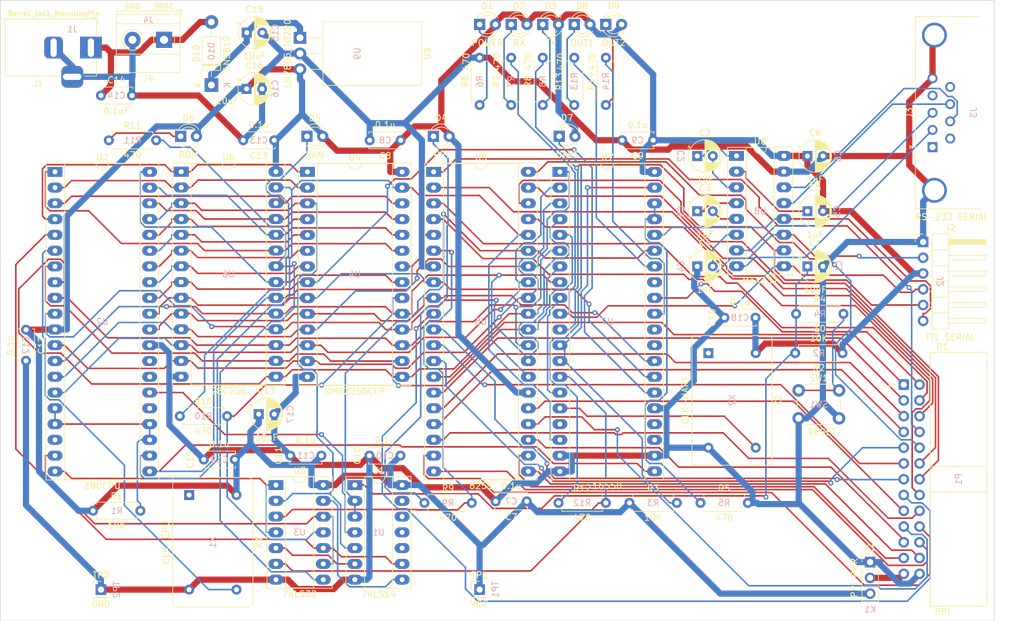
<source format=kicad_pcb>
(kicad_pcb (version 20211014) (generator pcbnew)
  (layers (0 "F.Cu" signal) (31 "B.Cu" signal) (34 "B.Paste" user) (35 "F.Paste" user) (36 "B.SilkS" user "B.Silkscreen") (37 "F.SilkS" user "F.Silkscreen") (38 "B.Mask" user) (39 "F.Mask" user) (44 "Edge.Cuts" user))
  (net 0 "")
  (net 1 "Net-(C1-Pad1)")
  (net 2 "GND")
  (net 3 "Net-(C2-Pad1)")
  (net 4 "Net-(C2-Pad2)")
  (net 5 "Net-(C3-Pad1)")
  (net 6 "Net-(C3-Pad2)")
  (net 7 "Net-(C4-Pad2)")
  (net 8 "Net-(C5-Pad1)")
  (net 9 "VCC")
  (net 10 "/9VDC")
  (net 11 "/VI")
  (net 12 "Net-(D1-Pad1)")
  (net 13 "Net-(D2-Pad1)")
  (net 14 "Net-(D3-Pad1)")
  (net 15 "Net-(D4-Pad1)")
  (net 16 "Net-(D5-Pad1)")
  (net 17 "Net-(D6-Pad1)")
  (net 18 "Net-(D7-Pad1)")
  (net 19 "Net-(D8-Pad1)")
  (net 20 "Net-(D9-Pad1)")
  (net 21 "/~{RTS-TTL}")
  (net 22 "/RX-TTL")
  (net 23 "/TX-TTL")
  (net 24 "/~{CTS-TTL}")
  (net 26 "/RX")
  (net 27 "/TX")
  (net 30 "/~{RTS}")
  (net 31 "/~{CTS}")
  (net 33 "/VCC_PP")
  (net 34 "/PC0")
  (net 35 "/PA0")
  (net 36 "/PC1")
  (net 37 "/PA1")
  (net 38 "/PC2")
  (net 39 "/PA2")
  (net 40 "/PC3")
  (net 41 "/PA3")
  (net 42 "/PC4")
  (net 43 "/PA4")
  (net 44 "/PC5")
  (net 45 "/PA5")
  (net 46 "/PC6")
  (net 47 "/PA6")
  (net 48 "/PC7")
  (net 49 "/PA7")
  (net 50 "/PB7")
  (net 51 "/PB0")
  (net 52 "/PB6")
  (net 53 "/PB1")
  (net 54 "/PB5")
  (net 55 "/PB2")
  (net 56 "/PB4")
  (net 57 "/PB3")
  (net 58 "Net-(R1-Pad2)")
  (net 59 "Net-(R3-Pad2)")
  (net 60 "Net-(R4-Pad2)")
  (net 61 "Net-(R5-Pad1)")
  (net 62 "/~{CS-PPI}")
  (net 63 "/~{CS-RAM}")
  (net 64 "/~{CS-ROM}")
  (net 65 "/~{CS-UART}")
  (net 66 "/~{OUT1}")
  (net 67 "/~{OUT2}")
  (net 68 "/RESET")
  (net 69 "/~{RESET}")
  (net 70 "/A07")
  (net 71 "Net-(U1-Pad6)")
  (net 72 "Net-(U1-Pad8)")
  (net 73 "/A15")
  (net 78 "/A11")
  (net 79 "/A12")
  (net 80 "/A13")
  (net 81 "/A14")
  (net 82 "/CLK-CPU")
  (net 83 "/D04")
  (net 84 "/D03")
  (net 85 "/D05")
  (net 86 "/D06")
  (net 87 "/D02")
  (net 88 "/D07")
  (net 89 "/D00")
  (net 90 "/D01")
  (net 92 "/~{MREQ}")
  (net 93 "/~{IORQ}")
  (net 94 "/~{RD}")
  (net 95 "/~{WR}")
  (net 99 "/A00")
  (net 100 "/A01")
  (net 101 "/A02")
  (net 102 "/A03")
  (net 103 "/A04")
  (net 104 "/A05")
  (net 105 "/A06")
  (net 106 "/A08")
  (net 107 "/A09")
  (net 108 "/A10")
  (net 109 "Net-(U7-Pad15)")
  (net 110 "/CLK-UART")
  (footprint "Package_DIP:DIP-14_W7.62mm_Socket_LongPads" (layer "F.Cu") (at 104.37 138.1)
    (fp_text reference "U3")
    (fp_text value "74LS32")
  )
  (footprint "Connector_PinHeader_2.54mm:PinHeader_1x01_P2.54mm_Vertical" (layer "F.Cu") (at 137.16 154.94)
    (fp_text reference "TP1")
    (fp_text value "VCC")
  )
  (footprint "Capacitor_THT:CP_Radial_D5.0mm_P2.50mm" (layer "F.Cu") (at 172.1948 93.98)
    (fp_text reference "C3")
    (fp_text value "1uF")
  )
  (footprint "Connector_BarrelJack:BarrelJack_Horizontal" (layer "F.Cu") (at 74.58 67.6225)
    (fp_text reference "J1")
    (fp_text value "Barrel_Jack_MountingPin")
  )
  (footprint "LED_THT:LED_D3.0mm" (layer "F.Cu") (at 137.16 63.89)
    (fp_text reference "D1")
    (fp_text value "POWER")
  )
  (footprint "Capacitor_THT:C_Disc_D5.0mm_W2.5mm_P5.00mm" (layer "F.Cu") (at 111.68 133.35 180)
    (fp_text reference "C11")
    (fp_text value "0.1u")
  )
  (footprint "Package_DIP:DIP-14_W7.62mm_Socket_LongPads" (layer "F.Cu") (at 117.07 138.1)
    (fp_text reference "U1")
    (fp_text value "74LS14")
  )
  (footprint "Capacitor_THT:C_Disc_D5.0mm_W2.5mm_P5.00mm" (layer "F.Cu") (at 181.57 111.125 180)
    (fp_text reference "C18")
    (fp_text value "0.1u")
  )
  (footprint "Capacitor_THT:C_Disc_D5.0mm_W2.5mm_P5.00mm" (layer "F.Cu") (at 165.1 82.55 180)
    (fp_text reference "C9")
    (fp_text value "0.1u")
  )
  (footprint "Resistor_THT:R_Axial_DIN0207_L6.3mm_D2.5mm_P7.62mm_Horizontal" (layer "F.Cu") (at 147.32 76.87 90)
    (fp_text reference "R8")
    (fp_text value "470")
  )
  (footprint "Capacitor_THT:CP_Radial_D5.0mm_P2.50mm" (layer "F.Cu") (at 189.9299 102.87)
    (fp_text reference "C1")
    (fp_text value "10uF")
  )
  (footprint "Package_DIP:DIP-40_W15.24mm_Socket_LongPads" (layer "F.Cu") (at 68.805 87.635)
    (fp_text reference "U2")
    (fp_text value "Z80CPU")
  )
  (footprint "Capacitor_THT:C_Disc_D5.0mm_W2.5mm_P5.00mm" (layer "F.Cu") (at 97.75 133.985 180)
    (fp_text reference "C19")
    (fp_text value "0.1u")
  )
  (footprint "LED_THT:LED_D3.0mm" (layer "F.Cu") (at 152.4 63.89)
    (fp_text reference "D8")
    (fp_text value "OUT1")
  )
  (footprint "Capacitor_THT:CP_Radial_D5.0mm_P2.50mm" (layer "F.Cu") (at 189.9389 85.09)
    (fp_text reference "C6")
    (fp_text value "1uF")
  )
  (footprint "Package_DIP:DIP-16_W7.62mm_Socket_LongPads" (layer "F.Cu") (at 178.52 85.06)
    (fp_text reference "U8")
    (fp_text value "MAX232")
  )
  (footprint "Resistor_THT:R_Axial_DIN0207_L6.3mm_D2.5mm_P7.62mm_Horizontal" (layer "F.Cu") (at 74.93 142.24)
    (fp_text reference "R1")
    (fp_text value "10K")
  )
  (footprint "Resistor_THT:R_Axial_DIN0207_L6.3mm_D2.5mm_P7.62mm_Horizontal" (layer "F.Cu") (at 195.58 116.84 180)
    (fp_text reference "R2")
    (fp_text value "10K")
  )
  (footprint "Capacitor_THT:C_Disc_D5.0mm_W2.5mm_P5.00mm" (layer "F.Cu") (at 124.46 82.55 180)
    (fp_text reference "C8")
    (fp_text value "0.1u")
  )
  (footprint "Resistor_THT:R_Axial_DIN0207_L6.3mm_D2.5mm_P7.62mm_Horizontal" (layer "F.Cu") (at 142.24 76.87 90)
    (fp_text reference "R7")
    (fp_text value "470")
  )
  (footprint "Package_DIP:DIP-40_W15.24mm_Socket_LongPads" (layer "F.Cu") (at 150.085 87.635)
    (fp_text reference "U7")
    (fp_text value "16550")
  )
  (footprint "Resistor_THT:R_Axial_DIN0207_L6.3mm_D2.5mm_P7.62mm_Horizontal" (layer "F.Cu") (at 161.29 140.97)
    (fp_text reference "R3")
    (fp_text value "10K")
  )
  (footprint "Capacitor_THT:CP_Radial_D5.0mm_P2.50mm" (layer "F.Cu") (at 189.9299 93.98)
    (fp_text reference "C5")
    (fp_text value "1uF")
  )
  (footprint "Resistor_THT:R_Axial_DIN0207_L6.3mm_D2.5mm_P7.62mm_Horizontal" (layer "F.Cu") (at 128.27 140.97)
    (fp_text reference "R9")
    (fp_text value "470")
  )
  (footprint "Connector_IDC:IDC-Header_2x13_P2.54mm_Horizontal" (layer "F.Cu") (at 205.4375 121.92)
    (fp_text reference "P1")
    (fp_text value "PPI")
  )
  (footprint "Capacitor_THT:C_Disc_D5.0mm_W2.5mm_P5.00mm" (layer "F.Cu") (at 64.135 113.07 -90)
    (fp_text reference "C12")
    (fp_text value "0.1u")
  )
  (footprint "Button_Switch_THT:SW_PUSH_6mm" (layer "F.Cu") (at 188.52 122.845)
    (fp_text reference "SW1")
    (fp_text value "RESET")
  )
  (footprint "Capacitor_THT:C_Disc_D5.0mm_W2.5mm_P5.00mm" (layer "F.Cu") (at 104.1 82.55 180)
    (fp_text reference "C13")
    (fp_text value "0.1u")
  )
  (footprint "LED_THT:LED_D3.0mm" (layer "F.Cu") (at 147.32 63.89)
    (fp_text reference "D3")
    (fp_text value "TX")
  )
  (footprint "Capacitor_THT:CP_Radial_D5.0mm_P2.50mm" (layer "F.Cu") (at 99.642 74.2625)
    (fp_text reference "C16")
    (fp_text value "10uF")
  )
  (footprint "LED_THT:LED_D3.0mm" (layer "F.Cu") (at 149.975 81.915)
    (fp_text reference "D7")
    (fp_text value "UART")
  )
  (footprint "Resistor_THT:R_Axial_DIN0207_L6.3mm_D2.5mm_P7.62mm_Horizontal" (layer "F.Cu") (at 157.48 76.87 90)
    (fp_text reference "R14")
    (fp_text value "470")
  )
  (footprint "LED_THT:LED_D3.0mm" (layer "F.Cu") (at 142.24 63.89)
    (fp_text reference "D2")
    (fp_text value "RX")
  )
  (footprint "Resistor_THT:R_Axial_DIN0207_L6.3mm_D2.5mm_P7.62mm_Horizontal" (layer "F.Cu") (at 152.4 76.87 90)
    (fp_text reference "R13")
    (fp_text value "470")
  )
  (footprint "Resistor_THT:R_Axial_DIN0207_L6.3mm_D2.5mm_P7.62mm_Horizontal" (layer "F.Cu") (at 88.9 127)
    (fp_text reference "R10")
    (fp_text value "470")
  )
  (footprint "Capacitor_THT:C_Disc_D5.0mm_W2.5mm_P5.00mm" (layer "F.Cu") (at 76.2 75.34)
    (fp_text reference "C14")
    (fp_text value "0.1uF")
  )
  (footprint "Oscillator:Oscillator_DIP-14" (layer "F.Cu") (at 90.4 139.7 -90)
    (fp_text reference "X1")
    (fp_text value "CLK-CPU")
  )
  (footprint "LED_THT:LED_D3.0mm" (layer "F.Cu") (at 129.725 81.915)
    (fp_text reference "D4")
    (fp_text value "PPI")
  )
  (footprint "Connector_PinHeader_2.54mm:PinHeader_1x06_P2.54mm_Horizontal" (layer "F.Cu") (at 208.56 98.935)
    (fp_text reference "J2")
    (fp_text value "TTL SERIAL")
  )
  (footprint "Resistor_THT:R_Axial_DIN0207_L6.3mm_D2.5mm_P7.62mm_Horizontal" (layer "F.Cu") (at 188.11 110.51)
    (fp_text reference "R4")
    (fp_text value "10")
  )
  (footprint "Resistor_THT:R_Axial_DIN0207_L6.3mm_D2.5mm_P7.62mm_Horizontal" (layer "F.Cu") (at 137.16 76.87 90)
    (fp_text reference "R6")
    (fp_text value "470")
  )
  (footprint "LED_THT:LED_D3.0mm" (layer "F.Cu") (at 89.03 81.915)
    (fp_text reference "D6")
    (fp_text value "ROM")
  )
  (footprint "Resistor_THT:R_Axial_DIN0207_L6.3mm_D2.5mm_P7.62mm_Horizontal" (layer "F.Cu") (at 77.47 82.55)
    (fp_text reference "R11")
    (fp_text value "470")
  )
  (footprint "Capacitor_THT:CP_Radial_D5.0mm_P2.50mm" (layer "F.Cu") (at 101.6 126.68)
    (fp_text reference "C17")
    (fp_text value "10uF")
  )
  (footprint "Connector_Dsub:DSUB-9_Male_Horizontal_P2.77x2.84mm_EdgePinOffset4.94mm_Housed_MountingHolesOffset7.48mm" (layer "F.Cu") (at 210.0747 83.655 90)
    (fp_text reference "J3")
    (fp_text value "RS-232 SERIAL")
  )
  (footprint "Package_DIP:DIP-28_W15.24mm_Socket_LongPads" (layer "F.Cu") (at 109.445 87.64)
    (fp_text reference "U4")
    (fp_text value "KM62256CLP")
  )
  (footprint "Resistor_THT:R_Axial_DIN0207_L6.3mm_D2.5mm_P7.62mm_Horizontal" (layer "F.Cu") (at 149.86 140.97)
    (fp_text reference "R12")
    (fp_text value "470")
  )
  (footprint "Capacitor_THT:C_Disc_D5.0mm_W2.5mm_P5.00mm" (layer "F.Cu") (at 144.75 140.725 180)
    (fp_text reference "C7")
    (fp_text value "0.1u")
  )
  (footprint "Oscillator:Oscillator_DIP-14" (layer "F.Cu") (at 173.99 116.84 -90)
    (fp_text reference "X2")
    (fp_text value "CLK-UART")
  )
  (footprint "Capacitor_THT:C_Disc_D5.0mm_W2.5mm_P5.00mm" (layer "F.Cu") (at 124.42 133.35 180)
    (fp_text reference "C10")
    (fp_text value "0.1u")
  )
  (footprint "Diode_THT:D_DO-41_SOD81_P10.16mm_Horizontal" (layer "F.Cu") (at 93.98 73.66 90)
    (fp_text reference "D10")
    (fp_text value "1N5819")
  )
  (footprint "TerminalBlock_Phoenix:TerminalBlock_Phoenix_MKDS-1,5-2-5.08_1x02_P5.08mm_Horizontal" (layer "F.Cu") (at 86.36 66.37 180)
    (fp_text reference "J4")
    (fp_text value "9VDC")
  )
  (footprint "Connector_PinHeader_2.54mm:PinHeader_1x03_P2.54mm_Vertical" (layer "F.Cu") (at 200.025 150.51)
    (fp_text reference "K1")
    (fp_text value "PPI PWR")
  )
  (footprint "Package_DIP:DIP-40_W15.24mm_Socket_LongPads" (layer "F.Cu") (at 129.765 87.635)
    (fp_text reference "U5")
    (fp_text value "8255")
  )
  (footprint "Capacitor_THT:CP_Radial_D5.0mm_P2.50mm" (layer "F.Cu") (at 172.1948 102.87)
    (fp_text reference "C4")
    (fp_text value "1uF")
  )
  (footprint "LED_THT:LED_D3.0mm" (layer "F.Cu") (at 157.48 63.89)
    (fp_text reference "D9")
    (fp_text value "OUT2")
  )
  (footprint "Connector_PinHeader_2.54mm:PinHeader_1x01_P2.54mm_Vertical" (layer "F.Cu") (at 76.2 154.94)
    (fp_text reference "TP2")
    (fp_text value "GND")
  )
  (footprint "LED_THT:LED_D3.0mm" (layer "F.Cu") (at 109.365 81.915)
    (fp_text reference "D5")
    (fp_text value "RAM")
  )
  (footprint "Package_DIP:DIP-28_W15.24mm_Socket_LongPads" (layer "F.Cu") (at 89.125 87.615)
    (fp_text reference "U6")
    (fp_text value "28C256")
  )
  (footprint "Resistor_THT:R_Axial_DIN0207_L6.3mm_D2.5mm_P7.62mm_Horizontal" (layer "F.Cu") (at 172.72 140.97)
    (fp_text reference "R5")
    (fp_text value "470")
  )
  (footprint "Capacitor_THT:CP_Radial_D5.0mm_P2.50mm" (layer "F.Cu") (at 172.1948 85.09)
    (fp_text reference "C2")
    (fp_text value "1uF")
  )
  (footprint "Package_TO_SOT_THT:TO-220-3_Horizontal_TabDown" (layer "F.Cu") (at 108.245 66.04 -90)
    (fp_text reference "U9")
    (fp_text value "LM7805_TO220")
  )
  (footprint "Capacitor_THT:CP_Radial_D5.0mm_P2.50mm" (layer "F.Cu") (at 99.6764 65.2025)
    (fp_text reference "C15")
    (fp_text value "10uF")
  )
  (gr_line (start 60 160) (end 220 160) (layer "Edge.Cuts") (width 0.1))
  (gr_line (start 220 160) (end 220 60) (layer "Edge.Cuts") (width 0.1))
  (gr_line (start 220 60) (end 60 60) (layer "Edge.Cuts") (width 0.1))
  (gr_line (start 60 60) (end 60 160) (layer "Edge.Cuts") (width 0.1))
  (gr_text "GND" (at 81.28 60.96) (layer "F.SilkS") (effects (font (size 0.8 0.8))))
  (segment (start 117.07 138.1) (end 118.5953 138.1) (width 0.25) (layer "F.Cu") (net 1))
  (segment (start 149.1884 139.8446) (end 147.1769 141.8561) (width 0.25) (layer "F.Cu") (net 1))
  (segment (start 183.2475 140.0378) (end 183.0543 139.8446) (width 0.25) (layer "F.Cu") (net 1))
  (segment (start 183.0543 139.8446) (end 149.1884 139.8446) (width 0.25) (layer "F.Cu") (net 1))
  (segment (start 120.0099 139.5146) (end 118.5953 138.1) (width 0.25) (layer "F.Cu") (net 1))
  (segment (start 136.9246 139.5146) (end 120.0099 139.5146) (width 0.25) (layer "F.Cu") (net 1))
  (segment (start 147.1769 141.8561) (end 139.2661 141.8561) (width 0.25) (layer "F.Cu") (net 1))
  (segment (start 139.2661 141.8561) (end 136.9246 139.5146) (width 0.25) (layer "F.Cu") (net 1))
  (via (at 183.2475 140.0378) (size 0.8) (drill 0.4) (layers "F.Cu" "B.Cu") (net 1))
  (segment (start 188.11 115.5647) (end 187.96 115.7147) (width 0.25) (layer "B.Cu") (net 1))
  (segment (start 189.9299 102.87) (end 189.9299 103.9953) (width 0.25) (layer "B.Cu") (net 1))
  (segment (start 183.2475 120.9898) (end 183.2475 140.0378) (width 0.25) (layer "B.Cu") (net 1))
  (segment (start 187.96 116.2773) (end 183.2475 120.9898) (width 0.25) (layer "B.Cu") (net 1))
  (segment (start 188.11 110.51) (end 188.11 115.5647) (width 0.25) (layer "B.Cu") (net 1))
  (segment (start 189.9299 103.9953) (end 188.11 105.8152) (width 0.25) (layer "B.Cu") (net 1))
  (segment (start 187.96 116.84) (end 187.96 116.2773) (width 0.25) (layer "B.Cu") (net 1))
  (segment (start 188.11 105.8152) (end 188.11 110.51) (width 0.25) (layer "B.Cu") (net 1))
  (segment (start 187.96 116.2773) (end 187.96 115.7147) (width 0.25) (layer "B.Cu") (net 1))
  (segment (start 150.085 133.355) (end 151.9853 133.355) (width 1) (layer "F.Cu") (net 2))
  (segment (start 146.4561 73.0601) (end 155.946 82.55) (width 1) (layer "F.Cu") (net 2))
  (segment (start 167.5231 84.0504) (end 168.0139 83.5596) (width 1) (layer "F.Cu") (net 2))
  (segment (start 137.16 69.25) (end 138.6603 69.25) (width 1) (layer "F.Cu") (net 2))
  (segment (start 210.0747 65.915) (end 210.3747 65.615) (width 1) (layer "F.Cu") (net 2))
  (segment (start 137.4918 138.4668) (end 127.8804 138.4668) (width 1) (layer "F.Cu") (net 2))
  (segment (start 91.89 75.34) (end 81.2 75.34) (width 1) (layer "F.Cu") (net 2))
  (segment (start 77.7503 154.94) (end 90.4 154.94) (width 1) (layer "F.Cu") (net 2))
  (segment (start 142.4704 73.0601) (end 146.4561 73.0601) (width 1) (layer "F.Cu") (net 2))
  (segment (start 192.4389 85.09) (end 206.3202 85.09) (width 1) (layer "F.Cu") (net 2))
  (segment (start 165.325 133.355) (end 163.4247 133.355) (width 1) (layer "F.Cu") (net 2))
  (segment (start 92 153.34) (end 104.37 153.34) (width 1) (layer "F.Cu") (net 2))
  (segment (start 106.68 133.35) (end 108.1804 134.8504) (width 1) (layer "F.Cu") (net 2))
  (segment (start 115.1697 153.34) (end 113.6554 154.8543) (width 1) (layer "F.Cu") (net 2))
  (segment (start 163.4247 133.355) (end 151.9853 133.355) (width 1) (layer "F.Cu") (net 2))
  (segment (start 138.6603 69.25) (end 142.4704 73.0601) (width 1) (layer "F.Cu") (net 2))
  (segment (start 121.4693 135.3993) (end 119.42 133.35) (width 1) (layer "F.Cu") (net 2))
  (segment (start 206.3202 86.5605) (end 210.3747 90.615) (width 1) (layer "F.Cu") (net 2))
  (segment (start 90.4 154.94) (end 92 153.34) (width 1) (layer "F.Cu") (net 2))
  (segment (start 108.1804 134.8504) (end 117.9196 134.8504) (width 1) (layer "F.Cu") (net 2))
  (segment (start 160.1 82.55) (end 161.6004 84.0504) (width 1) (layer "F.Cu") (net 2))
  (segment (start 168.0139 83.5596) (end 180.1993 83.5596) (width 1) (layer "F.Cu") (net 2))
  (segment (start 127.8804 138.4668) (end 124.8129 135.3993) (width 1) (layer "F.Cu") (net 2))
  (segment (start 99.1 82.55) (end 91.89 75.34) (width 1) (layer "F.Cu") (net 2))
  (segment (start 206.3202 85.09) (end 206.3202 86.5605) (width 1) (layer "F.Cu") (net 2))
  (segment (start 124.8129 135.3993) (end 121.4693 135.3993) (width 1) (layer "F.Cu") (net 2))
  (segment (start 107.7846 154.8543) (end 106.2703 153.34) (width 1) (layer "F.Cu") (net 2))
  (segment (start 94.2508 132.4842) (end 105.8142 132.4842) (width 1) (layer "F.Cu") (net 2))
  (segment (start 210.0747 72.575) (end 210.0747 65.915) (width 1) (layer "F.Cu") (net 2))
  (segment (start 155.946 82.55) (end 160.1 82.55) (width 1) (layer "F.Cu") (net 2))
  (segment (start 161.6004 84.0504) (end 167.5231 84.0504) (width 1) (layer "F.Cu") (net 2))
  (segment (start 92.75 133.985) (end 94.2508 132.4842) (width 1) (layer "F.Cu") (net 2))
  (segment (start 117.07 153.34) (end 115.1697 153.34) (width 1) (layer "F.Cu") (net 2))
  (segment (start 76.2 154.94) (end 77.7503 154.94) (width 1) (layer "F.Cu") (net 2))
  (segment (start 206.3202 85.09) (end 206.3202 76.3295) (width 1) (layer "F.Cu") (net 2))
  (segment (start 180.1993 83.5596) (end 184.2397 87.6) (width 1) (layer "F.Cu") (net 2))
  (segment (start 113.6554 154.8543) (end 107.7846 154.8543) (width 1) (layer "F.Cu") (net 2))
  (segment (start 105.8142 132.4842) (end 106.68 133.35) (width 1) (layer "F.Cu") (net 2))
  (segment (start 117.9196 134.8504) (end 119.42 133.35) (width 1) (layer "F.Cu") (net 2))
  (segment (start 104.37 153.34) (end 106.2703 153.34) (width 1) (layer "F.Cu") (net 2))
  (segment (start 206.3202 76.3295) (end 210.0747 72.575) (width 1) (layer "F.Cu") (net 2))
  (segment (start 186.14 87.6) (end 184.2397 87.6) (width 1) (layer "F.Cu") (net 2))
  (segment (start 139.75 140.725) (end 137.4918 138.4668) (width 1) (layer "F.Cu") (net 2))
  (segment (start 167.2253 133.355) (end 167.2253 132.08) (width 1) (layer "B.Cu") (net 2))
  (segment (start 171.6406 121.3197) (end 167.2253 125.735) (width 1) (layer "B.Cu") (net 2))
  (segment (start 189.8248 127.345) (end 192.4224 124.7474) (width 1) (layer "B.Cu") (net 2))
  (segment (start 210.3747 90.615) (end 208.56 92.4297) (width 1) (layer "B.Cu") (net 2))
  (segment (start 151.9853 133.355) (end 151.9853 135.895) (width 1) (layer "B.Cu") (net 2))
  (segment (start 207.0097 98.935) (end 196.3649 98.935) (width 1) (layer "B.Cu") (net 2))
  (segment (start 102.1764 65.2025) (end 105.5539 68.58) (width 1) (layer "B.Cu") (net 2))
  (segment (start 196.3649 98.935) (end 192.4299 102.87) (width 1) (layer "B.Cu") (net 2))
  (segment (start 150.085 135.895) (end 151.9853 135.895) (width 1) (layer "B.Cu") (net 2))
  (segment (start 190.0233 87.6) (end 192.4389 85.1844) (width 1) (layer "B.Cu") (net 2))
  (segment (start 87.2247 116.8544) (end 85.9453 115.575) (width 1) (layer "B.Cu") (net 2))
  (segment (start 102.142 79.508) (end 99.1 82.55) (width 1) (layer "B.Cu") (net 2))
  (segment (start 180.34 140.97) (end 181.0902 140.97) (width 1) (layer "B.Cu") (net 2))
  (segment (start 92.75 133.985) (end 87.2247 128.4597) (width 1) (layer "B.Cu") (net 2))
  (segment (start 192.4299 102.87) (end 192.4224 102.8775) (width 1) (layer "B.Cu") (net 2))
  (segment (start 107.5447 120.66) (end 107.5447 123.2353) (width 1) (layer "B.Cu") (net 2))
  (segment (start 201.5753 150.8007) (end 204.7436 153.969) (width 1) (layer "B.Cu") (net 2))
  (segment (start 76.2 153.3897) (end 64.135 141.3247) (width 1) (layer "B.Cu") (net 2))
  (segment (start 192.4389 85.1844) (end 192.4389 85.09) (width 1) (layer "B.Cu") (net 2))
  (segment (start 119.42 152.8903) (end 119.42 133.35) (width 1) (layer "B.Cu") (net 2))
  (segment (start 118.9703 153.34) (end 119.42 152.8903) (width 1) (layer "B.Cu") (net 2))
  (segment (start 181.0902 139.1802) (end 173.99 132.08) (width 1) (layer "B.Cu") (net 2))
  (segment (start 150.085 133.355) (end 151.9853 133.355) (width 1) (layer "B.Cu") (net 2))
  (segment (start 105.5539 68.58) (end 108.245 68.58) (width 1) (layer "B.Cu") (net 2))
  (segment (start 89.125 120.635) (end 87.2247 120.635) (width 1) (layer "B.Cu") (net 2))
  (segment (start 102.142 74.2625) (end 102.142 79.508) (width 1) (layer "B.Cu") (net 2))
  (segment (start 68.58 67.6225) (end 71.58 70.6225) (width 1) (layer "B.Cu") (net 2))
  (segment (start 76.2 154.94) (end 76.2 153.3897) (width 1) (layer "B.Cu") (net 2))
  (segment (start 87.2247 120.635) (end 87.2247 116.8544) (width 1) (layer "B.Cu") (net 2))
  (segment (start 201.5753 150.51) (end 201.5753 150.8007) (width 1) (layer "B.Cu") (net 2))
  (segment (start 181.8403 140.97) (end 182.0372 141.1669) (width 1) (layer "B.Cu") (net 2))
  (segment (start 198.06 150.51) (end 188.52 140.97) (width 1) (layer "B.Cu") (net 2))
  (segment (start 188.52 140.97) (end 188.52 127.345) (width 1) (layer "B.Cu") (net 2))
  (segment (start 171.7101 106.2651) (end 176.57 111.125) (width 1) (layer "B.Cu") (net 2))
  (segment (start 208.56 98.935) (end 207.0097 98.935) (width 1) (layer "B.Cu") (net 2))
  (segment (start 137.16 69.25) (end 135.6597 69.25) (width 1) (layer "B.Cu") (net 2))
  (segment (start 148.1847 135.895) (end 146.2844 137.7953) (width 1) (layer "B.Cu") (net 2))
  (segment (start 127.8647 102.875) (end 127.8647 82.545) (width 1) (layer "B.Cu") (net 2))
  (segment (start 192.4224 102.8775) (end 192.4224 124.7474) (width 1) (layer "B.Cu") (net 2))
  (segment (start 84.045 115.575) (end 85.9453 115.575) (width 1) (layer "B.Cu") (net 2))
  (segment (start 150.085 135.895) (end 148.1847 135.895) (width 1) (layer "B.Cu") (net 2))
  (segment (start 125.1147 79.795) (end 119.46 79.795) (width 1) (layer "B.Cu") (net 2))
  (segment (start 188.52 127.345) (end 189.8248 127.345) (width 1) (layer "B.Cu") (net 2))
  (segment (start 165.325 125.735) (end 167.2253 125.735) (width 1) (layer "B.Cu") (net 2))
  (segment (start 206.4085 153.969) (end 207.9775 152.4) (width 1) (layer "B.Cu") (net 2))
  (segment (start 104.1 130.77) (end 104.1 126.68) (width 1) (layer "B.Cu") (net 2))
  (segment (start 186.14 87.6) (end 190.0233 87.6) (width 1) (layer "B.Cu") (net 2))
  (segment (start 105.5539 68.58) (end 102.142 71.9919) (width 1) (layer "B.Cu") (net 2))
  (segment (start 188.3231 141.1669) (end 188.52 140.97) (width 1) (layer "B.Cu") (net 2))
  (segment (start 182.0372 141.1669) (end 188.3231 141.1669) (width 1) (layer "B.Cu") (net 2))
  (segment (start 172.1948 104.3703) (end 171.7101 104.855) (width 1) (layer "B.Cu") (net 2))
  (segment (start 171.7101 104.855) (end 171.7101 106.2651) (width 1) (layer "B.Cu") (net 2))
  (segment (start 81.28 66.37) (end 81.28 72.2425) (width 1) (layer "B.Cu") (net 2))
  (segment (start 165.325 133.355) (end 167.2253 133.355) (width 1) (layer "B.Cu") (net 2))
  (segment (start 108.245 68.58) (end 119.46 79.795) (width 1) (layer "B.Cu") (net 2))
  (segment (start 81.28 72.2425) (end 81.2 72.3225) (width 1) (layer "B.Cu") (net 2))
  (segment (start 181.0902 140.97) (end 181.0902 139.1802) (width 1) (layer "B.Cu") (net 2))
  (segment (start 167.2253 132.08) (end 167.2253 125.735) (width 1) (layer "B.Cu") (net 2))
  (segment (start 106.68 133.35) (end 104.1 130.77) (width 1) (layer "B.Cu") (net 2))
  (segment (start 81.2 72.3225) (end 71.58 72.3225) (width 1) (layer "B.Cu") (net 2))
  (segment (start 135.6597 69.25) (end 125.1147 79.795) (width 1) (layer "B.Cu") (net 2))
  (segment (start 102.142 71.9919) (end 102.142 74.2625) (width 1) (layer "B.Cu") (net 2))
  (segment (start 129.765 102.875) (end 127.8647 102.875) (width 1) (layer "B.Cu") (net 2))
  (segment (start 181.0902 140.97) (end 181.8403 140.97) (width 1) (layer "B.Cu") (net 2))
  (segment (start 208.56 92.4297) (end 208.56 98.935) (width 1) (layer "B.Cu") (net 2))
  (segment (start 176.57 111.125) (end 171.6406 116.0544) (width 1) (layer "B.Cu") (net 2))
  (segment (start 117.07 153.34) (end 118.9703 153.34) (width 1) (layer "B.Cu") (net 2))
  (segment (start 107.5447 123.2353) (end 104.1 126.68) (width 1) (layer "B.Cu") (net 2))
  (segment (start 200.025 150.51) (end 201.5753 150.51) (width 1) (layer "B.Cu") (net 2))
  (segment (start 71.58 70.6225) (end 71.58 72.3225) (width 1) (layer "B.Cu") (net 2))
  (segment (start 167.2253 132.08) (end 173.99 132.08) (width 1) (layer "B.Cu") (net 2))
  (segment (start 172.1948 102.87) (end 172.1948 104.3703) (width 1) (layer "B.Cu") (net 2))
  (segment (start 146.2844 137.7953) (end 142.6797 137.7953) (width 1) (layer "B.Cu") (net 2))
  (segment (start 81.2 72.3225) (end 81.2 75.34) (width 1) (layer "B.Cu") (net 2))
  (segment (start 64.135 141.3247) (end 64.135 118.07) (width 1) (layer "B.Cu") (net 2))
  (segment (start 109.445 120.66) (end 107.5447 120.66) (width 1) (layer "B.Cu") (net 2))
  (segment (start 87.2247 128.4597) (end 87.2247 120.635) (width 1) (layer "B.Cu") (net 2))
  (segment (start 127.8647 82.545) (end 125.1147 79.795) (width 1) (layer "B.Cu") (net 2))
  (segment (start 171.6406 116.0544) (end 171.6406 121.3197) (width 1) (layer "B.Cu") (net 2))
  (segment (start 200.025 150.51) (end 198.4747 150.51) (width 1) (layer "B.Cu") (net 2))
  (segment (start 142.6797 137.7953) (end 139.75 140.725) (width 1) (layer "B.Cu") (net 2))
  (segment (start 204.7436 153.969) (end 206.4085 153.969) (width 1) (layer "B.Cu") (net 2))
  (segment (start 119.46 79.795) (end 119.46 82.55) (width 1) (layer "B.Cu") (net 2))
  (segment (start 192.4224 124.7474) (end 195.02 127.345) (width 1) (layer "B.Cu") (net 2))
  (segment (start 198.4747 150.51) (end 198.06 150.51) (width 1) (layer "B.Cu") (net 2))
  (segment (start 173.3201 84.8087) (end 174.1739 83.9549) (width 0.25) (layer "B.Cu") (net 3))
  (segment (start 174.1739 83.9549) (end 175.8896 83.9549) (width 0.25) (layer "B.Cu") (net 3))
  (segment (start 172.1948 85.09) (end 173.3201 85.09) (width 0.25) (layer "B.Cu") (net 3))
  (segment (start 173.3201 85.09) (end 173.3201 84.8087) (width 0.25) (layer "B.Cu") (net 3))
  (segment (start 175.8896 83.9549) (end 176.9947 85.06) (width 0.25) (layer "B.Cu") (net 3))
  (segment (start 178.52 85.06) (end 176.9947 85.06) (width 0.25) (layer "B.Cu") (net 3))
  (segment (start 174.6948 87.8401) (end 176.9947 90.14) (width 0.25) (layer "B.Cu") (net 4))
  (segment (start 174.6948 85.09) (end 174.6948 87.8401) (width 0.25) (layer "B.Cu") (net 4))
  (segment (start 178.52 90.14) (end 176.9947 90.14) (width 0.25) (layer "B.Cu") (net 4))
  (segment (start 173.3201 93.6987) (end 173.3201 93.98) (width 0.25) (layer "F.Cu") (net 5))
  (segment (start 174.3388 92.68) (end 173.3201 93.6987) (width 0.25) (layer "F.Cu") (net 5))
  (segment (start 172.1948 93.98) (end 173.3201 93.98) (width 0.25) (layer "F.Cu") (net 5))
  (segment (start 178.52 92.68) (end 174.3388 92.68) (width 0.25) (layer "F.Cu") (net 5))
  (segment (start 175.9348 95.22) (end 174.6948 93.98) (width 0.25) (layer "F.Cu") (net 6))
  (segment (start 178.52 95.22) (end 175.9348 95.22) (width 0.25) (layer "F.Cu") (net 6))
  (segment (start 174.6948 102.87) (end 174.6948 100.0599) (width 0.25) (layer "B.Cu") (net 7))
  (segment (start 174.6948 100.0599) (end 176.9947 97.76) (width 0.25) (layer "B.Cu") (net 7))
  (segment (start 178.52 97.76) (end 176.9947 97.76) (width 0.25) (layer "B.Cu") (net 7))
  (segment (start 180.0453 88.6486) (end 180.0453 87.6) (width 0.25) (layer "F.Cu") (net 8))
  (segment (start 185.3767 93.98) (end 180.0453 88.6486) (width 0.25) (layer "F.Cu") (net 8))
  (segment (start 178.52 87.6) (end 180.0453 87.6) (width 0.25) (layer "F.Cu") (net 8))
  (segment (start 189.9299 93.98) (end 185.3767 93.98) (width 0.25) (layer "F.Cu") (net 8))
  (segment (start 149.86 63.5596) (end 148.59 62.2896) (width 1) (layer "F.Cu") (net 9))
  (segment (start 148.59 62.2896) (end 146.13 62.2896) (width 1) (layer "F.Cu") (net 9))
  (segment (start 189.9389 85.09) (end 188.4386 85.09) (width 1) (layer "F.Cu") (net 9))
  (segment (start 111.905 81.915) (end 114.2153 84.2253) (width 1) (layer "F.Cu") (net 9))
  (segment (start 194.0467 115.3067) (end 183.1433 115.3067) (width 1) (layer "F.Cu") (net 9))
  (segment (start 196.9747 93.98) (end 192.4299 93.98) (width 1) (layer "F.Cu") (net 9))
  (segment (start 111.99 138.1) (end 113.8903 138.1) (width 1) (layer "F.Cu") (net 9))
  (segment (start 151.13 62.2896) (end 149.86 63.5596) (width 1) (layer "F.Cu") (net 9))
  (segment (start 68.805 113.035) (end 66.9047 113.035) (width 1) (layer "F.Cu") (net 9))
  (segment (start 139.7 63.5898) (end 139.7 63.89) (width 1) (layer "F.Cu") (net 9))
  (segment (start 122.7847 84.2253) (end 124.46 82.55) (width 1) (layer "F.Cu") (net 9))
  (segment (start 143.43 62.2896) (end 141.0002 62.2896) (width 1) (layer "F.Cu") (net 9))
  (segment (start 183.1433 115.3067) (end 181.61 116.84) (width 1) (layer "F.Cu") (net 9))
  (segment (start 64.135 113.07) (end 66.8697 113.07) (width 1) (layer "F.Cu") (net 9))
  (segment (start 154.94 63.5898) (end 153.6398 62.2896) (width 1) (layer "F.Cu") (net 9))
  (segment (start 78.9704 138.1996) (end 96.5196 138.1996) (width 1) (layer "F.Cu") (net 9))
  (segment (start 139.7 64.1639) (end 130.995 72.8689) (width 1) (layer "F.Cu") (net 9))
  (segment (start 154.94 63.89) (end 154.94 63.5898) (width 1) (layer "F.Cu") (net 9))
  (segment (start 141.0002 62.2896) (end 139.7 63.5898) (width 1) (layer "F.Cu") (net 9))
  (segment (start 188.4086 85.06) (end 188.4386 85.09) (width 1) (layer "F.Cu") (net 9))
  (segment (start 66.8697 113.07) (end 66.9047 113.035) (width 1) (layer "F.Cu") (net 9))
  (segment (start 195.58 116.84) (end 194.0467 115.3067) (width 1) (layer "F.Cu") (net 9))
  (segment (start 186.14 85.06) (end 188.4086 85.06) (width 1) (layer "F.Cu") (net 9))
  (segment (start 192.4299 93.98) (end 192.4299 89.0813) (width 1) (layer "F.Cu") (net 9))
  (segment (start 153.6398 62.2896) (end 151.13 62.2896) (width 1) (layer "F.Cu") (net 9))
  (segment (start 122.7847 87.64) (end 122.7847 84.2253) (width 1) (layer "F.Cu") (net 9))
  (segment (start 124.69 138.1) (end 122.7897 138.1) (width 1) (layer "F.Cu") (net 9))
  (segment (start 207.0097 104.015) (end 196.9747 93.98) (width 1) (layer "F.Cu") (net 9))
  (segment (start 139.7 63.89) (end 139.7 64.1639) (width 1) (layer "F.Cu") (net 9))
  (segment (start 113.8903 138.1) (end 115.3906 136.5997) (width 1) (layer "F.Cu") (net 9))
  (segment (start 96.5196 138.1996) (end 98.02 139.7) (width 1) (layer "F.Cu") (net 9))
  (segment (start 130.995 72.8689) (end 130.995 80.3146) (width 1) (layer "F.Cu") (net 9))
  (segment (start 115.3906 136.5997) (end 121.2894 136.5997) (width 1) (layer "F.Cu") (net 9))
  (segment (start 124.685 87.64) (end 122.7847 87.64) (width 1) (layer "F.Cu") (net 9))
  (segment (start 149.86 63.5596) (end 149.86 63.89) (width 1) (layer "F.Cu") (net 9))
  (segment (start 102.7845 71.12) (end 108.245 71.12) (width 1) (layer "F.Cu") (net 9))
  (segment (start 74.93 142.24) (end 78.9704 138.1996) (width 1) (layer "F.Cu") (net 9))
  (segment (start 124.46 82.55) (end 126.6954 80.3146) (width 1) (layer "F.Cu") (net 9))
  (segment (start 192.4299 89.0813) (end 189.9389 86.5903) (width 1) (layer "F.Cu") (net 9))
  (segment (start 146.13 62.2896) (end 144.78 63.6396) (width 1) (layer "F.Cu") (net 9))
  (segment (start 189.9389 85.09) (end 189.9389 86.5903) (width 1) (layer "F.Cu") (net 9))
  (segment (start 144.78 63.89) (end 144.78 63.6396) (width 1) (layer "F.Cu") (net 9))
  (segment (start 114.2153 84.2253) (end 122.7847 84.2253) (width 1) (layer "F.Cu") (net 9))
  (segment (start 132.265 81.5846) (end 132.265 81.915) (width 1) (layer "F.Cu") (net 9))
  (segment (start 121.2894 136.5997) (end 122.7897 138.1) (width 1) (layer "F.Cu") (net 9))
  (segment (start 144.78 63.6396) (end 143.43 62.2896) (width 1) (layer "F.Cu") (net 9))
  (segment (start 208.56 104.015) (end 207.0097 104.015) (width 1) (layer "F.Cu") (net 9))
  (segment (start 130.995 80.3146) (end 132.265 81.5846) (width 1) (layer "F.Cu") (net 9))
  (segment (start 126.6954 80.3146) (end 130.995 80.3146) (width 1) (layer "F.Cu") (net 9))
  (segment (start 99.642 74.2625) (end 102.7845 71.12) (width 1) (layer "F.Cu") (net 9))
  (segment (start 133.753 83.403) (end 132.265 81.915) (width 1) (layer "B.Cu") (net 9))
  (segment (start 154.94 64.1469) (end 154.94 63.89) (width 1) (layer "B.Cu") (net 9))
  (segment (start 103.6451 134.8548) (end 100.2627 131.4724) (width 1) (layer "B.Cu") (net 9))
  (segment (start 99.642 74.2625) (end 98.1417 74.2625) (width 1) (layer "B.Cu") (net 9))
  (segment (start 145.005 123.195) (end 143.1047 123.195) (width 1) (layer "B.Cu") (net 9))
  (segment (start 163.4247 87.635) (end 163.4247 84.2253) (width 1) (layer "B.Cu") (net 9))
  (segment (start 207.0097 104.015) (end 195.58 115.4447) (width 1) (layer "B.Cu") (net 9))
  (segment (start 91.7845 80.6197) (end 91.7845 81.7005) (width 1) (layer "B.Cu") (net 9))
  (segment (start 208.56 104.015) (end 207.0097 104.015) (width 1) (layer "B.Cu") (net 9))
  (segment (start 110.1752 134.8548) (end 111.68 133.35) (width 1) (layer "B.Cu") (net 9))
  (segment (start 127.5256 138.1) (end 137.16 147.7344) (width 1) (layer "B.Cu") (net 9))
  (segment (start 146.4954 142.4704) (end 159.7896 142.4704) (width 1) (layer "B.Cu") (net 9))
  (segment (start 133.753 113.8433) (end 133.753 83.403) (width 1) (layer "B.Cu") (net 9))
  (segment (start 110.0897 134.8548) (end 110.1752 134.8548) (width 1) (layer "B.Cu") (net 9))
  (segment (start 186.14 85.06) (end 184.2397 85.06) (width 1) (layer "B.Cu") (net 9))
  (segment (start 181.57 116.8) (end 181.57 111.125) (width 1) (layer "B.Cu") (net 9))
  (segment (start 111.905 81.658) (end 111.905 81.915) (width 1) (layer "B.Cu") (net 9))
  (segment (start 98.02 139.7) (end 98.02 134.255) (width 1) (layer "B.Cu") (net 9))
  (segment (start 64.135 113.07) (end 66.2319 115.1669) (width 1) (layer "B.Cu") (net 9))
  (segment (start 156.2878 65.4947) (end 154.94 64.1469) (width 1) (layer "B.Cu") (net 9))
  (segment (start 163.4247 84.2253) (end 165.1 82.55) (width 1) (layer "B.Cu") (net 9))
  (segment (start 122.7897 134.9803) (end 124.42 133.35) (width 1) (layer "B.Cu") (net 9))
  (segment (start 181.7297 82.55) (end 184.2397 85.06) (width 1) (layer "B.Cu") (net 9))
  (segment (start 165.325 87.635) (end 163.4247 87.635) (width 1) (layer "B.Cu") (net 9))
  (segment (start 100.2627 131.4724) (end 100.2627 129.5176) (width 1) (layer "B.Cu") (net 9))
  (segment (start 108.245 71.12) (end 108.245 72.7728) (width 1) (layer "B.Cu") (net 9))
  (segment (start 101.6 126.68) (end 101.6 128.1803) (width 1) (layer "B.Cu") (net 9))
  (segment (start 122.7897 138.1) (end 122.7897 134.9803) (width 1) (layer "B.Cu") (net 9))
  (segment (start 66.2319 115.1669) (end 66.2319 135.8749) (width 1) (layer "B.Cu") (net 9))
  (segment (start 100.2627 129.5176) (end 101.6 128.1803) (width 1) (layer "B.Cu") (net 9))
  (segment (start 195.58 115.4447) (end 195.58 116.84) (width 1) (layer "B.Cu") (net 9))
  (segment (start 66.2319 135.8749) (end 72.597 142.24) (width 1) (layer "B.Cu") (net 9))
  (segment (start 72.597 142.24) (end 74.93 142.24) (width 1) (layer "B.Cu") (net 9))
  (segment (start 110.0897 138.1) (end 110.0897 134.8548) (width 1) (layer "B.Cu") (net 9))
  (segment (start 70.7053 113.035) (end 70.7053 94.7702) (width 1) (layer "B.Cu") (net 9))
  (segment (start 143.1047 123.195) (end 133.753 113.8433) (width 1) (layer "B.Cu") (net 9))
  (segment (start 68.805 113.035) (end 70.7053 113.035) (width 1) (layer "B.Cu") (net 9))
  (segment (start 104.365 82.55) (end 104.365 87.615) (width 1) (layer "B.Cu") (net 9))
  (segment (start 70.7053 94.7702) (end 85.1627 80.3128) (width 1) (layer "B.Cu") (net 9))
  (segment (start 152.515 80.4608) (end 149.86 77.8058) (width 1) (layer "B.Cu") (net 9))
  (segment (start 181.61 116.84) (end 181.57 116.8) (width 1) (layer "B.Cu") (net 9))
  (segment (start 98.1417 74.2625) (end 91.7845 80.6197) (width 1) (layer "B.Cu") (net 9))
  (segment (start 160.02 64.1404) (end 158.6657 65.4947) (width 1) (layer "B.Cu") (net 9))
  (segment (start 110.0897 134.8548) (end 103.6451 134.8548) (width 1) (layer "B.Cu") (net 9))
  (segment (start 91.4776 80.3128) (end 91.7845 80.6197) (width 1) (layer "B.Cu") (net 9))
  (segment (start 137.7406 147.7344) (end 144.75 140.725) (width 1) (layer "B.Cu") (net 9))
  (segment (start 108.581 78.334) (end 111.905 81.658) (width 1) (layer "B.Cu") (net 9))
  (segment (start 100.2626 131.4724) (end 100.2627 131.4724) (width 1) (layer "B.Cu") (net 9))
  (segment (start 144.75 140.725) (end 146.4954 142.4704) (width 1) (layer "B.Cu") (net 9))
  (segment (start 104.365 82.55) (end 108.581 78.334) (width 1) (layer "B.Cu") (net 9))
  (segment (start 137.16 147.7344) (end 137.7406 147.7344) (width 1) (layer "B.Cu") (net 9))
  (segment (start 108.581 78.334) (end 108.581 73.1088) (width 1) (layer "B.Cu") (net 9))
  (segment (start 124.69 138.1) (end 127.5256 138.1) (width 1) (layer "B.Cu") (net 9))
  (segment (start 165.1 71.929) (end 158.6657 65.4947) (width 1) (layer "B.Cu") (net 9))
  (segment (start 165.1 82.55) (end 165.1 71.929) (width 1) (layer "B.Cu") (net 9))
  (segment (start 161.29 140.97) (end 175.91 155.59) (width 1) (layer "B.Cu") (net 9))
  (segment (start 85.1627 80.3128) (end 91.4776 80.3128) (width 1) (layer "B.Cu") (net 9))
  (segment (start 137.16 147.7344) (end 137.16 154.94) (width 1) (layer "B.Cu") (net 9))
  (segment (start 158.6657 65.4947) (end 156.2878 65.4947) (width 1) (layer "B.Cu") (net 9))
  (segment (start 97.75 133.985) (end 100.2626 131.4724) (width 1) (layer "B.Cu") (net 9))
  (segment (start 111.99 138.1) (end 110.0897 138.1) (width 1) (layer "B.Cu") (net 9))
  (segment (start 124.69 138.1) (end 122.7897 138.1) (width 1) (layer "B.Cu") (net 9))
  (segment (start 104.1 82.55) (end 104.365 82.55) (width 1) (layer "B.Cu") (net 9))
  (segment (start 165.1 82.55) (end 181.7297 82.55) (width 1) (layer "B.Cu") (net 9))
  (segment (start 149.86 77.8058) (end 149.86 63.89) (width 1) (layer "B.Cu") (net 9))
  (segment (start 108.581 73.1088) (end 108.245 72.7728) (width 1) (layer "B.Cu") (net 9))
  (segment (start 98.02 134.255) (end 97.75 133.985) (width 1) (layer "B.Cu") (net 9))
  (segment (start 160.02 63.89) (end 160.02 64.1404) (width 1) (layer "B.Cu") (net 9))
  (segment (start 159.7896 142.4704) (end 161.29 140.97) (width 1) (layer "B.Cu") (net 9))
  (segment (start 152.515 81.915) (end 152.515 80.4608) (width 1) (layer "B.Cu") (net 9))
  (segment (start 175.91 155.59) (end 200.025 155.59) (width 1) (layer "B.Cu") (net 9))
  (segment (start 91.7845 81.7005) (end 91.57 81.915) (width 1) (layer "B.Cu") (net 9))
  (segment (start 77.806 68.3982) (end 77.0303 67.6225) (width 1) (layer "F.Cu") (net 10))
  (segment (start 74.58 67.6225) (end 77.0303 67.6225) (width 1) (layer "F.Cu") (net 10))
  (segment (start 77.806 73.734) (end 77.806 68.3982) (width 1) (layer "F.Cu") (net 10))
  (segment (start 84.3597 66.37) (end 82.3315 68.3982) (width 1) (layer "F.Cu") (net 10))
  (segment (start 86.36 66.37) (end 84.3597 66.37) (width 1) (layer "F.Cu") (net 10))
  (segment (start 76.2 75.34) (end 77.806 73.734) (width 1) (layer "F.Cu") (net 10))
  (segment (start 82.3315 68.3982) (end 77.806 68.3982) (width 1) (layer "F.Cu") (net 10))
  (segment (start 86.36 66.37) (end 89.3097 66.37) (width 1) (layer "F.Cu") (net 10))
  (segment (start 89.3097 66.37) (end 92.1797 63.5) (width 1) (layer "F.Cu") (net 10))
  (segment (start 93.98 63.5) (end 92.1797 63.5) (width 1) (layer "F.Cu") (net 10))
  (segment (start 94.5195 71.8597) (end 93.98 71.8597) (width 1) (layer "B.Cu") (net 11))
  (segment (start 101.2247 63.6542) (end 99.6764 65.2025) (width 1) (layer "B.Cu") (net 11))
  (segment (start 99.6764 65.2025) (end 99.6764 66.7028) (width 1) (layer "B.Cu") (net 11))
  (segment (start 108.245 66.04) (end 108.245 64.3872) (width 1) (layer "B.Cu") (net 11))
  (segment (start 107.512 63.6542) (end 101.2247 63.6542) (width 1) (layer "B.Cu") (net 11))
  (segment (start 108.245 64.3872) (end 107.512 63.6542) (width 1) (layer "B.Cu") (net 11))
  (segment (start 93.98 73.66) (end 93.98 71.8597) (width 1) (layer "B.Cu") (net 11))
  (segment (start 99.6764 66.7028) (end 94.5195 71.8597) (width 1) (layer "B.Cu") (net 11))
  (segment (start 137.16 63.89) (end 137.16 65.1153) (width 0.25) (layer "B.Cu") (net 12))
  (segment (start 138.3103 75.7197) (end 138.3103 66.2656) (width 0.25) (layer "B.Cu") (net 12))
  (segment (start 137.16 76.87) (end 138.3103 75.7197) (width 0.25) (layer "B.Cu") (net 12))
  (segment (start 138.3103 66.2656) (end 137.16 65.1153) (width 0.25) (layer "B.Cu") (net 12))
  (segment (start 142.24 63.89) (end 142.24 65.1153) (width 0.25) (layer "B.Cu") (net 13))
  (segment (start 141.0956 75.7256) (end 142.24 76.87) (width 0.25) (layer "B.Cu") (net 13))
  (segment (start 141.0956 66.2597) (end 141.0956 75.7256) (width 0.25) (layer "B.Cu") (net 13))
  (segment (start 142.24 65.1153) (end 141.0956 66.2597) (width 0.25) (layer "B.Cu") (net 13))
  (segment (start 147.32 65.1153) (end 148.4644 66.2597) (width 0.25) (layer "B.Cu") (net 14))
  (segment (start 148.4644 75.7256) (end 147.32 76.87) (width 0.25) (layer "B.Cu") (net 14))
  (segment (start 148.4644 66.2597) (end 148.4644 75.7256) (width 0.25) (layer "B.Cu") (net 14))
  (segment (start 147.32 63.89) (end 147.32 65.1153) (width 0.25) (layer "B.Cu") (net 14))
  (segment (start 131.9273 107.8553) (end 131.9273 96.401) (width 0.25) (layer "B.Cu") (net 15))
  (segment (start 130.5576 109.225) (end 131.9273 107.8553) (width 0.25) (layer "B.Cu") (net 15))
  (segment (start 126.67 139.37) (end 122.8842 139.37) (width 0.25) (layer "B.Cu") (net 15))
  (segment (start 129.0364 109.225) (end 130.5576 109.225) (width 0.25) (layer "B.Cu") (net 15))
  (segment (start 132.0731 96.2552) (end 132.0731 85.4884) (width 0.25) (layer "B.Cu") (net 15))
  (segment (start 121.9408 138.4266) (end 121.9408 132.8406) (width 0.25) (layer "B.Cu") (net 15))
  (segment (start 132.0731 85.4884) (end 129.725 83.1403) (width 0.25) (layer "B.Cu") (net 15))
  (segment (start 122.8842 139.37) (end 121.9408 138.4266) (width 0.25) (layer "B.Cu") (net 15))
  (segment (start 127.6726 127.1088) (end 127.6726 110.5888) (width 0.25) (layer "B.Cu") (net 15))
  (segment (start 121.9408 132.8406) (end 127.6726 127.1088) (width 0.25) (layer "B.Cu") (net 15))
  (segment (start 128.27 140.97) (end 126.67 139.37) (width 0.25) (layer "B.Cu") (net 15))
  (segment (start 127.6726 110.5888) (end 129.0364 109.225) (width 0.25) (layer "B.Cu") (net 15))
  (segment (start 129.725 81.915) (end 129.725 83.1403) (width 0.25) (layer "B.Cu") (net 15))
  (segment (start 131.9273 96.401) (end 132.0731 96.2552) (width 0.25) (layer "B.Cu") (net 15))
  (segment (start 103.564 91.425) (end 105.0907 91.425) (width 0.25) (layer "B.Cu") (net 16))
  (segment (start 92.8801 123.0199) (end 88.9 127) (width 0.25) (layer "B.Cu") (net 16))
  (segment (start 106.4067 92.741) (end 106.4067 101.1801) (width 0.25) (layer "B.Cu") (net 16))
  (segment (start 102.8123 90.6733) (end 103.564 91.425) (width 0.25) (layer "B.Cu") (net 16))
  (segment (start 106.4067 101.1801) (end 106.0076 101.5792) (width 0.25) (layer "B.Cu") (net 16))
  (segment (start 102.8123 89.716) (end 102.8123 90.6733) (width 0.25) (layer "B.Cu") (net 16))
  (segment (start 109.365 84.6139) (end 105.0939 88.885) (width 0.25) (layer "B.Cu") (net 16))
  (segment (start 106.0076 105.8044) (end 105.147 106.665) (width 0.25) (layer "B.Cu") (net 16))
  (segment (start 105.0907 91.425) (end 106.4067 92.741) (width 0.25) (layer "B.Cu") (net 16))
  (segment (start 92.8801 117.1836) (end 92.8801 123.0199) (width 0.25) (layer "B.Cu") (net 16))
  (segment (start 109.365 81.915) (end 109.365 84.6139) (width 0.25) (layer "B.Cu") (net 16))
  (segment (start 103.3987 106.665) (end 92.8801 117.1836) (width 0.25) (layer "B.Cu") (net 16))
  (segment (start 105.147 106.665) (end 103.3987 106.665) (width 0.25) (layer "B.Cu") (net 16))
  (segment (start 105.0939 88.885) (end 103.6433 88.885) (width 0.25) (layer "B.Cu") (net 16))
  (segment (start 103.6433 88.885) (end 102.8123 89.716) (width 0.25) (layer "B.Cu") (net 16))
  (segment (start 106.0076 101.5792) (end 106.0076 105.8044) (width 0.25) (layer "B.Cu") (net 16))
  (segment (start 77.47 82.55) (end 78.6226 81.3974) (width 0.25) (layer "F.Cu") (net 17))
  (segment (start 89.03 81.915) (end 87.8047 81.915) (width 0.25) (layer "F.Cu") (net 17))
  (segment (start 87.2871 81.3974) (end 87.8047 81.915) (width 0.25) (layer "F.Cu") (net 17))
  (segment (start 78.6226 81.3974) (end 87.2871 81.3974) (width 0.25) (layer "F.Cu") (net 17))
  (segment (start 153.508 86.6733) (end 149.975 83.1403) (width 0.25) (layer "B.Cu") (net 18))
  (segment (start 150.8326 114.4496) (end 153.0369 112.2453) (width 0.25) (layer "B.Cu") (net 18))
  (segment (start 153.0369 112.2453) (end 153.0369 106.795) (width 0.25) (layer "B.Cu") (net 18))
  (segment (start 152.8671 137.9629) (end 152.8671 123.9214) (width 0.25) (layer "B.Cu") (net 18))
  (segment (start 153.0369 106.795) (end 153.508 106.3239) (width 0.25) (layer "B.Cu") (net 18))
  (segment (start 149.975 81.915) (end 149.975 83.1403) (width 0.25) (layer "B.Cu") (net 18))
  (segment (start 149.86 140.97) (end 152.8671 137.9629) (width 0.25) (layer "B.Cu") (net 18))
  (segment (start 149.354 121.925) (end 148.5547 121.1257) (width 0.25) (layer "B.Cu") (net 18))
  (segment (start 153.508 106.3239) (end 153.508 86.6733) (width 0.25) (layer "B.Cu") (net 18))
  (segment (start 148.5547 115.0855) (end 149.1906 114.4496) (width 0.25) (layer "B.Cu") (net 18))
  (segment (start 148.5547 121.1257) (end 148.5547 115.0855) (width 0.25) (layer "B.Cu") (net 18))
  (segment (start 149.1906 114.4496) (end 150.8326 114.4496) (width 0.25) (layer "B.Cu") (net 18))
  (segment (start 150.8707 121.925) (end 149.354 121.925) (width 0.25) (layer "B.Cu") (net 18))
  (segment (start 152.8671 123.9214) (end 150.8707 121.925) (width 0.25) (layer "B.Cu") (net 18))
  (segment (start 151.2497 66.2656) (end 152.4 65.1153) (width 0.25) (layer "B.Cu") (net 19))
  (segment (start 152.4 63.89) (end 152.4 65.1153) (width 0.25) (layer "B.Cu") (net 19))
  (segment (start 152.4 76.87) (end 151.2497 75.7197) (width 0.25) (layer "B.Cu") (net 19))
  (segment (start 151.2497 75.7197) (end 151.2497 66.2656) (width 0.25) (layer "B.Cu") (net 19))
  (segment (start 158.6085 75.7415) (end 157.48 76.87) (width 0.25) (layer "F.Cu") (net 20))
  (segment (start 158.6085 66.2438) (end 158.6085 75.7415) (width 0.25) (layer "F.Cu") (net 20))
  (segment (start 157.48 65.1153) (end 158.6085 66.2438) (width 0.25) (layer "F.Cu") (net 20))
  (segment (start 157.48 63.89) (end 157.48 65.1153) (width 0.25) (layer "F.Cu") (net 20))
  (segment (start 186.14 97.76) (end 187.6653 97.76) (width 0.25) (layer "F.Cu") (net 21))
  (segment (start 170.5477 107.955) (end 172.8104 105.6923) (width 0.25) (layer "F.Cu") (net 21))
  (segment (start 198.2568 101.2191) (end 191.1244 101.2191) (width 0.25) (layer "F.Cu") (net 21))
  (segment (start 191.1244 101.2191) (end 187.6653 97.76) (width 0.25) (layer "F.Cu") (net 21))
  (segment (start 165.325 107.955) (end 170.5477 107.955) (width 0.25) (layer "F.Cu") (net 21))
  (via (at 172.8104 105.6923) (size 0.8) (drill 0.4) (layers "F.Cu" "B.Cu") (net 21))
  (via (at 198.2568 101.2191) (size 0.8) (drill 0.4) (layers "F.Cu" "B.Cu") (net 21))
  (segment (start 208.56 101.475) (end 198.5127 101.475) (width 0.25) (layer "B.Cu") (net 21))
  (segment (start 180.4861 101.57) (end 184.2961 97.76) (width 0.25) (layer "B.Cu") (net 21))
  (segment (start 172.8104 105.6923) (end 173.4763 105.6923) (width 0.25) (layer "B.Cu") (net 21))
  (segment (start 173.4763 105.6923) (end 177.5986 101.57) (width 0.25) (layer "B.Cu") (net 21))
  (segment (start 177.5986 101.57) (end 180.4861 101.57) (width 0.25) (layer "B.Cu") (net 21))
  (segment (start 198.5127 101.475) (end 198.2568 101.2191) (width 0.25) (layer "B.Cu") (net 21))
  (segment (start 186.14 97.76) (end 184.6147 97.76) (width 0.25) (layer "B.Cu") (net 21))
  (segment (start 184.2961 97.76) (end 184.6147 97.76) (width 0.25) (layer "B.Cu") (net 21))
  (segment (start 202.1595 104.2827) (end 189.108 104.2827) (width 0.25) (layer "F.Cu") (net 22))
  (segment (start 206.8979 107.0418) (end 204.9186 107.0418) (width 0.25) (layer "F.Cu") (net 22))
  (segment (start 204.9186 107.0418) (end 202.1595 104.2827) (width 0.25) (layer "F.Cu") (net 22))
  (segment (start 152.1726 111.0573) (end 156.0087 111.0573) (width 0.25) (layer "F.Cu") (net 22))
  (segment (start 156.0087 111.0573) (end 157.841 109.225) (width 0.25) (layer "F.Cu") (net 22))
  (segment (start 207.3847 106.555) (end 206.8979 107.0418) (width 0.25) (layer "F.Cu") (net 22))
  (segment (start 189.108 104.2827) (end 187.6653 102.84) (width 0.25) (layer "F.Cu") (net 22))
  (segment (start 150.085 110.495) (end 151.6103 110.495) (width 0.25) (layer "F.Cu") (net 22))
  (segment (start 208.56 106.555) (end 207.3847 106.555) (width 0.25) (layer "F.Cu") (net 22))
  (segment (start 151.6103 110.495) (end 152.1726 111.0573) (width 0.25) (layer "F.Cu") (net 22))
  (segment (start 157.841 109.225) (end 178.2297 109.225) (width 0.25) (layer "F.Cu") (net 22))
  (segment (start 186.14 102.84) (end 187.6653 102.84) (width 0.25) (layer "F.Cu") (net 22))
  (via (at 178.2297 109.225) (size 0.8) (drill 0.4) (layers "F.Cu" "B.Cu") (net 22))
  (segment (start 143.3653 78.3965) (end 143.3653 71.5006) (width 0.25) (layer "B.Cu") (net 22))
  (segment (start 151.6103 106.9478) (end 152.5287 106.0294) (width 0.25) (layer "B.Cu") (net 22))
  (segment (start 186.14 102.84) (end 184.6147 102.84) (width 0.25) (layer "B.Cu") (net 22))
  (segment (start 151.6103 110.495) (end 151.6103 106.9478) (width 0.25) (layer "B.Cu") (net 22))
  (segment (start 143.3653 71.5006) (end 142.24 70.3753) (width 0.25) (layer "B.Cu") (net 22))
  (segment (start 152.0574 87.319) (end 152.0574 87.0886) (width 0.25) (layer "B.Cu") (net 22))
  (segment (start 184.6147 102.84) (end 178.2297 109.225) (width 0.25) (layer "B.Cu") (net 22))
  (segment (start 152.5287 106.0294) (end 152.5287 87.7903) (width 0.25) (layer "B.Cu") (net 22))
  (segment (start 142.24 69.25) (end 142.24 70.3753) (width 0.25) (layer "B.Cu") (net 22))
  (segment (start 152.5287 87.7903) (end 152.0574 87.319) (width 0.25) (layer "B.Cu") (net 22))
  (segment (start 152.0574 87.0886) (end 143.3653 78.3965) (width 0.25) (layer "B.Cu") (net 22))
  (segment (start 150.085 110.495) (end 151.6103 110.495) (width 0.25) (layer "B.Cu") (net 22))
  (segment (start 170.0367 90.2929) (end 170.0367 93.9334) (width 0.25) (layer "F.Cu") (net 23))
  (segment (start 184.6147 103.3358) (end 184.6147 100.3) (width 0.25) (layer "F.Cu") (net 23))
  (segment (start 166.2479 86.5041) (end 170.0367 90.2929) (width 0.25) (layer "F.Cu") (net 23))
  (segment (start 180.8047 96.49) (end 184.6147 100.3) (width 0.25) (layer "F.Cu") (net 23))
  (segment (start 170.0367 93.9334) (end 172.5933 96.49) (width 0.25) (layer "F.Cu") (net 23))
  (segment (start 208.56 109.095) (end 200.2558 109.095) (width 0.25) (layer "F.Cu") (net 23))
  (segment (start 186.3528 105.0739) (end 184.6147 103.3358) (width 0.25) (layer "F.Cu") (net 23))
  (segment (start 186.14 100.3) (end 184.6147 100.3) (width 0.25) (layer "F.Cu") (net 23))
  (segment (start 172.5933 96.49) (end 180.8047 96.49) (width 0.25) (layer "F.Cu") (net 23))
  (segment (start 196.2347 105.0739) (end 186.3528 105.0739) (width 0.25) (layer "F.Cu") (net 23))
  (segment (start 200.2558 109.095) (end 196.2347 105.0739) (width 0.25) (layer "F.Cu") (net 23))
  (segment (start 153.2972 86.5041) (end 166.2479 86.5041) (width 0.25) (layer "F.Cu") (net 23))
  (segment (start 152.7827 87.0186) (end 153.2972 86.5041) (width 0.25) (layer "F.Cu") (net 23))
  (via (at 152.7827 87.0186) (size 0.8) (drill 0.4) (layers "F.Cu" "B.Cu") (net 23))
  (segment (start 146.1947 71.5006) (end 146.1947 80.4306) (width 0.25) (layer "B.Cu") (net 23))
  (segment (start 147.32 70.3753) (end 146.1947 71.5006) (width 0.25) (layer "B.Cu") (net 23))
  (segment (start 146.1947 80.4306) (end 152.7827 87.0186) (width 0.25) (layer "B.Cu") (net 23))
  (segment (start 151.6103 113.035) (end 152.554 112.0913) (width 0.25) (layer "B.Cu") (net 23))
  (segment (start 147.32 69.25) (end 147.32 70.3753) (width 0.25) (layer "B.Cu") (net 23))
  (segment (start 150.085 113.035) (end 151.6103 113.035) (width 0.25) (layer "B.Cu") (net 23))
  (segment (start 152.979 106.216) (end 152.979 87.2149) (width 0.25) (layer "B.Cu") (net 23))
  (segment (start 152.554 112.0913) (end 152.554 106.641) (width 0.25) (layer "B.Cu") (net 23))
  (segment (start 152.554 106.641) (end 152.979 106.216) (width 0.25) (layer "B.Cu") (net 23))
  (segment (start 152.979 87.2149) (end 152.7827 87.0186) (width 0.25) (layer "B.Cu") (net 23))
  (segment (start 208.56 111.635) (end 208.56 110.4597) (width 0.25) (layer "F.Cu") (net 24))
  (segment (start 196.5154 95.22) (end 187.6653 95.22) (width 0.25) (layer "F.Cu") (net 24))
  (segment (start 208.56 110.4597) (end 208.9273 110.4597) (width 0.25) (layer "F.Cu") (net 24))
  (segment (start 209.7363 109.6507) (end 209.7363 105.9983) (width 0.25) (layer "F.Cu") (net 24))
  (segment (start 206.5096 105.2142) (end 196.5154 95.22) (width 0.25) (layer "F.Cu") (net 24))
  (segment (start 209.7363 105.9983) (end 208.9522 105.2142) (width 0.25) (layer "F.Cu") (net 24))
  (segment (start 186.14 95.22) (end 187.6653 95.22) (width 0.25) (layer "F.Cu") (net 24))
  (segment (start 208.9273 110.4597) (end 209.7363 109.6507) (width 0.25) (layer "F.Cu") (net 24))
  (segment (start 208.9522 105.2142) (end 206.5096 105.2142) (width 0.25) (layer "F.Cu") (net 24))
  (segment (start 166.8503 97.795) (end 168.0447 96.6006) (width 0.25) (layer "B.Cu") (net 24))
  (segment (start 168.0447 96.6006) (end 183.2341 96.6006) (width 0.25) (layer "B.Cu") (net 24))
  (segment (start 165.325 97.795) (end 166.8503 97.795) (width 0.25) (layer "B.Cu") (net 24))
  (segment (start 183.2341 96.6006) (end 184.6147 95.22) (width 0.25) (layer "B.Cu") (net 24))
  (segment (start 185.7065 95.22) (end 186.14 95.22) (width 0.25) (layer "B.Cu") (net 24))
  (segment (start 185.7065 95.22) (end 184.6147 95.22) (width 0.25) (layer "B.Cu") (net 24))
  (segment (start 210.0747 80.885) (end 189.5343 101.4254) (width 0.25) (layer "B.Cu") (net 26))
  (segment (start 178.52 102.84) (end 180.0453 102.84) (width 0.25) (layer "B.Cu") (net 26))
  (segment (start 189.5343 101.4254) (end 181.4599 101.4254) (width 0.25) (layer "B.Cu") (net 26))
  (segment (start 181.4599 101.4254) (end 180.0453 102.84) (width 0.25) (layer "B.Cu") (net 26))
  (segment (start 210.0747 78.115) (end 191.8443 96.3454) (width 0.25) (layer "B.Cu") (net 27))
  (segment (start 180.801 100.3) (end 178.52 100.3) (width 0.25) (layer "B.Cu") (net 27))
  (segment (start 184.7556 96.3454) (end 180.801 100.3) (width 0.25) (layer "B.Cu") (net 27))
  (segment (start 191.8443 96.3454) (end 184.7556 96.3454) (width 0.25) (layer "B.Cu") (net 27))
  (segment (start 214.0462 76.27) (end 213.2805 75.5043) (width 0.25) (layer "B.Cu") (net 30))
  (segment (start 205.4977 74.2107) (end 189.5684 90.14) (width 0.25) (layer "B.Cu") (net 30))
  (segment (start 214.0462 78.3685) (end 214.0462 76.27) (width 0.25) (layer "B.Cu") (net 30))
  (segment (start 212.5299 75.5043) (end 211.2363 74.2107) (width 0.25) (layer "B.Cu") (net 30))
  (segment (start 211.2363 74.2107) (end 205.4977 74.2107) (width 0.25) (layer "B.Cu") (net 30))
  (segment (start 212.9147 79.5) (end 214.0462 78.3685) (width 0.25) (layer "B.Cu") (net 30))
  (segment (start 189.5684 90.14) (end 186.14 90.14) (width 0.25) (layer "B.Cu") (net 30))
  (segment (start 213.2805 75.5043) (end 212.5299 75.5043) (width 0.25) (layer "B.Cu") (net 30))
  (segment (start 186.14 92.68) (end 187.6653 92.68) (width 0.25) (layer "B.Cu") (net 31))
  (segment (start 187.6653 92.68) (end 203.6153 76.73) (width 0.25) (layer "B.Cu") (net 31))
  (segment (start 203.6153 76.73) (end 212.9147 76.73) (width 0.25) (layer "B.Cu") (net 31))
  (segment (start 200.025 153.05) (end 204.7875 153.05) (width 1) (layer "F.Cu") (net 33))
  (segment (start 204.7875 153.05) (end 205.4375 152.4) (width 1) (layer "F.Cu") (net 33))
  (segment (start 141.1415 111.8992) (end 166.4992 111.8992) (width 0.25) (layer "F.Cu") (net 34))
  (segment (start 168.4607 113.8607) (end 197.3782 113.8607) (width 0.25) (layer "F.Cu") (net 34))
  (segment (start 132.3857 120.655) (end 141.1415 111.8992) (width 0.25) (layer "F.Cu") (net 34))
  (segment (start 197.3782 113.8607) (end 205.4375 121.92) (width 0.25) (layer "F.Cu") (net 34))
  (segment (start 129.765 120.655) (end 131.2903 120.655) (width 0.25) (layer "F.Cu") (net 34))
  (segment (start 131.2903 120.655) (end 132.3857 120.655) (width 0.25) (layer "F.Cu") (net 34))
  (segment (start 166.4992 111.8992) (end 168.4607 113.8607) (width 0.25) (layer "F.Cu") (net 34))
  (segment (start 145.7503 101.605) (end 137.6403 101.605) (width 0.25) (layer "F.Cu") (net 35))
  (segment (start 175.0265 106.8826) (end 173.1109 104.967) (width 0.25) (layer "F.Cu") (net 35))
  (segment (start 170.8427 104.967) (end 170.0207 104.145) (width 0.25) (layer "F.Cu") (net 35))
  (segment (start 199.4679 113.4104) (end 185.8628 113.4104) (width 0.25) (layer "F.Cu") (net 35))
  (segment (start 207.9775 121.92) (end 199.4679 113.4104) (width 0.25) (layer "F.Cu") (net 35))
  (segment (start 173.1109 104.967) (end 170.8427 104.967) (width 0.25) (layer "F.Cu") (net 35))
  (segment (start 148.2903 104.145) (end 145.7503 101.605) (width 0.25) (layer "F.Cu") (net 35))
  (segment (start 170.0207 104.145) (end 148.2903 104.145) (width 0.25) (layer "F.Cu") (net 35))
  (segment (start 179.335 106.8826) (end 175.0265 106.8826) (width 0.25) (layer "F.Cu") (net 35))
  (segment (start 185.8628 113.4104) (end 179.335 106.8826) (width 0.25) (layer "F.Cu") (net 35))
  (segment (start 129.765 95.255) (end 131.2903 95.255) (width 0.25) (layer "F.Cu") (net 35))
  (segment (start 137.6403 101.605) (end 131.2903 95.255) (width 0.25) (layer "F.Cu") (net 35))
  (segment (start 131.2903 123.195) (end 140.067 114.4183) (width 0.25) (layer "F.Cu") (net 36))
  (segment (start 129.765 123.195) (end 131.2903 123.195) (width 0.25) (layer "F.Cu") (net 36))
  (segment (start 195.3958 114.4183) (end 205.4375 124.46) (width 0.25) (layer "F.Cu") (net 36))
  (segment (start 140.067 114.4183) (end 195.3958 114.4183) (width 0.25) (layer "F.Cu") (net 36))
  (segment (start 209.193 123.2445) (end 209.193 121.4185) (width 0.25) (layer "F.Cu") (net 37))
  (segment (start 129.765 92.715) (end 131.2903 92.715) (width 0.25) (layer "F.Cu") (net 37))
  (segment (start 137.7849 99.2096) (end 131.2903 92.715) (width 0.25) (layer "F.Cu") (net 37))
  (segment (start 185.8165 112.7272) (end 178.6539 105.5646) (width 0.25) (layer "F.Cu") (net 37))
  (segment (start 200.5017 112.7272) (end 185.8165 112.7272) (width 0.25) (layer "F.Cu") (net 37))
  (segment (start 207.9775 124.46) (end 209.193 123.2445) (width 0.25) (layer "F.Cu") (net 37))
  (segment (start 175.8493 104.5167) (end 171.5476 104.5167) (width 0.25) (layer "F.Cu") (net 37))
  (segment (start 178.6539 105.5646) (end 176.8972 105.5646) (width 0.25) (layer "F.Cu") (net 37))
  (segment (start 166.2405 99.2096) (end 137.7849 99.2096) (width 0.25) (layer "F.Cu") (net 37))
  (segment (start 171.5476 104.5167) (end 166.2405 99.2096) (width 0.25) (layer "F.Cu") (net 37))
  (segment (start 209.193 121.4185) (end 200.5017 112.7272) (width 0.25) (layer "F.Cu") (net 37))
  (segment (start 176.8972 105.5646) (end 175.8493 104.5167) (width 0.25) (layer "F.Cu") (net 37))
  (segment (start 168.6882 118.3558) (end 196.7933 118.3558) (width 0.25) (layer "F.Cu") (net 38))
  (segment (start 140.0403 116.985) (end 167.3174 116.985) (width 0.25) (layer "F.Cu") (net 38))
  (segment (start 196.7933 118.3558) (end 205.4375 127) (width 0.25) (layer "F.Cu") (net 38))
  (segment (start 167.3174 116.985) (end 168.6882 118.3558) (width 0.25) (layer "F.Cu") (net 38))
  (segment (start 129.765 125.735) (end 131.2903 125.735) (width 0.25) (layer "F.Cu") (net 38))
  (segment (start 131.2903 125.735) (end 140.0403 116.985) (width 0.25) (layer "F.Cu") (net 38))
  (segment (start 178.0848 104.4157) (end 182.929 104.4157) (width 0.25) (layer "F.Cu") (net 39))
  (segment (start 182.929 104.4157) (end 186.0924 107.5791) (width 0.25) (layer "F.Cu") (net 39))
  (segment (start 210.1027 121.0084) (end 210.1027 124.8748) (width 0.25) (layer "F.Cu") (net 39))
  (segment (start 138.7232 90.175) (end 142.6194 94.0712) (width 0.25) (layer "F.Cu") (net 39))
  (segment (start 176.9492 102.882) (end 176.9492 103.2801) (width 0.25) (layer "F.Cu") (net 39))
  (segment (start 210.1027 124.8748) (end 207.9775 127) (width 0.25) (layer "F.Cu") (net 39))
  (segment (start 129.765 90.175) (end 138.7232 90.175) (width 0.25) (layer "F.Cu") (net 39))
  (segment (start 168.1384 94.0712) (end 176.9492 102.882) (width 0.25) (layer "F.Cu") (net 39))
  (segment (start 142.6194 94.0712) (end 168.1384 94.0712) (width 0.25) (layer "F.Cu") (net 39))
  (segment (start 176.9492 103.2801) (end 178.0848 104.4157) (width 0.25) (layer "F.Cu") (net 39))
  (segment (start 186.0924 107.5791) (end 196.6734 107.5791) (width 0.25) (layer "F.Cu") (net 39))
  (segment (start 196.6734 107.5791) (end 210.1027 121.0084) (width 0.25) (layer "F.Cu") (net 39))
  (segment (start 139.3557 119.5153) (end 195.4128 119.5153) (width 0.25) (layer "F.Cu") (net 40))
  (segment (start 129.765 128.275) (end 131.2903 128.275) (width 0.25) (layer "F.Cu") (net 40))
  (segment (start 131.2903 127.5807) (end 139.3557 119.5153) (width 0.25) (layer "F.Cu") (net 40))
  (segment (start 195.4128 119.5153) (end 205.4375 129.54) (width 0.25) (layer "F.Cu") (net 40))
  (segment (start 131.2903 128.275) (end 131.2903 127.5807) (width 0.25) (layer "F.Cu") (net 40))
  (segment (start 185.249 96.3454) (end 182.1557 93.2521) (width 0.25) (layer "F.Cu") (net 41))
  (segment (start 182.1557 93.2521) (end 182.1557 91.7503) (width 0.25) (layer "F.Cu") (net 41))
  (segment (start 170.9019 88.87) (end 167.5875 85.5556) (width 0.25) (layer "F.Cu") (net 41))
  (segment (start 206.2883 106.2953) (end 196.3384 96.3454) (width 0.25) (layer "F.Cu") (net 41))
  (segment (start 182.1557 91.7503) (end 179.2754 88.87) (width 0.25) (layer "F.Cu") (net 41))
  (segment (start 196.3384 96.3454) (end 185.249 96.3454) (width 0.25) (layer "F.Cu") (net 41))
  (segment (start 133.3697 85.5556) (end 131.2903 87.635) (width 0.25) (layer "F.Cu") (net 41))
  (segment (start 179.2754 88.87) (end 170.9019 88.87) (width 0.25) (layer "F.Cu") (net 41))
  (segment (start 167.5875 85.5556) (end 133.3697 85.5556) (width 0.25) (layer "F.Cu") (net 41))
  (segment (start 129.765 87.635) (end 131.2903 87.635) (width 0.25) (layer "F.Cu") (net 41))
  (via (at 206.2883 106.2953) (size 0.8) (drill 0.4) (layers "F.Cu" "B.Cu") (net 41))
  (segment (start 206.7075 128.27) (end 206.7075 106.7145) (width 0.25) (layer "B.Cu") (net 41))
  (segment (start 206.7075 106.7145) (end 206.2883 106.2953) (width 0.25) (layer "B.Cu") (net 41))
  (segment (start 207.9775 129.54) (end 206.7075 128.27) (width 0.25) (layer "B.Cu") (net 41))
  (segment (start 147.1291 135.3809) (end 147.1291 135.5711) (width 0.25) (layer "F.Cu") (net 42))
  (segment (start 147.1291 135.5711) (end 149.0287 137.4707) (width 0.25) (layer "F.Cu") (net 42))
  (segment (start 149.0287 137.4707) (end 193.3994 137.4707) (width 0.25) (layer "F.Cu") (net 42))
  (segment (start 193.3994 137.4707) (end 193.7001 137.7714) (width 0.25) (layer "F.Cu") (net 42))
  (via (at 147.1291 135.3809) (size 0.8) (drill 0.4) (layers "F.Cu" "B.Cu") (net 42))
  (via (at 193.7001 137.7714) (size 0.8) (drill 0.4) (layers "F.Cu" "B.Cu") (net 42))
  (segment (start 205.4375 132.08) (end 198.813 132.08) (width 0.25) (layer "B.Cu") (net 42))
  (segment (start 146.5178 134.7696) (end 144.3727 134.7696) (width 0.25) (layer "B.Cu") (net 42))
  (segment (start 198.813 132.08) (end 193.7001 137.1929) (width 0.25) (layer "B.Cu") (net 42))
  (segment (start 131.7406 122.1375) (end 131.7406 118.5653) (width 0.25) (layer "B.Cu") (net 42))
  (segment (start 144.3727 134.7696) (end 131.7406 122.1375) (width 0.25) (layer "B.Cu") (net 42))
  (segment (start 193.7001 137.1929) (end 193.7001 137.7714) (width 0.25) (layer "B.Cu") (net 42))
  (segment (start 131.7406 118.5653) (end 131.2903 118.115) (width 0.25) (layer "B.Cu") (net 42))
  (segment (start 147.1291 135.3809) (end 146.5178 134.7696) (width 0.25) (layer "B.Cu") (net 42))
  (segment (start 129.765 118.115) (end 131.2903 118.115) (width 0.25) (layer "B.Cu") (net 42))
  (segment (start 185.4111 99.03) (end 187.6654 99.03) (width 0.25) (layer "F.Cu") (net 43))
  (segment (start 190.3049 101.6695) (end 193.3575 101.6695) (width 0.25) (layer "F.Cu") (net 43))
  (segment (start 179.2432 91.41) (end 180.0454 92.2122) (width 0.25) (layer "F.Cu") (net 43))
  (segment (start 148.1396 86.0257) (end 167.1924 86.0257) (width 0.25) (layer "F.Cu") (net 43))
  (segment (start 187.6654 99.03) (end 190.3049 101.6695) (width 0.25) (layer "F.Cu") (net 43))
  (segment (start 145.005 87.635) (end 146.5303 87.635) (width 0.25) (layer "F.Cu") (net 43))
  (segment (start 146.5303 87.635) (end 148.1396 86.0257) (width 0.25) (layer "F.Cu") (net 43))
  (segment (start 167.1924 86.0257) (end 172.5767 91.41) (width 0.25) (layer "F.Cu") (net 43))
  (segment (start 180.0454 92.2122) (end 180.0454 93.6643) (width 0.25) (layer "F.Cu") (net 43))
  (segment (start 180.0454 93.6643) (end 185.4111 99.03) (width 0.25) (layer "F.Cu") (net 43))
  (segment (start 172.5767 91.41) (end 179.2432 91.41) (width 0.25) (layer "F.Cu") (net 43))
  (segment (start 193.3575 101.6695) (end 194.2863 102.5983) (width 0.25) (layer "F.Cu") (net 43))
  (via (at 194.2863 102.5983) (size 0.8) (drill 0.4) (layers "F.Cu" "B.Cu") (net 43))
  (segment (start 204.9714 130.81) (end 194.4546 120.2932) (width 0.25) (layer "B.Cu") (net 43))
  (segment (start 196.8999 105.2119) (end 194.2863 102.5983) (width 0.25) (layer "B.Cu") (net 43))
  (segment (start 196.8999 112.927) (end 196.8999 105.2119) (width 0.25) (layer "B.Cu") (net 43))
  (segment (start 194.4546 120.2932) (end 194.4546 115.3723) (width 0.25) (layer "B.Cu") (net 43))
  (segment (start 194.4546 115.3723) (end 196.8999 112.927) (width 0.25) (layer "B.Cu") (net 43))
  (segment (start 207.9775 132.08) (end 206.7075 130.81) (width 0.25) (layer "B.Cu") (net 43))
  (segment (start 206.7075 130.81) (end 204.9714 130.81) (width 0.25) (layer "B.Cu") (net 43))
  (segment (start 185.6368 121.925) (end 137.9975 121.925) (width 0.25) (layer "F.Cu") (net 44))
  (segment (start 205.4375 134.62) (end 198.3318 134.62) (width 0.25) (layer "F.Cu") (net 44))
  (segment (start 198.3318 134.62) (end 185.6368 121.925) (width 0.25) (layer "F.Cu") (net 44))
  (via (at 137.9975 121.925) (size 0.8) (drill 0.4) (layers "F.Cu" "B.Cu") (net 44))
  (segment (start 131.2903 115.575) (end 137.6403 121.925) (width 0.25) (layer "B.Cu") (net 44))
  (segment (start 129.765 115.575) (end 131.2903 115.575) (width 0.25) (layer "B.Cu") (net 44))
  (segment (start 137.6403 121.925) (end 137.9975 121.925) (width 0.25) (layer "B.Cu") (net 44))
  (segment (start 186.0232 106.4471) (end 196.1834 106.4471) (width 0.25) (layer "F.Cu") (net 45))
  (segment (start 210.5565 120.8202) (end 210.5565 132.041) (width 0.25) (layer "F.Cu") (net 45))
  (segment (start 210.5565 132.041) (end 207.9775 134.62) (width 0.25) (layer "F.Cu") (net 45))
  (segment (start 176.3607 101.57) (end 181.1461 101.57) (width 0.25) (layer "F.Cu") (net 45))
  (segment (start 181.1461 101.57) (end 186.0232 106.4471) (width 0.25) (layer "F.Cu") (net 45))
  (segment (start 196.1834 106.4471) (end 210.5565 120.8202) (width 0.25) (layer "F.Cu") (net 45))
  (segment (start 145.005 90.175) (end 146.5303 90.175) (width 0.25) (layer "F.Cu") (net 45))
  (segment (start 147.9196 91.5643) (end 166.355 91.5643) (width 0.25) (layer "F.Cu") (net 45))
  (segment (start 146.5303 90.175) (end 147.9196 91.5643) (width 0.25) (layer "F.Cu") (net 45))
  (segment (start 166.355 91.5643) (end 176.3607 101.57) (width 0.25) (layer "F.Cu") (net 45))
  (segment (start 149.2152 137.0203) (end 194.5052 137.0203) (width 0.25) (layer "F.Cu") (net 46))
  (segment (start 148.0137 134.66) (end 148.0137 135.8188) (width 0.25) (layer "F.Cu") (net 46))
  (segment (start 148.0136 134.66) (end 148.0137 134.66) (width 0.25) (layer "F.Cu") (net 46))
  (segment (start 148.0137 135.8188) (end 149.2152 137.0203) (width 0.25) (layer "F.Cu") (net 46))
  (segment (start 194.5052 137.0203) (end 194.7044 137.2195) (width 0.25) (layer "F.Cu") (net 46))
  (via (at 148.0136 134.66) (size 0.8) (drill 0.4) (layers "F.Cu" "B.Cu") (net 46))
  (via (at 194.7044 137.2195) (size 0.8) (drill 0.4) (layers "F.Cu" "B.Cu") (net 46))
  (segment (start 139.6356 121.3803) (end 131.2903 113.035) (width 0.25) (layer "B.Cu") (net 46))
  (segment (start 148.0136 134.3636) (end 145.735 132.085) (width 0.25) (layer "B.Cu") (net 46))
  (segment (start 145.735 132.085) (end 144.2327 132.085) (width 0.25) (layer "B.Cu") (net 46))
  (segment (start 205.4375 137.16) (end 205.378 137.2195) (width 0.25) (layer "B.Cu") (net 46))
  (segment (start 148.0136 134.66) (end 148.0136 134.3636) (width 0.25) (layer "B.Cu") (net 46))
  (segment (start 205.378 137.2195) (end 194.7044 137.2195) (width 0.25) (layer "B.Cu") (net 46))
  (segment (start 129.765 113.035) (end 131.2903 113.035) (width 0.25) (layer "B.Cu") (net 46))
  (segment (start 139.6356 127.4879) (end 139.6356 121.3803) (width 0.25) (layer "B.Cu") (net 46))
  (segment (start 144.2327 132.085) (end 139.6356 127.4879) (width 0.25) (layer "B.Cu") (net 46))
  (segment (start 179.4167 98.8854) (end 186.1322 105.6009) (width 0.25) (layer "F.Cu") (net 47))
  (segment (start 211.018 120.6385) (end 211.018 134.1195) (width 0.25) (layer "F.Cu") (net 47))
  (segment (start 144.1533 89.0069) (end 166.1492 89.0069) (width 0.25) (layer "F.Cu") (net 47))
  (segment (start 186.1322 105.6009) (end 195.9804 105.6009) (width 0.25) (layer "F.Cu") (net 47))
  (segment (start 169.5864 94.12) (end 174.3518 98.8854) (width 0.25) (layer "F.Cu") (net 47))
  (segment (start 169.5864 92.4441) (end 169.5864 94.12) (width 0.25) (layer "F.Cu") (net 47))
  (segment (start 143.4797 89.6805) (end 144.1533 89.0069) (width 0.25) (layer "F.Cu") (net 47))
  (segment (start 211.018 134.1195) (end 207.9775 137.16) (width 0.25) (layer "F.Cu") (net 47))
  (segment (start 174.3518 98.8854) (end 179.4167 98.8854) (width 0.25) (layer "F.Cu") (net 47))
  (segment (start 145.005 92.715) (end 143.4797 92.715) (width 0.25) (layer "F.Cu") (net 47))
  (segment (start 143.4797 92.715) (end 143.4797 89.6805) (width 0.25) (layer "F.Cu") (net 47))
  (segment (start 195.9804 105.6009) (end 211.018 120.6385) (width 0.25) (layer "F.Cu") (net 47))
  (segment (start 166.1492 89.0069) (end 169.5864 92.4441) (width 0.25) (layer "F.Cu") (net 47))
  (segment (start 129.3656 110.495) (end 126.9473 112.9133) (width 0.25) (layer "F.Cu") (net 48))
  (segment (start 129.765 110.495) (end 129.3656 110.495) (width 0.25) (layer "F.Cu") (net 48))
  (via (at 126.9473 112.9133) (size 0.8) (drill 0.4) (layers "F.Cu" "B.Cu") (net 48))
  (segment (start 126.9473 112.9133) (end 126.9473 124.8195) (width 0.25) (layer "B.Cu") (net 48))
  (segment (start 208.4186 140.97) (end 206.7075 140.97) (width 0.25) (layer "B.Cu") (net 48))
  (segment (start 206.7075 140.97) (end 205.4375 139.7) (width 0.25) (layer "B.Cu") (net 48))
  (segment (start 121.487 130.2798) (end 121.487 139.4452) (width 0.25) (layer "B.Cu") (net 48))
  (segment (start 209.6838 153.125) (end 209.6838 142.2352) (width 0.25) (layer "B.Cu") (net 48))
  (segment (start 125.413 141.91) (end 134.8856 151.3826) (width 0.25) (layer "B.Cu") (net 48))
  (segment (start 209.6838 142.2352) (end 208.4186 140.97) (width 0.25) (layer "B.Cu") (net 48))
  (segment (start 134.8856 151.3826) (end 134.8856 154.831) (width 0.25) (layer "B.Cu") (net 48))
  (segment (start 123.9518 141.91) (end 125.413 141.91) (width 0.25) (layer "B.Cu") (net 48))
  (segment (start 205.9873 156.8215) (end 209.6838 153.125) (width 0.25) (layer "B.Cu") (net 48))
  (segment (start 121.487 139.4452) (end 123.9518 141.91) (width 0.25) (layer "B.Cu") (net 48))
  (segment (start 136.8761 156.8215) (end 205.9873 156.8215) (width 0.25) (layer "B.Cu") (net 48))
  (segment (start 134.8856 154.831) (end 136.8761 156.8215) (width 0.25) (layer "B.Cu") (net 48))
  (segment (start 126.9473 124.8195) (end 121.487 130.2798) (width 0.25) (layer "B.Cu") (net 48))
  (segment (start 206.7934 138.5159) (end 207.9775 139.7) (width 0.25) (layer "F.Cu") (net 49))
  (segment (start 181.512 104.8661) (end 185.8343 109.1884) (width 0.25) (layer "F.Cu") (net 49))
  (segment (start 145.005 95.255) (end 146.5303 95.255) (width 0.25) (layer "F.Cu") (net 49))
  (segment (start 208.2793 125.8246) (end 207.3951 125.8246) (width 0.25) (layer "F.Cu") (net 49))
  (segment (start 209.6523 124.4516) (end 208.2793 125.8246) (width 0.25) (layer "F.Cu") (net 49))
  (segment (start 176.0943 102.664) (end 176.0943 103.1111) (width 0.25) (layer "F.Cu") (net 49))
  (segment (start 209.6523 121.1949) (end 209.6523 124.4516) (width 0.25) (layer "F.Cu") (net 49))
  (segment (start 197.6458 109.1884) (end 209.6523 121.1949) (width 0.25) (layer "F.Cu") (net 49))
  (segment (start 207.3951 125.8246) (end 206.7934 126.4263) (width 0.25) (layer "F.Cu") (net 49))
  (segment (start 177.8493 104.8661) (end 181.512 104.8661) (width 0.25) (layer "F.Cu") (net 49))
  (segment (start 176.0943 103.1111) (end 177.8493 104.8661) (width 0.25) (layer "F.Cu") (net 49))
  (segment (start 169.9553 96.525) (end 176.0943 102.664) (width 0.25) (layer "F.Cu") (net 49))
  (segment (start 206.7934 126.4263) (end 206.7934 138.5159) (width 0.25) (layer "F.Cu") (net 49))
  (segment (start 146.5303 95.255) (end 147.8003 96.525) (width 0.25) (layer "F.Cu") (net 49))
  (segment (start 185.8343 109.1884) (end 197.6458 109.1884) (width 0.25) (layer "F.Cu") (net 49))
  (segment (start 147.8003 96.525) (end 169.9553 96.525) (width 0.25) (layer "F.Cu") (net 49))
  (segment (start 146.5303 125.735) (end 147.6723 124.593) (width 0.25) (layer "F.Cu") (net 50))
  (segment (start 147.6723 124.593) (end 187.6679 124.593) (width 0.25) (layer "F.Cu") (net 50))
  (segment (start 145.005 125.735) (end 146.5303 125.735) (width 0.25) (layer "F.Cu") (net 50))
  (segment (start 205.3149 142.24) (end 205.4375 142.24) (width 0.25) (layer "F.Cu") (net 50))
  (segment (start 187.6679 124.593) (end 205.3149 142.24) (width 0.25) (layer "F.Cu") (net 50))
  (segment (start 206.7869 143.4306) (end 202.9246 143.4306) (width 0.25) (layer "F.Cu") (net 51))
  (segment (start 132.4192 129.6861) (end 131.2903 130.815) (width 0.25) (layer "F.Cu") (net 51))
  (segment (start 160.2721 129.6881) (end 160.0078 129.9524) (width 0.25) (layer "F.Cu") (net 51))
  (segment (start 160.0078 129.9524) (end 159.0897 129.9524) (width 0.25) (layer "F.Cu") (net 51))
  (segment (start 158.8234 129.6861) (end 132.4192 129.6861) (width 0.25) (layer "F.Cu") (net 51))
  (segment (start 180.4903 133.8049) (end 176.3735 129.6881) (width 0.25) (layer "F.Cu") (net 51))
  (segment (start 207.9775 142.24) (end 206.7869 143.4306) (width 0.25) (layer "F.Cu") (net 51))
  (segment (start 193.2989 133.8049) (end 180.4903 133.8049) (width 0.25) (layer "F.Cu") (net 51))
  (segment (start 129.765 130.815) (end 131.2903 130.815) (width 0.25) (layer "F.Cu") (net 51))
  (segment (start 202.9246 143.4306) (end 193.2989 133.8049) (width 0.25) (layer "F.Cu") (net 51))
  (segment (start 159.0897 129.9524) (end 158.8234 129.6861) (width 0.25) (layer "F.Cu") (net 51))
  (segment (start 176.3735 129.6881) (end 160.2721 129.6881) (width 0.25) (layer "F.Cu") (net 51))
  (segment (start 155.6469 129.1751) (end 159.3381 129.1751) (width 0.25) (layer "F.Cu") (net 52))
  (segment (start 153.5893 127.1175) (end 155.6469 129.1751) (width 0.25) (layer "F.Cu") (net 52))
  (segment (start 145.005 128.275) (end 146.5303 128.275) (width 0.25) (layer "F.Cu") (net 52))
  (segment (start 146.5303 128.275) (end 147.6878 127.1175) (width 0.25) (layer "F.Cu") (net 52))
  (segment (start 147.6878 127.1175) (end 153.5893 127.1175) (width 0.25) (layer "F.Cu") (net 52))
  (via (at 159.3381 129.1751) (size 0.8) (drill 0.4) (layers "F.Cu" "B.Cu") (net 52))
  (segment (start 201.2004 154.32) (end 180.4783 154.32) (width 0.25) (layer "B.Cu") (net 52))
  (segment (start 180.4783 154.32) (end 159.3381 133.1798) (width 0.25) (layer "B.Cu") (net 52))
  (segment (start 209.2018 152.899) (end 207.2683 154.8325) (width 0.25) (layer "B.Cu") (net 52))
  (segment (start 205.4375 144.78) (end 206.7075 146.05) (width 0.25) (layer "B.Cu") (net 52))
  (segment (start 209.2018 146.8332) (end 209.2018 152.899) (width 0.25) (layer "B.Cu") (net 52))
  (segment (start 208.4186 146.05) (end 209.2018 146.8332) (width 0.25) (layer "B.Cu") (net 52))
  (segment (start 201.7129 154.8325) (end 201.2004 154.32) (width 0.25) (layer "B.Cu") (net 52))
  (segment (start 206.7075 146.05) (end 208.4186 146.05) (width 0.25) (layer "B.Cu") (net 52))
  (segment (start 207.2683 154.8325) (end 201.7129 154.8325) (width 0.25) (layer "B.Cu") (net 52))
  (segment (start 159.3381 133.1798) (end 159.3381 129.1751) (width 0.25) (layer "B.Cu") (net 52))
  (segment (start 184.1389 139.2837) (end 199.0852 154.23) (width 0.25) (layer "F.Cu") (net 53))
  (segment (start 129.765 133.355) (end 128.2397 133.355) (width 0.25) (layer "F.Cu") (net 53))
  (segment (start 128.2397 136.402) (end 128.8931 137.0554) (width 0.25) (layer "F.Cu") (net 53))
  (segment (start 128.8931 137.0554) (end 137.2476 137.0554) (width 0.25) (layer "F.Cu") (net 53))
  (segment (start 207.8422 154.23) (end 209.6856 152.3866) (width 0.25) (layer "F.Cu") (net 53))
  (segment (start 128.2397 133.355) (end 128.2397 136.402) (width 0.25) (layer "F.Cu") (net 53))
  (segment (start 209.6856 152.3866) (end 209.6856 146.4881) (width 0.25) (layer "F.Cu") (net 53))
  (segment (start 139.4759 139.2837) (end 184.1389 139.2837) (width 0.25) (layer "F.Cu") (net 53))
  (segment (start 209.6856 146.4881) (end 207.9775 144.78) (width 0.25) (layer "F.Cu") (net 53))
  (segment (start 199.0852 154.23) (end 207.8422 154.23) (width 0.25) (layer "F.Cu") (net 53))
  (segment (start 137.2476 137.0554) (end 139.4759 139.2837) (width 0.25) (layer "F.Cu") (net 53))
  (segment (start 147.8003 132.085) (end 166.0832 132.085) (width 0.25) (layer "F.Cu") (net 54))
  (segment (start 166.0832 132.085) (end 169.2136 135.2154) (width 0.25) (layer "F.Cu") (net 54))
  (segment (start 146.5303 130.815) (end 147.8003 132.085) (width 0.25) (layer "F.Cu") (net 54))
  (segment (start 205.4375 146.9268) (end 205.4375 147.32) (width 0.25) (layer "F.Cu") (net 54))
  (segment (start 193.7261 135.2154) (end 205.4375 146.9268) (width 0.25) (layer "F.Cu") (net 54))
  (segment (start 169.2136 135.2154) (end 193.7261 135.2154) (width 0.25) (layer "F.Cu") (net 54))
  (segment (start 145.005 130.815) (end 146.5303 130.815) (width 0.25) (layer "F.Cu") (net 54))
  (segment (start 208.5632 151.0367) (end 209.2163 150.3836) (width 0.25) (layer "F.Cu") (net 55))
  (segment (start 141.5467 135.895) (end 144.4851 138.8334) (width 0.25) (layer "F.Cu") (net 55))
  (segment (start 209.2163 148.5588) (end 207.9775 147.32) (width 0.25) (layer "F.Cu") (net 55))
  (segment (start 144.4851 138.8334) (end 190.7308 138.8334) (width 0.25) (layer "F.Cu") (net 55))
  (segment (start 129.765 135.895) (end 141.5467 135.895) (width 0.25) (layer "F.Cu") (net 55))
  (segment (start 190.7308 138.8334) (end 202.9341 151.0367) (width 0.25) (layer "F.Cu") (net 55))
  (segment (start 209.2163 150.3836) (end 209.2163 148.5588) (width 0.25) (layer "F.Cu") (net 55))
  (segment (start 202.9341 151.0367) (end 208.5632 151.0367) (width 0.25) (layer "F.Cu") (net 55))
  (segment (start 190.9826 138.3715) (end 202.4711 149.86) (width 0.25) (layer "F.Cu") (net 56))
  (segment (start 202.4711 149.86) (end 205.4375 149.86) (width 0.25) (layer "F.Cu") (net 56))
  (segment (start 143.4797 133.355) (end 143.4797 136.377) (width 0.25) (layer "F.Cu") (net 56))
  (segment (start 143.4797 136.377) (end 145.4742 138.3715) (width 0.25) (layer "F.Cu") (net 56))
  (segment (start 145.005 133.355) (end 143.4797 133.355) (width 0.25) (layer "F.Cu") (net 56))
  (segment (start 145.4742 138.3715) (end 190.9826 138.3715) (width 0.25) (layer "F.Cu") (net 56))
  (segment (start 148.5564 137.9211) (end 146.5303 135.895) (width 0.25) (layer "F.Cu") (net 57))
  (segment (start 203.493 148.59) (end 192.8241 137.9211) (width 0.25) (layer "F.Cu") (net 57))
  (segment (start 207.9775 149.86) (end 206.7075 148.59) (width 0.25) (layer "F.Cu") (net 57))
  (segment (start 206.7075 148.59) (end 203.493 148.59) (width 0.25) (layer "F.Cu") (net 57))
  (segment (start 192.8241 137.9211) (end 148.5564 137.9211) (width 0.25) (layer "F.Cu") (net 57))
  (segment (start 145.005 135.895) (end 146.5303 135.895) (width 0.25) (layer "F.Cu") (net 57))
  (segment (start 84.045 128.275) (end 68.805 128.275) (width 0.25) (layer "F.Cu") (net 58))
  (segment (start 68.805 128.275) (end 68.805 125.735) (width 0.25) (layer "B.Cu") (net 58))
  (segment (start 82.55 141.1147) (end 82.0624 140.6271) (width 0.25) (layer "B.Cu") (net 58))
  (segment (start 84.045 128.275) (end 84.045 130.815) (width 0.25) (layer "B.Cu") (net 58))
  (segment (start 82.0624 131.2723) (end 82.5197 130.815) (width 0.25) (layer "B.Cu") (net 58))
  (segment (start 84.045 130.815) (end 82.5197 130.815) (width 0.25) (layer "B.Cu") (net 58))
  (segment (start 82.0624 140.6271) (end 82.0624 131.2723) (width 0.25) (layer "B.Cu") (net 58))
  (segment (start 82.55 142.24) (end 82.55 141.1147) (width 0.25) (layer "B.Cu") (net 58))
  (segment (start 165.325 90.175) (end 154.5241 90.175) (width 0.25) (layer "F.Cu") (net 59))
  (via (at 154.5241 90.175) (size 0.8) (drill 0.4) (layers "F.Cu" "B.Cu") (net 59))
  (segment (start 150.085 118.115) (end 150.8477 118.115) (width 0.25) (layer "B.Cu") (net 59))
  (segment (start 153.5435 112.6886) (end 153.5435 106.9253) (width 0.25) (layer "B.Cu") (net 59))
  (segment (start 168.91 140.97) (end 167.7847 140.97) (width 0.25) (layer "B.Cu") (net 59))
  (segment (start 153.5435 106.9253) (end 154.5241 105.9447) (width 0.25) (layer "B.Cu") (net 59))
  (segment (start 167.7847 140.97) (end 163.3492 136.5345) (width 0.25) (layer "B.Cu") (net 59))
  (segment (start 150.6571 115.575) (end 150.8477 115.575) (width 0.25) (layer "B.Cu") (net 59))
  (segment (start 150.8477 118.115) (end 150.8477 115.575) (width 0.25) (layer "B.Cu") (net 59))
  (segment (start 150.6571 115.575) (end 153.5435 112.6886) (width 0.25) (layer "B.Cu") (net 59))
  (segment (start 163.3492 130.6165) (end 150.8477 118.115) (width 0.25) (layer "B.Cu") (net 59))
  (segment (start 163.3492 136.5345) (end 163.3492 130.6165) (width 0.25) (layer "B.Cu") (net 59))
  (segment (start 150.085 115.575) (end 150.6571 115.575) (width 0.25) (layer "B.Cu") (net 59))
  (segment (start 154.5241 105.9447) (end 154.5241 90.175) (width 0.25) (layer "B.Cu") (net 59))
  (segment (start 195.02 122.845) (end 188.52 122.845) (width 0.25) (layer "F.Cu") (net 60))
  (segment (start 195.73 111.6353) (end 194.0042 113.3611) (width 0.25) (layer "B.Cu") (net 60))
  (segment (start 195.73 110.51) (end 195.73 111.6353) (width 0.25) (layer "B.Cu") (net 60))
  (segment (start 194.0042 113.3611) (end 194.0042 121.8292) (width 0.25) (layer "B.Cu") (net 60))
  (segment (start 194.0042 121.8292) (end 195.02 122.845) (width 0.25) (layer "B.Cu") (net 60))
  (segment (start 172.72 140.97) (end 166.375 134.625) (width 0.25) (layer "B.Cu") (net 61))
  (segment (start 163.7996 133.9007) (end 163.7996 125.2099) (width 0.25) (layer "B.Cu") (net 61))
  (segment (start 163.7996 125.2099) (end 164.5445 124.465) (width 0.25) (layer "B.Cu") (net 61))
  (segment (start 165.325 92.715) (end 165.325 95.255) (width 0.25) (layer "B.Cu") (net 61))
  (segment (start 167.3007 123.2221) (end 167.3007 100.3118) (width 0.25) (layer "B.Cu") (net 61))
  (segment (start 166.0539 99.065) (end 164.5697 99.065) (width 0.25) (layer "B.Cu") (net 61))
  (segment (start 165.325 95.255) (end 163.7997 95.255) (width 0.25) (layer "B.Cu") (net 61))
  (segment (start 164.5697 99.065) (end 163.7997 98.295) (width 0.25) (layer "B.Cu") (net 61))
  (segment (start 164.5239 134.625) (end 163.7996 133.9007) (width 0.25) (layer "B.Cu") (net 61))
  (segment (start 166.375 134.625) (end 164.5239 134.625) (width 0.25) (layer "B.Cu") (net 61))
  (segment (start 164.5445 124.465) (end 166.0578 124.465) (width 0.25) (layer "B.Cu") (net 61))
  (segment (start 166.0578 124.465) (end 167.3007 123.2221) (width 0.25) (layer "B.Cu") (net 61))
  (segment (start 167.3007 100.3118) (end 166.0539 99.065) (width 0.25) (layer "B.Cu") (net 61))
  (segment (start 163.7997 98.295) (end 163.7997 95.255) (width 0.25) (layer "B.Cu") (net 61))
  (segment (start 131.2903 100.335) (end 132.3795 100.335) (width 0.25) (layer "F.Cu") (net 62))
  (segment (start 135.89 140.97) (end 134.7647 140.97) (width 0.25) (layer "F.Cu") (net 62))
  (segment (start 133.6394 142.0953) (end 127.0795 142.0953) (width 0.25) (layer "F.Cu") (net 62))
  (segment (start 132.3795 100.335) (end 132.6527 100.6082) (width 0.25) (layer "F.Cu") (net 62))
  (segment (start 134.7647 140.97) (end 133.6394 142.0953) (width 0.25) (layer "F.Cu") (net 62))
  (segment (start 127.0795 142.0953) (end 127.0215 142.0373) (width 0.25) (layer "F.Cu") (net 62))
  (segment (start 107.038 142.0373) (end 105.8953 143.18) (width 0.25) (layer "F.Cu") (net 62))
  (segment (start 129.765 100.335) (end 131.2903 100.335) (width 0.25) (layer "F.Cu") (net 62))
  (segment (start 127.0215 142.0373) (end 107.038 142.0373) (width 0.25) (layer "F.Cu") (net 62))
  (segment (start 104.37 143.18) (end 105.8953 143.18) (width 0.25) (layer "F.Cu") (net 62))
  (via (at 132.6527 100.6082) (size 0.8) (drill 0.4) (layers "F.Cu" "B.Cu") (net 62))
  (segment (start 128.2365 118.6282) (end 128.2365 112.5274) (width 0.25) (layer "B.Cu") (net 62))
  (segment (start 132.6527 109.6228) (end 132.6527 100.6082) (width 0.25) (layer "B.Cu") (net 62))
  (segment (start 131.2903 120.1834) (end 130.4919 119.385) (width 0.25) (layer "B.Cu") (net 62))
  (segment (start 130.4919 119.385) (end 128.9933 119.385) (width 0.25) (layer "B.Cu") (net 62))
  (segment (start 128.2365 112.5274) (end 129.1436 111.6203) (width 0.25) (layer "B.Cu") (net 62))
  (segment (start 130.6552 111.6203) (end 132.6527 109.6228) (width 0.25) (layer "B.Cu") (net 62))
  (segment (start 129.1436 111.6203) (end 130.6552 111.6203) (width 0.25) (layer "B.Cu") (net 62))
  (segment (start 131.2903 135.245) (end 131.2903 120.1834) (width 0.25) (layer "B.Cu") (net 62))
  (segment (start 128.9933 119.385) (end 128.2365 118.6282) (width 0.25) (layer "B.Cu") (net 62))
  (segment (start 135.89 140.97) (end 135.89 139.8447) (width 0.25) (layer "B.Cu") (net 62))
  (segment (start 135.89 139.8447) (end 131.2903 135.245) (width 0.25) (layer "B.Cu") (net 62))
  (segment (start 96.52 127) (end 97.6453 127) (width 0.25) (layer "F.Cu") (net 63))
  (segment (start 111.7338 121.9825) (end 102.6628 121.9825) (width 0.25) (layer "F.Cu") (net 63))
  (segment (start 102.6628 121.9825) (end 97.6453 127) (width 0.25) (layer "F.Cu") (net 63))
  (via (at 111.7338 121.9825) (size 0.8) (drill 0.4) (layers "F.Cu" "B.Cu") (net 63))
  (segment (start 123.1597 110.5566) (end 111.7338 121.9825) (width 0.25) (layer "B.Cu") (net 63))
  (segment (start 111.99 145.72) (end 110.4647 145.72) (width 0.25) (layer "B.Cu") (net 63))
  (segment (start 124.685 107.96) (end 123.1597 107.96) (width 0.25) (layer "B.Cu") (net 63))
  (segment (start 123.1597 107.96) (end 123.1597 110.5566) (width 0.25) (layer "B.Cu") (net 63))
  (segment (start 103.3376 146.8694) (end 96.52 140.0518) (width 0.25) (layer "B.Cu") (net 63))
  (segment (start 110.4647 145.72) (end 109.3153 146.8694) (width 0.25) (layer "B.Cu") (net 63))
  (segment (start 96.52 140.0518) (end 96.52 127) (width 0.25) (layer "B.Cu") (net 63))
  (segment (start 109.3153 146.8694) (end 103.3376 146.8694) (width 0.25) (layer "B.Cu") (net 63))
  (segment (start 106.8915 102.855) (end 107.3172 102.4293) (width 0.25) (layer "F.Cu") (net 64))
  (segment (start 104.365 102.855) (end 106.8915 102.855) (width 0.25) (layer "F.Cu") (net 64))
  (via (at 107.3172 102.4293) (size 0.8) (drill 0.4) (layers "F.Cu" "B.Cu") (net 64))
  (segment (start 105.1302 96.505) (end 105.9047 97.2795) (width 0.25) (layer "B.Cu") (net 64))
  (segment (start 103.6289 152.07) (end 109.1947 152.07) (width 0.25) (layer "B.Cu") (net 64))
  (segment (start 107.3172 102.4293) (end 107.3172 109.5214) (width 0.25) (layer "B.Cu") (net 64))
  (segment (start 105.0936 111.745) (end 103.6339 111.745) (width 0.25) (layer "B.Cu") (net 64))
  (segment (start 86.2153 82.55) (end 87.3406 83.6753) (width 0.25) (layer "B.Cu") (net 64))
  (segment (start 109.1947 152.07) (end 110.4647 153.34) (width 0.25) (layer "B.Cu") (net 64))
  (segment (start 103.4348 96.505) (end 105.1302 96.505) (width 0.25) (layer "B.Cu") (net 64))
  (segment (start 105.9047 101.0452) (end 104.365 102.5849) (width 0.25) (layer "B.Cu") (net 64))
  (segment (start 87.3406 83.6753) (end 90.6051 83.6753) (width 0.25) (layer "B.Cu") (net 64))
  (segment (start 107.3172 109.5214) (end 105.0936 111.745) (width 0.25) (layer "B.Cu") (net 64))
  (segment (start 103.6339 111.745) (end 95.3946 119.9843) (width 0.25) (layer "B.Cu") (net 64))
  (segment (start 85.09 82.55) (end 86.2153 82.55) (width 0.25) (layer "B.Cu") (net 64))
  (segment (start 104.365 102.5849) (end 104.365 102.855) (width 0.25) (layer "B.Cu") (net 64))
  (segment (start 105.9047 97.2795) (end 105.9047 101.0452) (width 0.25) (layer "B.Cu") (net 64))
  (segment (start 95.3946 119.9843) (end 95.3946 143.8357) (width 0.25) (layer "B.Cu") (net 64))
  (segment (start 111.99 153.34) (end 110.4647 153.34) (width 0.25) (layer "B.Cu") (net 64))
  (segment (start 95.3946 143.8357) (end 103.6289 152.07) (width 0.25) (layer "B.Cu") (net 64))
  (segment (start 90.6051 83.6753) (end 103.4348 96.505) (width 0.25) (layer "B.Cu") (net 64))
  (segment (start 107.0446 151.9493) (end 105.8953 150.8) (width 0.25) (layer "F.Cu") (net 65))
  (segment (start 145.3754 151.9493) (end 107.0446 151.9493) (width 0.25) (layer "F.Cu") (net 65))
  (segment (start 157.48 140.97) (end 156.3547 140.97) (width 0.25) (layer "F.Cu") (net 65))
  (segment (start 104.37 150.8) (end 105.8953 150.8) (width 0.25) (layer "F.Cu") (net 65))
  (segment (start 156.3547 140.97) (end 145.3754 151.9493) (width 0.25) (layer "F.Cu") (net 65))
  (segment (start 157.48 126.5247) (end 151.6103 120.655) (width 0.25) (layer "B.Cu") (net 65))
  (segment (start 157.48 139.8447) (end 157.48 126.5247) (width 0.25) (layer "B.Cu") (net 65))
  (segment (start 150.085 120.655) (end 151.6103 120.655) (width 0.25) (layer "B.Cu") (net 65))
  (segment (start 157.48 140.97) (end 157.48 139.8447) (width 0.25) (layer "B.Cu") (net 65))
  (segment (start 165.325 102.875) (end 163.7997 102.875) (width 0.25) (layer "B.Cu") (net 66))
  (segment (start 152.4 69.25) (end 152.4 70.3753) (width 0.25) (layer "B.Cu") (net 66))
  (segment (start 155.9458 95.0211) (end 155.9458 73.9211) (width 0.25) (layer "B.Cu") (net 66))
  (segment (start 163.7997 102.875) (end 155.9458 95.0211) (width 0.25) (layer "B.Cu") (net 66))
  (segment (start 155.9458 73.9211) (end 152.4 70.3753) (width 0.25) (layer "B.Cu") (net 66))
  (segment (start 157.48 69.25) (end 157.48 70.3753) (width 0.25) (layer "B.Cu") (net 67))
  (segment (start 157.48 70.3753) (end 158.6053 71.5006) (width 0.25) (layer "B.Cu") (net 67))
  (segment (start 158.6053 95.6142) (end 164.5961 101.605) (width 0.25) (layer "B.Cu") (net 67))
  (segment (start 158.6053 71.5006) (end 158.6053 95.6142) (width 0.25) (layer "B.Cu") (net 67))
  (segment (start 166.8503 102.4062) (end 166.8503 110.495) (width 0.25) (layer "B.Cu") (net 67))
  (segment (start 165.325 110.495) (end 166.8503 110.495) (width 0.25) (layer "B.Cu") (net 67))
  (segment (start 164.5961 101.605) (end 166.0491 101.605) (width 0.25) (layer "B.Cu") (net 67))
  (segment (start 166.0491 101.605) (end 166.8503 102.4062) (width 0.25) (layer "B.Cu") (net 67))
  (segment (start 145.005 100.335) (end 137.2538 100.335) (width 0.25) (layer "F.Cu") (net 68))
  (segment (start 145.3532 100.335) (end 145.005 100.335) (width 0.25) (layer "F.Cu") (net 68))
  (segment (start 165.325 100.335) (end 163.7997 100.335) (width 0.25) (layer "F.Cu") (net 68))
  (segment (start 145.3532 100.335) (end 146.5303 100.335) (width 0.25) (layer "F.Cu") (net 68))
  (segment (start 137.2538 100.335) (end 131.3455 94.4267) (width 0.25) (layer "F.Cu") (net 68))
  (segment (start 146.5303 100.335) (end 147.7208 101.5255) (width 0.25) (layer "F.Cu") (net 68))
  (segment (start 162.6092 101.5255) (end 163.7997 100.335) (width 0.25) (layer "F.Cu") (net 68))
  (segment (start 147.7208 101.5255) (end 162.6092 101.5255) (width 0.25) (layer "F.Cu") (net 68))
  (via (at 131.3455 94.4267) (size 0.8) (drill 0.4) (layers "F.Cu" "B.Cu") (net 68))
  (segment (start 131.3454 105.8961) (end 131.3454 94.4267) (width 0.25) (layer "B.Cu") (net 68))
  (segment (start 129.1118 106.6111) (end 130.6304 106.6111) (width 0.25) (layer "B.Cu") (net 68))
  (segment (start 117.07 140.64) (end 117.07 140.5601) (width 0.25) (layer "B.Cu") (net 68))
  (segment (start 125.4436 111.77) (end 127.2094 110.0042) (width 0.25) (layer "B.Cu") (net 68))
  (segment (start 117.07 140.5601) (end 115.5447 139.0348) (width 0.25) (layer "B.Cu") (net 68))
  (segment (start 127.2094 110.0042) (end 127.2094 108.5135) (width 0.25) (layer "B.Cu") (net 68))
  (segment (start 131.3454 94.4267) (end 131.3455 94.4267) (width 0.25) (layer "B.Cu") (net 68))
  (segment (start 117.07 143.18) (end 117.07 140.64) (width 0.25) (layer "B.Cu") (net 68))
  (segment (start 115.5447 139.0348) (end 115.5447 120.1089) (width 0.25) (layer "B.Cu") (net 68))
  (segment (start 127.2094 108.5135) (end 129.1118 106.6111) (width 0.25) (layer "B.Cu") (net 68))
  (segment (start 130.6304 106.6111) (end 131.3454 105.8961) (width 0.25) (layer "B.Cu") (net 68))
  (segment (start 123.8836 111.77) (end 125.4436 111.77) (width 0.25) (layer "B.Cu") (net 68))
  (segment (start 115.5447 120.1089) (end 123.8836 111.77) (width 0.25) (layer "B.Cu") (net 68))
  (segment (start 96.1464 129.9559) (end 111.7137 129.9559) (width 0.25) (layer "F.Cu") (net 69))
  (segment (start 89.3855 123.195) (end 96.1464 129.9559) (width 0.25) (layer "F.Cu") (net 69))
  (segment (start 84.045 123.195) (end 89.3855 123.195) (width 0.25) (layer "F.Cu") (net 69))
  (via (at 111.7137 129.9559) (size 0.8) (drill 0.4) (layers "F.Cu" "B.Cu") (net 69))
  (segment (start 115.5447 139.7155) (end 115.5447 145.72) (width 0.25) (layer "B.Cu") (net 69))
  (segment (start 115.0944 133.3366) (end 115.0944 139.2652) (width 0.25) (layer "B.Cu") (net 69))
  (segment (start 115.0944 139.2652) (end 115.5447 139.7155) (width 0.25) (layer "B.Cu") (net 69))
  (segment (start 117.07 145.72) (end 115.5447 145.72) (width 0.25) (layer "B.Cu") (net 69))
  (segment (start 111.7137 129.9559) (end 115.0944 133.3366) (width 0.25) (layer "B.Cu") (net 69))
  (segment (start 107.4868 92.72) (end 106.3799 93.8269) (width 0.25) (layer "F.Cu") (net 70))
  (segment (start 109.445 92.72) (end 107.4868 92.72) (width 0.25) (layer "F.Cu") (net 70))
  (segment (start 92.4192 93.8269) (end 91.2873 92.695) (width 0.25) (layer "F.Cu") (net 70))
  (segment (start 106.3799 93.8269) (end 92.4192 93.8269) (width 0.25) (layer "F.Cu") (net 70))
  (segment (start 89.125 92.695) (end 90.6503 92.695) (width 0.25) (layer "F.Cu") (net 70))
  (segment (start 91.2873 92.695) (end 90.6503 92.695) (width 0.25) (layer "F.Cu") (net 70))
  (segment (start 109.445 92.72) (end 110.9703 92.72) (width 0.25) (layer "B.Cu") (net 70))
  (segment (start 89.125 92.695) (end 87.5997 92.695) (width 0.25) (layer "B.Cu") (net 70))
  (segment (start 87.5997 93.2256) (end 85.5703 95.255) (width 0.25) (layer "B.Cu") (net 70))
  (segment (start 104.37 140.64) (end 105.8953 140.64) (width 0.25) (layer "B.Cu") (net 70))
  (segment (start 107.0649 139.4704) (end 105.8953 140.64) (width 0.25) (layer "B.Cu") (net 70))
  (segment (start 113.5364 132.9024) (end 113.5364 138.9437) (width 0.25) (layer "B.Cu") (net 70))
  (segment (start 110.9703 103.4104) (end 110.2307 104.15) (width 0.25) (layer "B.Cu") (net 70))
  (segment (start 108.7889 119.46) (end 110.2595 119.46) (width 0.25) (layer "B.Cu") (net 70))
  (segment (start 115.5447 148.26) (end 114.779 147.4943) (width 0.25) (layer "B.Cu") (net 70))
  (segment (start 117.07 148.26) (end 115.5447 148.26) (width 0.25) (layer "B.Cu") (net 70))
  (segment (start 113.5364 138.9437) (end 113.0097 139.4704) (width 0.25) (layer "B.Cu") (net 70))
  (segment (start 110.956 130.322) (end 113.5364 132.9024) (width 0.25) (layer "B.Cu") (net 70))
  (segment (start 111.0065 120.207) (end 111.0065 129.4672) (width 0.25) (layer "B.Cu") (net 70))
  (segment (start 114.779 147.4943) (end 114.779 141.2397) (width 0.25) (layer "B.Cu") (net 70))
  (segment (start 114.779 141.2397) (end 113.0097 139.4704) (width 0.25) (layer "B.Cu") (net 70))
  (segment (start 108.714 104.15) (end 107.9196 104.9444) (width 0.25) (layer "B.Cu") (net 70))
  (segment (start 111.0065 129.4672) (end 110.956 129.5177) (width 0.25) (layer "B.Cu") (net 70))
  (segment (start 84.045 95.255) (end 85.5703 95.255) (width 0.25) (layer "B.Cu") (net 70))
  (segment (start 113.0097 139.4704) (end 107.0649 139.4704) (width 0.25) (layer "B.Cu") (net 70))
  (segment (start 110.2595 119.46) (end 111.0065 120.207) (width 0.25) (layer "B.Cu") (net 70))
  (segment (start 110.2307 104.15) (end 108.714 104.15) (width 0.25) (layer "B.Cu") (net 70))
  (segment (start 87.5997 92.695) (end 87.5997 93.2256) (width 0.25) (layer "B.Cu") (net 70))
  (segment (start 107.9196 118.5907) (end 108.7889 119.46) (width 0.25) (layer "B.Cu") (net 70))
  (segment (start 110.956 129.5177) (end 110.956 130.322) (width 0.25) (layer "B.Cu") (net 70))
  (segment (start 107.9196 104.9444) (end 107.9196 118.5907) (width 0.25) (layer "B.Cu") (net 70))
  (segment (start 110.9703 92.72) (end 110.9703 103.4104) (width 0.25) (layer "B.Cu") (net 70))
  (segment (start 104.37 148.26) (end 105.8953 148.26) (width 0.25) (layer "F.Cu") (net 71))
  (segment (start 112.7995 149.4093) (end 107.0446 149.4093) (width 0.25) (layer "F.Cu") (net 71))
  (segment (start 117.07 150.8) (end 114.1902 150.8) (width 0.25) (layer "F.Cu") (net 71))
  (segment (start 107.0446 149.4093) (end 105.8953 148.26) (width 0.25) (layer "F.Cu") (net 71))
  (segment (start 114.1902 150.8) (end 112.7995 149.4093) (width 0.25) (layer "F.Cu") (net 71))
  (segment (start 116.2186 154.4887) (end 114.3065 152.5766) (width 0.25) (layer "B.Cu") (net 72))
  (segment (start 114.3065 152.5766) (end 114.3065 141.4312) (width 0.25) (layer "B.Cu") (net 72))
  (segment (start 111.99 140.64) (end 113.5153 140.64) (width 0.25) (layer "B.Cu") (net 72))
  (segment (start 124.69 153.34) (end 123.1647 153.34) (width 0.25) (layer "B.Cu") (net 72))
  (segment (start 123.1647 153.34) (end 122.016 154.4887) (width 0.25) (layer "B.Cu") (net 72))
  (segment (start 114.3065 141.4312) (end 113.5153 140.64) (width 0.25) (layer "B.Cu") (net 72))
  (segment (start 122.016 154.4887) (end 116.2186 154.4887) (width 0.25) (layer "B.Cu") (net 72))
  (segment (start 111.99 148.26) (end 110.4647 148.26) (width 0.25) (layer "F.Cu") (net 73))
  (segment (start 124.69 150.8) (end 123.1647 150.8) (width 0.25) (layer "F.Cu") (net 73))
  (segment (start 62.5002 102.5745) (end 62.5002 132.3024) (width 0.25) (layer "F.Cu") (net 73))
  (segment (start 114.8961 149.6408) (end 113.5153 148.26) (width 0.25) (layer "F.Cu") (net 73))
  (segment (start 67.2797 97.795) (end 62.5002 102.5745) (width 0.25) (layer "F.Cu") (net 73))
  (segment (start 123.1647 150.8) (end 122.0055 149.6408) (width 0.25) (layer "F.Cu") (net 73))
  (segment (start 68.805 97.795) (end 67.2797 97.795) (width 0.25) (layer "F.Cu") (net 73))
  (segment (start 77.0432 146.8454) (end 109.0501 146.8454) (width 0.25) (layer "F.Cu") (net 73))
  (segment (start 111.99 148.26) (end 113.5153 148.26) (width 0.25) (layer "F.Cu") (net 73))
  (segment (start 62.5002 132.3024) (end 77.0432 146.8454) (width 0.25) (layer "F.Cu") (net 73))
  (segment (start 122.0055 149.6408) (end 114.8961 149.6408) (width 0.25) (layer "F.Cu") (net 73))
  (segment (start 109.0501 146.8454) (end 110.4647 148.26) (width 0.25) (layer "F.Cu") (net 73))
  (segment (start 106.9975 99.2078) (end 122.0275 99.2078) (width 0.25) (layer "F.Cu") (net 78))
  (segment (start 105.8903 100.315) (end 106.9975 99.2078) (width 0.25) (layer "F.Cu") (net 78))
  (segment (start 79.4927 99.1788) (end 74.2249 93.911) (width 0.25) (layer "F.Cu") (net 78))
  (segment (start 92.872 100.315) (end 91.7358 99.1788) (width 0.25) (layer "F.Cu") (net 78))
  (segment (start 68.805 87.635) (end 67.2797 87.635) (width 0.25) (layer "F.Cu") (net 78))
  (segment (start 67.2797 93.2132) (end 67.2797 87.635) (width 0.25) (layer "F.Cu") (net 78))
  (segment (start 91.7358 99.1788) (end 79.4927 99.1788) (width 0.25) (layer "F.Cu") (net 78))
  (segment (start 122.0275 99.2078) (end 123.1597 100.34) (width 0.25) (layer "F.Cu") (net 78))
  (segment (start 104.365 100.315) (end 105.8903 100.315) (width 0.25) (layer "F.Cu") (net 78))
  (segment (start 124.685 100.34) (end 123.1597 100.34) (width 0.25) (layer "F.Cu") (net 78))
  (segment (start 104.365 100.315) (end 102.8397 100.315) (width 0.25) (layer "F.Cu") (net 78))
  (segment (start 67.9775 93.911) (end 67.2797 93.2132) (width 0.25) (layer "F.Cu") (net 78))
  (segment (start 102.8397 100.315) (end 92.872 100.315) (width 0.25) (layer "F.Cu") (net 78))
  (segment (start 74.2249 93.911) (end 67.9775 93.911) (width 0.25) (layer "F.Cu") (net 78))
  (segment (start 87.5997 90.155) (end 86.4901 89.0454) (width 0.25) (layer "F.Cu") (net 79))
  (segment (start 109.445 90.18) (end 107.9197 90.18) (width 0.25) (layer "F.Cu") (net 79))
  (segment (start 91.8408 88.9645) (end 90.6503 90.155) (width 0.25) (layer "F.Cu") (net 79))
  (segment (start 68.805 90.175) (end 70.3303 90.175) (width 0.25) (layer "F.Cu") (net 79))
  (segment (start 107.9197 90.18) (end 106.7042 88.9645) (width 0.25) (layer "F.Cu") (net 79))
  (segment (start 71.4599 89.0454) (end 70.3303 90.175) (width 0.25) (layer "F.Cu") (net 79))
  (segment (start 106.7042 88.9645) (end 91.8408 88.9645) (width 0.25) (layer "F.Cu") (net 79))
  (segment (start 89.125 90.155) (end 87.5997 90.155) (width 0.25) (layer "F.Cu") (net 79))
  (segment (start 89.125 90.155) (end 90.6503 90.155) (width 0.25) (layer "F.Cu") (net 79))
  (segment (start 86.4901 89.0454) (end 71.4599 89.0454) (width 0.25) (layer "F.Cu") (net 79))
  (segment (start 105.8903 92.695) (end 104.7635 91.5682) (width 0.25) (layer "F.Cu") (net 80))
  (segment (start 68.805 92.715) (end 70.3303 92.715) (width 0.25) (layer "F.Cu") (net 80))
  (segment (start 105.8903 92.695) (end 106.9975 91.5878) (width 0.25) (layer "F.Cu") (net 80))
  (segment (start 71.4771 91.5682) (end 70.3303 92.715) (width 0.25) (layer "F.Cu") (net 80))
  (segment (start 122.0275 91.5878) (end 123.1597 92.72) (width 0.25) (layer "F.Cu") (net 80))
  (segment (start 106.9975 91.5878) (end 122.0275 91.5878) (width 0.25) (layer "F.Cu") (net 80))
  (segment (start 124.685 92.72) (end 123.1597 92.72) (width 0.25) (layer "F.Cu") (net 80))
  (segment (start 104.7635 91.5682) (end 71.4771 91.5682) (width 0.25) (layer "F.Cu") (net 80))
  (segment (start 104.365 92.695) (end 105.8903 92.695) (width 0.25) (layer "F.Cu") (net 80))
  (segment (start 91.7757 86.4896) (end 106.7693 86.4896) (width 0.25) (layer "F.Cu") (net 81))
  (segment (start 66.791 94.7663) (end 67.2797 95.255) (width 0.25) (layer "F.Cu") (net 81))
  (segment (start 67.4498 86.4961) (end 66.791 87.1549) (width 0.25) (layer "F.Cu") (net 81))
  (segment (start 86.4808 86.4961) (end 67.4498 86.4961) (width 0.25) (layer "F.Cu") (net 81))
  (segment (start 87.5997 87.615) (end 86.4808 86.4961) (width 0.25) (layer "F.Cu") (net 81))
  (segment (start 66.791 87.1549) (end 66.791 94.7663) (width 0.25) (layer "F.Cu") (net 81))
  (segment (start 109.445 87.64) (end 107.9197 87.64) (width 0.25) (layer "F.Cu") (net 81))
  (segment (start 90.6503 87.615) (end 91.7757 86.4896) (width 0.25) (layer "F.Cu") (net 81))
  (segment (start 106.7693 86.4896) (end 107.9197 87.64) (width 0.25) (layer "F.Cu") (net 81))
  (segment (start 68.805 95.255) (end 67.2797 95.255) (width 0.25) (layer "F.Cu") (net 81))
  (segment (start 89.125 87.615) (end 87.5997 87.615) (width 0.25) (layer "F.Cu") (net 81))
  (segment (start 89.8877 87.615) (end 90.6503 87.615) (width 0.25) (layer "F.Cu") (net 81))
  (segment (start 89.8877 87.615) (end 89.125 87.615) (width 0.25) (layer "F.Cu") (net 81))
  (segment (start 93.5476 154.94) (end 79.9846 141.377) (width 0.25) (layer "B.Cu") (net 82))
  (segment (start 69.4228 124.3539) (end 67.9698 124.3539) (width 0.25) (layer "B.Cu") (net 82))
  (segment (start 98.02 154.94) (end 93.5476 154.94) (width 0.25) (layer "B.Cu") (net 82))
  (segment (start 66.8231 100.7916) (end 67.2797 100.335) (width 0.25) (layer "B.Cu") (net 82))
  (segment (start 67.9698 124.3539) (end 67.2549 123.639) (width 0.25) (layer "B.Cu") (net 82))
  (segment (start 66.8231 114.1665) (end 66.8231 100.7916) (width 0.25) (layer "B.Cu") (net 82))
  (segment (start 68.805 100.335) (end 67.2797 100.335) (width 0.25) (layer "B.Cu") (net 82))
  (segment (start 67.2549 123.639) (end 67.2549 114.5983) (width 0.25) (layer "B.Cu") (net 82))
  (segment (start 79.9846 141.377) (end 79.9846 134.9157) (width 0.25) (layer "B.Cu") (net 82))
  (segment (start 79.9846 134.9157) (end 69.4228 124.3539) (width 0.25) (layer "B.Cu") (net 82))
  (segment (start 67.2549 114.5983) (end 66.8231 114.1665) (width 0.25) (layer "B.Cu") (net 82))
  (segment (start 113.192 118.12) (end 124.685 118.12) (width 0.25) (layer "F.Cu") (net 83))
  (segment (start 145.005 113.035) (end 140.6426 113.035) (width 0.25) (layer "F.Cu") (net 83))
  (segment (start 70.3721 109.225) (end 77.9921 116.845) (width 0.25) (layer "F.Cu") (net 83))
  (segment (start 140.6426 113.035) (end 131.609 122.0686) (width 0.25) (layer "F.Cu") (net 83))
  (segment (start 67.2797 102.875) (end 67.2797 108.4228) (width 0.25) (layer "F.Cu") (net 83))
  (segment (start 106.5347 118.095) (end 107.6358 116.9939) (width 0.25) (layer "F.Cu") (net 83))
  (segment (start 67.2797 108.4228) (end 68.0819 109.225) (width 0.25) (layer "F.Cu") (net 83))
  (segment (start 107.6358 116.9939) (end 112.0659 116.9939) (width 0.25) (layer "F.Cu") (net 83))
  (segment (start 91.2805 116.845) (end 92.5305 118.095) (width 0.25) (layer "F.Cu") (net 83))
  (segment (start 104.365 118.095) (end 106.5347 118.095) (width 0.25) (layer "F.Cu") (net 83))
  (segment (start 77.9921 116.845) (end 91.2805 116.845) (width 0.25) (layer "F.Cu") (net 83))
  (segment (start 68.0819 109.225) (end 70.3721 109.225) (width 0.25) (layer "F.Cu") (net 83))
  (segment (start 92.5305 118.095) (end 104.365 118.095) (width 0.25) (layer "F.Cu") (net 83))
  (segment (start 131.609 122.0686) (end 124.0864 122.0686) (width 0.25) (layer "F.Cu") (net 83))
  (segment (start 112.0659 116.9939) (end 113.192 118.12) (width 0.25) (layer "F.Cu") (net 83))
  (segment (start 68.805 102.875) (end 67.2797 102.875) (width 0.25) (layer "F.Cu") (net 83))
  (via (at 124.0864 122.0686) (size 0.8) (drill 0.4) (layers "F.Cu" "B.Cu") (net 83))
  (segment (start 147.9196 110.5123) (end 147.9196 109.8754) (width 0.25) (layer "B.Cu") (net 83))
  (segment (start 123.1597 121.1419) (end 124.0864 122.0686) (width 0.25) (layer "B.Cu") (net 83))
  (segment (start 147.9196 109.8754) (end 148.4398 109.3552) (width 0.25) (layer "B.Cu") (net 83))
  (segment (start 149.3561 106.685) (end 150.8107 106.685) (width 0.25) (layer "B.Cu") (net 83))
  (segment (start 145.005 113.035) (end 146.5303 113.035) (width 0.25) (layer "B.Cu") (net 83))
  (segment (start 152.0783 105.4174) (end 152.0783 98.263) (width 0.25) (layer "B.Cu") (net 83))
  (segment (start 123.1597 118.12) (end 123.1597 121.1419) (width 0.25) (layer "B.Cu") (net 83))
  (segment (start 148.4398 109.3552) (end 148.4398 107.6013) (width 0.25) (layer "B.Cu") (net 83))
  (segment (start 150.085 97.795) (end 151.6103 97.795) (width 0.25) (layer "B.Cu") (net 83))
  (segment (start 124.685 118.12) (end 123.1597 118.12) (width 0.25) (layer "B.Cu") (net 83))
  (segment (start 148.4398 107.6013) (end 149.3561 106.685) (width 0.25) (layer "B.Cu") (net 83))
  (segment (start 152.0783 98.263) (end 151.6103 97.795) (width 0.25) (layer "B.Cu") (net 83))
  (segment (start 146.5303 111.9016) (end 147.9196 110.5123) (width 0.25) (layer "B.Cu") (net 83))
  (segment (start 146.5303 113.035) (end 146.5303 111.9016) (width 0.25) (layer "B.Cu") (net 83))
  (segment (start 150.8107 106.685) (end 152.0783 105.4174) (width 0.25) (layer "B.Cu") (net 83))
  (segment (start 101.6584 121.8163) (end 74.7065 121.8163) (width 0.25) (layer "F.Cu") (net 84))
  (segment (start 124.2515 120.66) (end 124.685 120.66) (width 0.25) (layer "F.Cu") (net 84))
  (segment (start 69.6751 101.7135) (end 70.3303 102.3687) (width 0.25) (layer "F.Cu") (net 84))
  (segment (start 105.8903 120.635) (end 106.9975 119.5278) (width 0.25) (layer "F.Cu") (net 84))
  (segment (start 141.9088 110.495) (end 143.4797 110.495) (width 0.25) (layer "F.Cu") (net 84))
  (segment (start 126.2103 120.66) (end 127.4853 119.385) (width 0.25) (layer "F.Cu") (net 84))
  (segment (start 105.1277 120.635) (end 104.365 120.635) (width 0.25) (layer "F.Cu") (net 84))
  (segment (start 70.3303 102.3687) (end 70.3303 105.415) (width 0.25) (layer "F.Cu") (net 84))
  (segment (start 106.9975 119.5278) (end 122.0275 119.5278) (width 0.25) (layer "F.Cu") (net 84))
  (segment (start 124.2515 120.66) (end 123.1597 120.66) (width 0.25) (layer "F.Cu") (net 84))
  (segment (start 127.4853 119.385) (end 133.0188 119.385) (width 0.25) (layer "F.Cu") (net 84))
  (segment (start 69.7352 116.845) (end 66.2619 116.845) (width 0.25) (layer "F.Cu") (net 84))
  (segment (start 105.1277 120.635) (end 105.8903 120.635) (width 0.25) (layer "F.Cu") (net 84))
  (segment (start 124.685 120.66) (end 126.2103 120.66) (width 0.25) (layer "F.Cu") (net 84))
  (segment (start 67.7663 101.7135) (end 69.6751 101.7135) (width 0.25) (layer "F.Cu") (net 84))
  (segment (start 122.0275 119.5278) (end 123.1597 120.66) (width 0.25) (layer "F.Cu") (net 84))
  (segment (start 145.005 110.495) (end 143.4797 110.495) (width 0.25) (layer "F.Cu") (net 84))
  (segment (start 66.2619 116.845) (end 62.9663 113.5494) (width 0.25) (layer "F.Cu") (net 84))
  (segment (start 68.805 105.415) (end 70.3303 105.415) (width 0.25) (layer "F.Cu") (net 84))
  (segment (start 74.7065 121.8163) (end 69.7352 116.845) (width 0.25) (layer "F.Cu") (net 84))
  (segment (start 133.0188 119.385) (end 141.9088 110.495) (width 0.25) (layer "F.Cu") (net 84))
  (segment (start 62.9663 106.5135) (end 67.7663 101.7135) (width 0.25) (layer "F.Cu") (net 84))
  (segment (start 102.8397 120.635) (end 101.6584 121.8163) (width 0.25) (layer "F.Cu") (net 84))
  (segment (start 104.365 120.635) (end 102.8397 120.635) (width 0.25) (layer "F.Cu") (net 84))
  (segment (start 62.9663 113.5494) (end 62.9663 106.5135) (width 0.25) (layer "F.Cu") (net 84))
  (segment (start 146.5303 109.8581) (end 146.5303 110.495) (width 0.25) (layer "B.Cu") (net 84))
  (segment (start 149.3197 99.065) (end 150.8686 99.065) (width 0.25) (layer "B.Cu") (net 84))
  (segment (start 145.005 110.495) (end 146.5303 110.495) (width 0.25) (layer "B.Cu") (net 84))
  (segment (start 151.6103 100.8335) (end 150.8388 101.605) (width 0.25) (layer "B.Cu") (net 84))
  (segment (start 151.6103 99.8067) (end 151.6103 100.8335) (width 0.25) (layer "B.Cu") (net 84))
  (segment (start 150.8686 99.065) (end 151.6103 99.8067) (width 0.25) (layer "B.Cu") (net 84))
  (segment (start 149.363 101.605) (end 147.539 103.429) (width 0.25) (layer "B.Cu") (net 84))
  (segment (start 148.5391 96.8009) (end 148.5391 98.2844) (width 0.25) (layer "B.Cu") (net 84))
  (segment (start 147.539 108.8494) (end 146.5303 109.8581) (width 0.25) (layer "B.Cu") (net 84))
  (segment (start 150.085 95.255) (end 148.5391 96.8009) (width 0.25) (layer "B.Cu") (net 84))
  (segment (start 147.539 103.429) (end 147.539 108.8494) (width 0.25) (layer "B.Cu") (net 84))
  (segment (start 150.8388 101.605) (end 149.363 101.605) (width 0.25) (layer "B.Cu") (net 84))
  (segment (start 148.5391 98.2844) (end 149.3197 99.065) (width 0.25) (layer "B.Cu") (net 84))
  (segment (start 127.6726 114.1177) (end 127.6726 113.0691) (width 0.25) (layer "F.Cu") (net 85))
  (segment (start 70.8271 107.955) (end 68.805 107.955) (width 0.25) (layer "F.Cu") (net 85))
  (segment (start 124.685 115.58) (end 123.1597 115.58) (width 0.25) (layer "F.Cu") (net 85))
  (segment (start 107.649 114.4407) (end 106.5347 115.555) (width 0.25) (layer "F.Cu") (net 85))
  (segment (start 77.243 114.3709) (end 70.8271 107.955) (width 0.25) (layer "F.Cu") (net 85))
  (segment (start 104.365 115.555) (end 91.6199 115.555) (width 0.25) (layer "F.Cu") (net 85))
  (segment (start 126.2103 115.58) (end 127.6726 114.1177) (width 0.25) (layer "F.Cu") (net 85))
  (segment (start 127.6726 113.0691) (end 128.9767 111.765) (width 0.25) (layer "F.Cu") (net 85))
  (segment (start 91.6199 115.555) (end 90.4358 114.3709) (width 0.25) (layer "F.Cu") (net 85))
  (segment (start 123.1597 115.58) (end 122.0204 114.4407) (width 0.25) (layer "F.Cu") (net 85))
  (segment (start 124.685 115.58) (end 126.2103 115.58) (width 0.25) (layer "F.Cu") (net 85))
  (segment (start 90.4358 114.3709) (end 77.243 114.3709) (width 0.25) (layer "F.Cu") (net 85))
  (segment (start 122.0204 114.4407) (end 107.649 114.4407) (width 0.25) (layer "F.Cu") (net 85))
  (segment (start 128.9767 111.765) (end 136.2015 111.765) (width 0.25) (layer "F.Cu") (net 85))
  (segment (start 142.6541 109.098) (end 143.0184 109.4623) (width 0.25) (layer "F.Cu") (net 85))
  (segment (start 106.5347 115.555) (end 104.365 115.555) (width 0.25) (layer "F.Cu") (net 85))
  (segment (start 136.2015 111.765) (end 138.8685 109.098) (width 0.25) (layer "F.Cu") (net 85))
  (segment (start 138.8685 109.098) (end 142.6541 109.098) (width 0.25) (layer "F.Cu") (net 85))
  (via (at 143.0184 109.4623) (size 0.8) (drill 0.4) (layers "F.Cu" "B.Cu") (net 85))
  (segment (start 146.9979 101.8968) (end 146.9979 107.9738) (width 0.25) (layer "B.Cu") (net 85))
  (segment (start 143.0184 109.4623) (end 143.0184 115.1137) (width 0.25) (layer "B.Cu") (net 85))
  (segment (start 145.6227 109.349) (end 143.1317 109.349) (width 0.25) (layer "B.Cu") (net 85))
  (segment (start 148.5597 100.335) (end 146.9979 101.8968) (width 0.25) (layer "B.Cu") (net 85))
  (segment (start 145.005 115.575) (end 143.4797 115.575) (width 0.25) (layer "B.Cu") (net 85))
  (segment (start 146.9979 107.9738) (end 145.6227 109.349) (width 0.25) (layer "B.Cu") (net 85))
  (segment (start 143.0184 115.1137) (end 143.4797 115.575) (width 0.25) (layer "B.Cu") (net 85))
  (segment (start 150.085 100.335) (end 148.5597 100.335) (width 0.25) (layer "B.Cu") (net 85))
  (segment (start 143.1317 109.349) (end 143.0184 109.4623) (width 0.25) (layer "B.Cu") (net 85))
  (segment (start 105.8903 113.015) (end 106.9975 111.9078) (width 0.25) (layer "F.Cu") (net 86))
  (segment (start 104.365 113.015) (end 102.8397 113.015) (width 0.25) (layer "F.Cu") (net 86))
  (segment (start 126.2103 111.9982) (end 128.8389 109.3696) (width 0.25) (layer "F.Cu") (net 86))
  (segment (start 128.8389 109.3696) (end 130.5126 109.3696) (width 0.25) (layer "F.Cu") (net 86))
  (segment (start 102.3895 112.5648) (end 94.0317 112.5648) (width 0.25) (layer "F.Cu") (net 86))
  (segment (start 124.6033 113.04) (end 124.685 113.04) (width 0.25) (layer "F.Cu") (net 86))
  (segment (start 104.365 113.015) (end 105.8903 113.015) (width 0.25) (layer "F.Cu") (net 86))
  (segment (start 122.0608 113.04) (end 123.1597 113.04) (width 0.25) (layer "F.Cu") (net 86))
  (segment (start 102.8397 113.015) (end 102.3895 112.5648) (width 0.25) (layer "F.Cu") (net 86))
  (segment (start 124.6033 113.04) (end 123.1597 113.04) (width 0.25) (layer "F.Cu") (net 86))
  (segment (start 131.5695 108.3127) (end 139.844 108.3127) (width 0.25) (layer "F.Cu") (net 86))
  (segment (start 126.2103 113.04) (end 126.2103 111.9982) (width 0.25) (layer "F.Cu") (net 86))
  (segment (start 124.685 113.04) (end 126.2103 113.04) (width 0.25) (layer "F.Cu") (net 86))
  (segment (start 120.9286 111.9078) (end 122.0608 113.04) (width 0.25) (layer "F.Cu") (net 86))
  (segment (start 106.9975 111.9078) (end 120.9286 111.9078) (width 0.25) (layer "F.Cu") (net 86))
  (segment (start 130.5126 109.3696) (end 131.5695 108.3127) (width 0.25) (layer "F.Cu") (net 86))
  (via (at 94.0317 112.5648) (size 0.8) (drill 0.4) (layers "F.Cu" "B.Cu") (net 86))
  (via (at 139.844 108.3127) (size 0.8) (drill 0.4) (layers "F.Cu" "B.Cu") (net 86))
  (segment (start 146.5304 116.1135) (end 146.5304 115.0843) (width 0.25) (layer "B.Cu") (net 86))
  (segment (start 143.4688 112.5071) (end 144.0663 111.9096) (width 0.25) (layer "B.Cu") (net 86))
  (segment (start 147.9894 104.9706) (end 150.085 102.875) (width 0.25) (layer "B.Cu") (net 86))
  (segment (start 144.9326 117.7113) (end 146.5304 116.1135) (width 0.25) (layer "B.Cu") (net 86))
  (segment (start 67.9552 114.2188) (end 71.7712 114.2188) (width 0.25) (layer "B.Cu") (net 86))
  (segment (start 144.2708 114.305) (end 143.4688 113.503) (width 0.25) (layer "B.Cu") (net 86))
  (segment (start 88.1045 109.205) (end 90.6719 109.205) (width 0.25) (layer "B.Cu") (net 86))
  (segment (start 85.6919 106.7924) (end 88.1045 109.205) (width 0.25) (layer "B.Cu") (net 86))
  (segment (start 144.9326 117.7114) (end 144.9326 117.7113) (width 0.25) (layer "B.Cu") (net 86))
  (segment (start 145.8058 111.9096) (end 147.4692 110.2462) (width 0.25) (layer "B.Cu") (net 86))
  (segment (start 144.9326 117.7113) (end 139.5529 112.3317) (width 0.25) (layer "B.Cu") (net 86))
  (segment (start 147.9894 109.1289) (end 147.9894 104.9706) (width 0.25) (layer "B.Cu") (net 86))
  (segment (start 144.0663 111.9096) (end 145.8058 111.9096) (width 0.25) (layer "B.Cu") (net 86))
  (segment (start 79.1976 106.7924) (end 85.6919 106.7924) (width 0.25) (layer "B.Cu") (net 86))
  (segment (start 67.2797 113.5433) (end 67.9552 114.2188) (width 0.25) (layer "B.Cu") (net 86))
  (segment (start 139.5529 108.9782) (end 139.844 108.6871) (width 0.25) (layer "B.Cu") (net 86))
  (segment (start 147.4692 110.2462) (end 147.4692 109.6491) (width 0.25) (layer "B.Cu") (net 86))
  (segment (start 145.7511 114.305) (end 144.2708 114.305) (width 0.25) (layer "B.Cu") (net 86))
  (segment (start 139.844 108.6871) (end 139.844 108.3127) (width 0.25) (layer "B.Cu") (net 86))
  (segment (start 68.805 110.495) (end 67.2797 110.495) (width 0.25) (layer "B.Cu") (net 86))
  (segment (start 139.5529 112.3317) (end 139.5529 108.9782) (width 0.25) (layer "B.Cu") (net 86))
  (segment (start 145.005 118.115) (end 144.9326 118.0426) (width 0.25) (layer "B.Cu") (net 86))
  (segment (start 146.5304 115.0843) (end 145.7511 114.305) (width 0.25) (layer "B.Cu") (net 86))
  (segment (start 147.4692 109.6491) (end 147.9894 109.1289) (width 0.25) (layer "B.Cu") (net 86))
  (segment (start 144.9326 118.0426) (end 144.9326 117.7114) (width 0.25) (layer "B.Cu") (net 86))
  (segment (start 71.7712 114.2188) (end 79.1976 106.7924) (width 0.25) (layer "B.Cu") (net 86))
  (segment (start 143.4688 113.503) (end 143.4688 112.5071) (width 0.25) (layer "B.Cu") (net 86))
  (segment (start 67.2797 110.495) (end 67.2797 113.5433) (width 0.25) (layer "B.Cu") (net 86))
  (segment (start 90.6719 109.205) (end 94.0317 112.5648) (width 0.25) (layer "B.Cu") (net 86))
  (segment (start 106.0093 119.2573) (end 107.1466 118.12) (width 0.25) (layer "F.Cu") (net 87))
  (segment (start 74.0597 119.3044) (end 70.3303 115.575) (width 0.25) (layer "F.Cu") (net 87))
  (segment (start 90.6503 118.095) (end 91.8126 119.2573) (width 0.25) (layer "F.Cu") (net 87))
  (segment (start 107.1466 118.12) (end 109.445 118.12) (width 0.25) (layer "F.Cu") (net 87))
  (segment (start 128.1744 116.7175) (end 134.6605 116.7175) (width 0.25) (layer "F.Cu") (net 87))
  (segment (start 89.125 118.095) (end 90.6503 118.095) (width 0.25) (layer "F.Cu") (net 87))
  (segment (start 87.5997 118.095) (end 86.3903 119.3044) (width 0.25) (layer "F.Cu") (net 87))
  (segment (start 109.445 118.12) (end 110.9703 118.12) (width 0.25) (layer "F.Cu") (net 87))
  (segment (start 123.6373 119.2725) (end 125.6194 119.2725) (width 0.25) (layer "F.Cu") (net 87))
  (segment (start 125.6194 119.2725) (end 128.1744 116.7175) (width 0.25) (layer "F.Cu") (net 87))
  (segment (start 123.0046 118.6398) (end 123.6373 119.2725) (width 0.25) (layer "F.Cu") (net 87))
  (segment (start 134.6605 116.7175) (end 140.3211 111.0569) (width 0.25) (layer "F.Cu") (net 87))
  (segment (start 111.4901 118.6398) (end 123.0046 118.6398) (width 0.25) (layer "F.Cu") (net 87))
  (segment (start 68.805 115.575) (end 70.3303 115.575) (width 0.25) (layer "F.Cu") (net 87))
  (segment (start 91.8126 119.2573) (end 106.0093 119.2573) (width 0.25) (layer "F.Cu") (net 87))
  (segment (start 86.3903 119.3044) (end 74.0597 119.3044) (width 0.25) (layer "F.Cu") (net 87))
  (segment (start 110.9703 118.12) (end 111.4901 118.6398) (width 0.25) (layer "F.Cu") (net 87))
  (segment (start 89.125 118.095) (end 87.5997 118.095) (width 0.25) (layer "F.Cu") (net 87))
  (via (at 140.3211 111.0569) (size 0.8) (drill 0.4) (layers "F.Cu" "B.Cu") (net 87))
  (segment (start 143.4797 102.3589) (end 143.4797 103.3746) (width 0.25) (layer "B.Cu") (net 87))
  (segment (start 143.4797 103.3746) (end 144.2501 104.145) (width 0.25) (layer "B.Cu") (net 87))
  (segment (start 140.3211 111.0569) (end 140.3778 111.0569) (width 0.25) (layer "B.Cu") (net 87))
  (segment (start 144.2501 104.145) (end 145.7267 104.145) (width 0.25) (layer "B.Cu") (net 87))
  (segment (start 150.085 92.715) (end 148.5597 92.715) (width 0.25) (layer "B.Cu") (net 87))
  (segment (start 148.5597 92.715) (end 147.4698 93.8049) (width 0.25) (layer "B.Cu") (net 87))
  (segment (start 146.5304 106.4296) (end 145.005 107.955) (width 0.25) (layer "B.Cu") (net 87))
  (segment (start 146.5304 104.9487) (end 146.5304 106.4296) (width 0.25) (layer "B.Cu") (net 87))
  (segment (start 145.005 107.955) (end 143.4797 107.955) (width 0.25) (layer "B.Cu") (net 87))
  (segment (start 144.2336 101.605) (end 143.4797 102.3589) (width 0.25) (layer "B.Cu") (net 87))
  (segment (start 147.4698 99.8928) (end 145.7576 101.605) (width 0.25) (layer "B.Cu") (net 87))
  (segment (start 147.4698 93.8049) (end 147.4698 99.8928) (width 0.25) (layer "B.Cu") (net 87))
  (segment (start 145.7267 104.145) (end 146.5304 104.9487) (width 0.25) (layer "B.Cu") (net 87))
  (segment (start 140.3778 111.0569) (end 143.4797 107.955) (width 0.25) (layer "B.Cu") (net 87))
  (segment (start 145.7576 101.605) (end 144.2336 101.605) (width 0.25) (layer "B.Cu") (net 87))
  (segment (start 147.421 104.2763) (end 148.5597 105.415) (width 0.25) (layer "F.Cu") (net 88))
  (segment (start 122.0344 109.3747) (end 123.1597 110.5) (width 0.25) (layer "F.Cu") (net 88))
  (segment (start 104.365 110.475) (end 105.8903 110.475) (width 0.25) (layer "F.Cu") (net 88))
  (segment (start 103.6024 110.475) (end 102.8397 110.475) (width 0.25) (layer "F.Cu") (net 88))
  (segment (start 103.6024 110.475) (end 104.365 110.475) (width 0.25) (layer "F.Cu") (net 88))
  (segment (start 140.2951 104.2763) (end 147.421 104.2763) (width 0.25) (layer "F.Cu") (net 88))
  (segment (start 150.085 105.415) (end 148.5597 105.415) (width 0.25) (layer "F.Cu") (net 88))
  (segment (start 92.5534 110.475) (end 91.428 109.3496) (width 0.25) (layer "F.Cu") (net 88))
  (segment (start 102.8397 110.475) (end 92.5534 110.475) (width 0.25) (layer "F.Cu") (net 88))
  (segment (start 126.2103 106.929) (end 128.863 104.2763) (width 0.25) (layer "F.Cu") (net 88))
  (segment (start 105.8903 110.475) (end 106.9906 109.3747) (width 0.25) (layer "F.Cu") (net 88))
  (segment (start 124.685 110.5) (end 126.2103 110.5) (width 0.25) (layer "F.Cu") (net 88))
  (segment (start 106.9906 109.3747) (end 122.0344 109.3747) (width 0.25) (layer "F.Cu") (net 88))
  (segment (start 128.863 104.2763) (end 140.2951 104.2763) (width 0.25) (layer "F.Cu") (net 88))
  (segment (start 126.2103 110.5) (end 126.2103 106.929) (width 0.25) (layer "F.Cu") (net 88))
  (segment (start 91.428 109.3496) (end 86.7555 109.3496) (width 0.25) (layer "F.Cu") (net 88))
  (segment (start 124.685 110.5) (end 123.1597 110.5) (width 0.25) (layer "F.Cu") (net 88))
  (via (at 140.2951 104.2763) (size 0.8) (drill 0.4) (layers "F.Cu" "B.Cu") (net 88))
  (via (at 86.7555 109.3496) (size 0.8) (drill 0.4) (layers "F.Cu" "B.Cu") (net 88))
  (segment (start 145.005 120.655) (end 139.1025 114.7525) (width 0.25) (layer "B.Cu") (net 88))
  (segment (start 68.805 118.115) (end 70.3303 118.115) (width 0.25) (layer "B.Cu") (net 88))
  (segment (start 79.0957 109.3496) (end 86.7555 109.3496) (width 0.25) (layer "B.Cu") (net 88))
  (segment (start 139.1025 105.4689) (end 140.2951 104.2763) (width 0.25) (layer "B.Cu") (net 88))
  (segment (start 139.1025 114.7525) (end 139.1025 105.4689) (width 0.25) (layer "B.Cu") (net 88))
  (segment (start 70.3303 118.115) (end 79.0957 109.3496) (width 0.25) (layer "B.Cu") (net 88))
  (segment (start 127.102 103.5394) (end 128.9579 101.6835) (width 0.25) (layer "F.Cu") (net 89))
  (segment (start 128.9579 101.6835) (end 130.9185 101.6835) (width 0.25) (layer "F.Cu") (net 89))
  (segment (start 108.6824 113.04) (end 107.9197 113.04) (width 0.25) (layer "F.Cu") (net 89))
  (segment (start 127.102 104.782) (end 127.102 103.5394) (width 0.25) (layer "F.Cu") (net 89))
  (segment (start 106.779 114.1807) (end 91.816 114.1807) (width 0.25) (layer "F.Cu") (net 89))
  (segment (start 107.9197 113.04) (end 106.779 114.1807) (width 0.25) (layer "F.Cu") (net 89))
  (segment (start 89.125 113.015) (end 90.6503 113.015) (width 0.25) (layer "F.Cu") (net 89))
  (segment (start 132.11 102.875) (end 145.005 102.875) (width 0.25) (layer "F.Cu") (net 89))
  (segment (start 91.816 114.1807) (end 90.6503 113.015) (width 0.25) (layer "F.Cu") (net 89))
  (segment (start 108.6824 113.04) (end 109.445 113.04) (width 0.25) (layer "F.Cu") (net 89))
  (segment (start 130.9185 101.6835) (end 132.11 102.875) (width 0.25) (layer "F.Cu") (net 89))
  (via (at 127.102 104.782) (size 0.8) (drill 0.4) (layers "F.Cu" "B.Cu") (net 89))
  (segment (start 79.0766 111.9087) (end 70.3303 120.655) (width 0.25) (layer "B.Cu") (net 89))
  (segment (start 148.0519 95.2764) (end 148.0519 100.0201) (width 0.25) (layer "B.Cu") (net 89))
  (segment (start 86.4934 111.9087) (end 79.0766 111.9087) (width 0.25) (layer "B.Cu") (net 89))
  (segment (start 117.1757 106.8346) (end 125.2719 106.8346) (width 0.25) (layer "B.Cu") (net 89))
  (segment (start 110.9703 113.04) (end 117.1757 106.8346) (width 0.25) (layer "B.Cu") (net 89))
  (segment (start 87.5997 113.015) (end 86.4934 111.9087) (width 0.25) (layer "B.Cu") (net 89))
  (segment (start 148.0519 100.0201) (end 146.5303 101.5417) (width 0.25) (layer "B.Cu") (net 89))
  (segment (start 149.3433 93.985) (end 148.0519 95.2764) (width 0.25) (layer "B.Cu") (net 89))
  (segment (start 68.805 120.655) (end 70.3303 120.655) (width 0.25) (layer "B.Cu") (net 89))
  (segment (start 145.005 102.875) (end 146.5303 102.875) (width 0.25) (layer "B.Cu") (net 89))
  (segment (start 150.8311 93.985) (end 149.3433 93.985) (width 0.25) (layer "B.Cu") (net 89))
  (segment (start 151.6103 87.635) (end 151.6103 93.2058) (width 0.25) (layer "B.Cu") (net 89))
  (segment (start 125.2719 106.8346) (end 127.102 105.0045) (width 0.25) (layer "B.Cu") (net 89))
  (segment (start 109.445 113.04) (end 110.9703 113.04) (width 0.25) (layer "B.Cu") (net 89))
  (segment (start 146.5303 101.5417) (end 146.5303 102.875) (width 0.25) (layer "B.Cu") (net 89))
  (segment (start 127.102 105.0045) (end 127.102 104.782) (width 0.25) (layer "B.Cu") (net 89))
  (segment (start 150.085 87.635) (end 151.6103 87.635) (width 0.25) (layer "B.Cu") (net 89))
  (segment (start 151.6103 93.2058) (end 150.8311 93.985) (width 0.25) (layer "B.Cu") (net 89))
  (segment (start 89.125 113.015) (end 87.5997 113.015) (width 0.25) (layer "B.Cu") (net 89))
  (segment (start 125.7943 116.7143) (end 112.7415 116.7143) (width 0.25) (layer "F.Cu") (net 90))
  (segment (start 91.8042 116.7089) (end 106.7908 116.7089) (width 0.25) (layer "F.Cu") (net 90))
  (segment (start 140.5358 109.8233) (end 139.4171 109.8233) (width 0.25) (layer "F.Cu") (net 90))
  (segment (start 106.7908 116.7089) (end 107.9197 115.58) (width 0.25) (layer "F.Cu") (net 90))
  (segment (start 109.445 115.58) (end 110.9703 115.58) (width 0.25) (layer "F.Cu") (net 90))
  (segment (start 108.6824 115.58) (end 109.445 115.58) (width 0.25) (layer "F.Cu") (net 90))
  (segment (start 139.4171 109.8233) (end 134.9354 114.305) (width 0.25) (layer "F.Cu") (net 90))
  (segment (start 111.6072 115.58) (end 110.9703 115.58) (width 0.25) (layer "F.Cu") (net 90))
  (segment (start 90.6503 115.555) (end 91.8042 116.7089) (width 0.25) (layer "F.Cu") (net 90))
  (segment (start 108.6824 115.58) (end 107.9197 115.58) (width 0.25) (layer "F.Cu") (net 90))
  (segment (start 112.7415 116.7143) (end 111.6072 115.58) (width 0.25) (layer "F.Cu") (net 90))
  (segment (start 89.125 115.555) (end 90.6503 115.555) (width 0.25) (layer "F.Cu") (net 90))
  (segment (start 128.2036 114.305) (end 125.7943 116.7143) (width 0.25) (layer "F.Cu") (net 90))
  (segment (start 134.9354 114.305) (end 128.2036 114.305) (width 0.25) (layer "F.Cu") (net 90))
  (via (at 140.5358 109.8233) (size 0.8) (drill 0.4) (layers "F.Cu" "B.Cu") (net 90))
  (segment (start 89.125 115.555) (end 87.5997 115.555) (width 0.25) (layer "B.Cu") (net 90))
  (segment (start 68.805 123.195) (end 70.3303 123.195) (width 0.25) (layer "B.Cu") (net 90))
  (segment (start 86.49 114.4453) (end 79.08 114.4453) (width 0.25) (layer "B.Cu") (net 90))
  (segment (start 143.0021 100.3454) (end 143.0021 104.9374) (width 0.25) (layer "B.Cu") (net 90))
  (segment (start 147.0194 91.7153) (end 147.0194 97.785) (width 0.25) (layer "B.Cu") (net 90))
  (segment (start 140.5358 109.8233) (end 143.4797 106.8794) (width 0.25) (layer "B.Cu") (net 90))
  (segment (start 143.0021 104.9374) (end 143.4797 105.415) (width 0.25) (layer "B.Cu") (net 90))
  (segment (start 87.5997 115.555) (end 86.49 114.4453) (width 0.25) (layer "B.Cu") (net 90))
  (segment (start 145.005 105.415) (end 143.5923 105.415) (width 0.25) (layer "B.Cu") (net 90))
  (segment (start 145.7394 99.065) (end 144.2825 99.065) (width 0.25) (layer "B.Cu") (net 90))
  (segment (start 150.085 90.175) (end 148.5597 90.175) (width 0.25) (layer "B.Cu") (net 90))
  (segment (start 143.4797 106.8794) (end 143.4797 105.415) (width 0.25) (layer "B.Cu") (net 90))
  (segment (start 79.08 114.4453) (end 70.3303 123.195) (width 0.25) (layer "B.Cu") (net 90))
  (segment (start 148.5597 90.175) (end 147.0194 91.7153) (width 0.25) (layer "B.Cu") (net 90))
  (segment (start 143.5923 105.415) (end 143.4797 105.415) (width 0.25) (layer "B.Cu") (net 90))
  (segment (start 147.0194 97.785) (end 145.7394 99.065) (width 0.25) (layer "B.Cu") (net 90))
  (segment (start 144.2825 99.065) (end 143.0021 100.3454) (width 0.25) (layer "B.Cu") (net 90))
  (segment (start 75.2114 144.3293) (end 67.2797 136.3976) (width 0.25) (layer "F.Cu") (net 92))
  (segment (start 68.805 133.355) (end 67.2797 133.355) (width 0.25) (layer "F.Cu") (net 92))
  (segment (start 110.4647 143.18) (end 109.3154 144.3293) (width 0.25) (layer "F.Cu") (net 92))
  (segment (start 67.2797 136.3976) (end 67.2797 133.355) (width 0.25) (layer "F.Cu") (net 92))
  (segment (start 111.99 143.18) (end 110.4647 143.18) (width 0.25) (layer "F.Cu") (net 92))
  (segment (start 109.3154 144.3293) (end 75.2114 144.3293) (width 0.25) (layer "F.Cu") (net 92))
  (segment (start 113.5153 143.18) (end 113.5153 150.8) (width 0.25) (layer "B.Cu") (net 92))
  (segment (start 111.99 143.18) (end 113.5153 143.18) (width 0.25) (layer "B.Cu") (net 92))
  (segment (start 111.99 150.8) (end 113.5153 150.8) (width 0.25) (layer "B.Cu") (net 92))
  (segment (start 71.4824 137.0471) (end 101.7918 137.0471) (width 0.25) (layer "F.Cu") (net 93))
  (segment (start 68.805 135.895) (end 70.3303 135.895) (width 0.25) (layer "F.Cu") (net 93))
  (segment (start 101.7918 137.0471) (end 102.8447 138.1) (width 0.25) (layer "F.Cu") (net 93))
  (segment (start 70.3303 135.895) (end 71.4824 137.0471) (width 0.25) (layer "F.Cu") (net 93))
  (segment (start 104.37 138.1) (end 102.8447 138.1) (width 0.25) (layer "F.Cu") (net 93))
  (segment (start 104.37 138.1) (end 102.8447 138.1) (width 0.25) (layer "B.Cu") (net 93))
  (segment (start 104.37 145.72) (end 102.8447 145.72) (width 0.25) (layer "B.Cu") (net 93))
  (segment (start 102.8447 145.72) (end 102.8447 138.1) (width 0.25) (layer "B.Cu") (net 93))
  (segment (start 84.045 135.895) (end 85.5703 135.895) (width 0.25) (layer "F.Cu") (net 94))
  (segment (start 129.765 97.795) (end 128.2397 97.795) (width 0.25) (layer "F.Cu") (net 94))
  (segment (start 124.602 131.9404) (end 146.3481 131.9404) (width 0.25) (layer "F.Cu") (net 94))
  (segment (start 128.2397 100.8506) (end 126.2103 102.88) (width 0.25) (layer "F.Cu") (net 94))
  (segment (start 149.0327 134.625) (end 162.5297 134.625) (width 0.25) (layer "F.Cu") (net 94))
  (segment (start 107.0012 107.4685) (end 107.8801 106.5896) (width 0.25) (layer "F.Cu") (net 94))
  (segment (start 105.8903 107.935) (end 106.3568 107.4685) (width 0.25) (layer "F.Cu") (net 94))
  (segment (start 106.3568 107.4685) (end 107.0012 107.4685) (width 0.25) (layer "F.Cu") (net 94))
  (segment (start 162.5297 134.625) (end 163.7997 135.895) (width 0.25) (layer "F.Cu") (net 94))
  (segment (start 125.5333 106.5896) (end 126.2103 105.9126) (width 0.25) (layer "F.Cu") (net 94))
  (segment (start 124.685 102.88) (end 126.2103 102.88) (width 0.25) (layer "F.Cu") (net 94))
  (segment (start 126.2103 105.9126) (end 126.2103 102.88) (width 0.25) (layer "F.Cu") (net 94))
  (segment (start 107.8801 106.5896) (end 125.5333 106.5896) (width 0.25) (layer "F.Cu") (net 94))
  (segment (start 128.2397 97.795) (end 128.2397 100.8506) (width 0.25) (layer "F.Cu") (net 94))
  (segment (start 124.3174 131.6558) (end 124.602 131.9404) (width 0.25) (layer "F.Cu") (net 94))
  (segment (start 165.325 135.895) (end 163.7997 135.895) (width 0.25) (layer "F.Cu") (net 94))
  (segment (start 104.365 107.935) (end 105.8903 107.935) (width 0.25) (layer "F.Cu") (net 94))
  (segment (start 89.8095 131.6558) (end 124.3174 131.6558) (width 0.25) (layer "F.Cu") (net 94))
  (segment (start 85.5703 135.895) (end 89.8095 131.6558) (width 0.25) (layer "F.Cu") (net 94))
  (segment (start 146.3481 131.9404) (end 149.0327 134.625) (width 0.25) (layer "F.Cu") (net 94))
  (segment (start 92.4334 135.895) (end 84.045 135.895) (width 0.25) (layer "B.Cu") (net 94))
  (segment (start 94.344 133.9844) (end 92.4334 135.895) (width 0.25) (layer "B.Cu") (net 94))
  (segment (start 94.344 116.4307) (end 94.344 133.9844) (width 0.25) (layer "B.Cu") (net 94))
  (segment (start 102.8397 107.935) (end 94.344 116.4307) (width 0.25) (layer "B.Cu") (net 94))
  (segment (start 104.365 107.935) (end 102.8397 107.935) (width 0.25) (layer "B.Cu") (net 94))
  (segment (start 145.005 97.795) (end 143.4797 97.795) (width 0.25) (layer "F.Cu") (net 95))
  (segment (start 127.4753 91.445) (end 137.1297 91.445) (width 0.25) (layer "F.Cu") (net 95))
  (segment (start 137.1297 91.445) (end 143.4797 97.795) (width 0.25) (layer "F.Cu") (net 95))
  (segment (start 124.685 90.18) (end 126.2103 90.18) (width 0.25) (layer "F.Cu") (net 95))
  (segment (start 126.2103 90.18) (end 127.4753 91.445) (width 0.25) (layer "F.Cu") (net 95))
  (segment (start 82.5197 136.3907) (end 82.5197 133.355) (width 0.25) (layer "B.Cu") (net 95))
  (segment (start 106.5609 101.6628) (end 106.5609 107.7839) (width 0.25) (layer "B.Cu") (net 95))
  (segment (start 91.9491 137.0222) (end 83.1512 137.0222) (width 0.25) (layer "B.Cu") (net 95))
  (segment (start 150.085 130.815) (end 148.5597 130.815) (width 0.25) (layer "B.Cu") (net 95))
  (segment (start 106.9134 90.549) (end 106.9134 101.3103) (width 0.25) (layer "B.Cu") (net 95))
  (segment (start 143.4797 97.795) (end 138.6522 102.6225) (width 0.25) (layer "B.Cu") (net 95))
  (segment (start 145.005 97.795) (end 143.4797 97.795) (width 0.25) (layer "B.Cu") (net 95))
  (segment (start 106.5609 107.7839) (end 105.1868 109.158) (width 0.25) (layer "B.Cu") (net 95))
  (segment (start 84.045 133.355) (end 82.5197 133.355) (width 0.25) (layer "B.Cu") (net 95))
  (segment (start 104.365 90.155) (end 105.8903 90.155) (width 0.25) (layer "B.Cu") (net 95))
  (segment (start 94.9443 134.027) (end 91.9491 137.0222) (width 0.25) (layer "B.Cu") (net 95))
  (segment (start 145.7829 121.925) (end 148.5597 124.7018) (width 0.25) (layer "B.Cu") (net 95))
  (segment (start 124.685 90.18) (end 123.1597 90.18) (width 0.25) (layer "B.Cu") (net 95))
  (segment (start 106.5194 90.155) (end 106.9134 90.549) (width 0.25) (layer "B.Cu") (net 95))
  (segment (start 144.2679 121.925) (end 145.7829 121.925) (width 0.25) (layer "B.Cu") (net 95))
  (segment (start 105.8903 90.155) (end 106.5194 90.155) (width 0.25) (layer "B.Cu") (net 95))
  (segment (start 138.6522 116.3093) (end 144.2679 121.925) (width 0.25) (layer "B.Cu") (net 95))
  (segment (start 123.1597 89.7555) (end 122.4302 89.026) (width 0.25) (layer "B.Cu") (net 95))
  (segment (start 148.5597 124.7018) (end 148.5597 130.815) (width 0.25) (layer "B.Cu") (net 95))
  (segment (start 106.9134 101.3103) (end 106.5609 101.6628) (width 0.25) (layer "B.Cu") (net 95))
  (segment (start 83.1512 137.0222) (end 82.5197 136.3907) (width 0.25) (layer "B.Cu") (net 95))
  (segment (start 123.1597 90.18) (end 123.1597 89.7555) (width 0.25) (layer "B.Cu") (net 95))
  (segment (start 94.9443 117.8349) (end 94.9443 134.027) (width 0.25) (layer "B.Cu") (net 95))
  (segment (start 122.4302 89.026) (end 108.4364 89.026) (width 0.25) (layer "B.Cu") (net 95))
  (segment (start 103.6212 109.158) (end 94.9443 117.8349) (width 0.25) (layer "B.Cu") (net 95))
  (segment (start 138.6522 102.6225) (end 138.6522 116.3093) (width 0.25) (layer "B.Cu") (net 95))
  (segment (start 105.1868 109.158) (end 103.6212 109.158) (width 0.25) (layer "B.Cu") (net 95))
  (segment (start 108.4364 89.026) (end 106.9134 90.549) (width 0.25) (layer "B.Cu") (net 95))
  (segment (start 152.0842 110.332) (end 155.7047 110.332) (width 0.25) (layer "F.Cu") (net 99))
  (segment (start 131.2903 107.955) (end 131.6644 107.5809) (width 0.25) (layer "F.Cu") (net 99))
  (segment (start 121.292 111.6342) (end 125.7223 111.6342) (width 0.25) (layer "F.Cu") (net 99))
  (segment (start 131.6644 107.5809) (end 142.3258 107.5809) (width 0.25) (layer "F.Cu") (net 99))
  (segment (start 143.8253 109.0804) (end 150.8326 109.0804) (width 0.25) (layer "F.Cu") (net 99))
  (segment (start 107.2753 110.5) (end 109.445 110.5) (width 0.25) (layer "F.Cu") (net 99))
  (segment (start 85.5703 112.5044) (end 85.5703 113.035) (width 0.25) (layer "F.Cu") (net 99))
  (segment (start 91.7764 111.6011) (end 106.1742 111.6011) (width 0.25) (layer "F.Cu") (net 99))
  (segment (start 125.7223 111.6342) (end 128.2397 109.1168) (width 0.25) (layer "F.Cu") (net 99))
  (segment (start 90.6503 110.475) (end 91.7764 111.6011) (width 0.25) (layer "F.Cu") (net 99))
  (segment (start 120.1578 110.5) (end 121.292 111.6342) (width 0.25) (layer "F.Cu") (net 99))
  (segment (start 142.3258 107.5809) (end 143.8253 109.0804) (width 0.25) (layer "F.Cu") (net 99))
  (segment (start 128.2397 109.1168) (end 128.2397 107.955) (width 0.25) (layer "F.Cu") (net 99))
  (segment (start 89.125 110.475) (end 87.5997 110.475) (width 0.25) (layer "F.Cu") (net 99))
  (segment (start 129.765 107.955) (end 131.2903 107.955) (width 0.25) (layer "F.Cu") (net 99))
  (segment (start 129.765 107.955) (end 128.2397 107.955) (width 0.25) (layer "F.Cu") (net 99))
  (segment (start 87.5997 110.475) (end 85.5703 112.5044) (width 0.25) (layer "F.Cu") (net 99))
  (segment (start 109.445 110.5) (end 120.1578 110.5) (width 0.25) (layer "F.Cu") (net 99))
  (segment (start 106.1742 111.6011) (end 107.2753 110.5) (width 0.25) (layer "F.Cu") (net 99))
  (segment (start 150.8326 109.0804) (end 152.0842 110.332) (width 0.25) (layer "F.Cu") (net 99))
  (segment (start 84.045 113.035) (end 85.5703 113.035) (width 0.25) (layer "F.Cu") (net 99))
  (segment (start 89.125 110.475) (end 90.6503 110.475) (width 0.25) (layer "F.Cu") (net 99))
  (via (at 155.7047 110.332) (size 0.8) (drill 0.4) (layers "F.Cu" "B.Cu") (net 99))
  (segment (start 155.7047 110.332) (end 156.0167 110.332) (width 0.25) (layer "B.Cu") (net 99))
  (segment (start 165.325 118.115) (end 163.7997 118.115) (width 0.25) (layer "B.Cu") (net 99))
  (segment (start 156.0167 110.332) (end 163.7997 118.115) (width 0.25) (layer "B.Cu") (net 99))
  (segment (start 129.765 105.415) (end 131.2903 105.415) (width 0.25) (layer "F.Cu") (net 100))
  (segment (start 84.045 110.495) (end 85.5703 110.495) (width 0.25) (layer "F.Cu") (net 100))
  (segment (start 89.125 107.935) (end 90.6503 107.935) (width 0.25) (layer "F.Cu") (net 100))
  (segment (start 105.4977 109.1158) (end 91.8311 109.1158) (width 0.25) (layer "F.Cu") (net 100))
  (segment (start 87.1444 107.935) (end 85.5703 109.5091) (width 0.25) (layer "F.Cu") (net 100))
  (segment (start 131.2903 105.415) (end 132.4323 106.557) (width 0.25) (layer "F.Cu") (net 100))
  (segment (start 88.3624 107.935) (end 87.5997 107.935) (width 0.25) (layer "F.Cu") (net 100))
  (segment (start 132.4323 106.557) (end 152.4008 106.557) (width 0.25) (layer "F.Cu") (net 100))
  (segment (start 152.4008 106.557) (end 154.7818 108.938) (width 0.25) (layer "F.Cu") (net 100))
  (segment (start 85.5703 109.5091) (end 85.5703 110.495) (width 0.25) (layer "F.Cu") (net 100))
  (segment (start 88.3624 107.935) (end 89.125 107.935) (width 0.25) (layer "F.Cu") (net 100))
  (segment (start 91.8311 109.1158) (end 90.6503 107.935) (width 0.25) (layer "F.Cu") (net 100))
  (segment (start 109.445 107.96) (end 106.6535 107.96) (width 0.25) (layer "F.Cu") (net 100))
  (segment (start 87.5997 107.935) (end 87.1444 107.935) (width 0.25) (layer "F.Cu") (net 100))
  (segment (start 106.6535 107.96) (end 105.4977 109.1158) (width 0.25) (layer "F.Cu") (net 100))
  (via (at 154.7818 108.938) (size 0.8) (drill 0.4) (layers "F.Cu" "B.Cu") (net 100))
  (segment (start 154.7818 111.6371) (end 154.7818 108.938) (width 0.25) (layer "B.Cu") (net 100))
  (segment (start 128.2397 104.8937) (end 128.2397 105.415) (width 0.25) (layer "B.Cu") (net 100))
  (segment (start 129.765 105.415) (end 128.2397 105.415) (width 0.25) (layer "B.Cu") (net 100))
  (segment (start 165.325 120.655) (end 163.7997 120.655) (width 0.25) (layer "B.Cu") (net 100))
  (segment (start 109.445 107.96) (end 110.9703 107.96) (width 0.25) (layer "B.Cu") (net 100))
  (segment (start 110.9703 107.96) (end 114.8736 104.0567) (width 0.25) (layer "B.Cu") (net 100))
  (segment (start 127.4027 104.0567) (end 128.2397 104.8937) (width 0.25) (layer "B.Cu") (net 100))
  (segment (start 163.7997 120.655) (end 154.7818 111.6371) (width 0.25) (layer "B.Cu") (net 100))
  (segment (start 114.8736 104.0567) (end 127.4027 104.0567) (width 0.25) (layer "B.Cu") (net 100))
  (segment (start 108.6824 105.42) (end 109.445 105.42) (width 0.25) (layer "F.Cu") (net 101))
  (segment (start 91.7825 106.5272) (end 106.8125 106.5272) (width 0.25) (layer "F.Cu") (net 101))
  (segment (start 89.5585 105.395) (end 90.6503 105.395) (width 0.25) (layer "F.Cu") (net 101))
  (segment (start 87.5997 105.9256) (end 85.5703 107.955) (width 0.25) (layer "F.Cu") (net 101))
  (segment (start 84.045 107.955) (end 85.5703 107.955) (width 0.25) (layer "F.Cu") (net 101))
  (segment (start 106.8125 106.5272) (end 107.9197 105.42) (width 0.25) (layer "F.Cu") (net 101))
  (segment (start 89.5585 105.395) (end 89.125 105.395) (width 0.25) (layer "F.Cu") (net 101))
  (segment (start 126.1581 88.7818) (end 130.8686 84.0713) (width 0.25) (layer "F.Cu") (net 101))
  (segment (start 90.6503 105.395) (end 91.7825 106.5272) (width 0.25) (layer "F.Cu") (net 101))
  (segment (start 123.4984 88.7818) (end 126.1581 88.7818) (width 0.25) (layer "F.Cu") (net 101))
  (segment (start 89.125 105.395) (end 87.5997 105.395) (width 0.25) (layer "F.Cu") (net 101))
  (segment (start 87.5997 105.395) (end 87.5997 105.9256) (width 0.25) (layer "F.Cu") (net 101))
  (segment (start 122.3293 89.9509) (end 123.4984 88.7818) (width 0.25) (layer "F.Cu") (net 101))
  (segment (start 130.8686 84.0713) (end 152.3621 84.0713) (width 0.25) (layer "F.Cu") (net 101))
  (segment (start 108.6824 105.42) (end 107.9197 105.42) (width 0.25) (layer "F.Cu") (net 101))
  (via (at 152.3621 84.0713) (size 0.8) (drill 0.4) (layers "F.Cu" "B.Cu") (net 101))
  (via (at 122.3293 89.9509) (size 0.8) (drill 0.4) (layers "F.Cu" "B.Cu") (net 101))
  (segment (start 152.3621 84.0713) (end 155.2704 86.9796) (width 0.25) (layer "B.Cu") (net 101))
  (segment (start 165.325 123.195) (end 163.7997 123.195) (width 0.25) (layer "B.Cu") (net 101))
  (segment (start 110.9703 105.42) (end 122.3293 94.061) (width 0.25) (layer "B.Cu") (net 101))
  (segment (start 154.0499 107.5867) (end 154.0499 113.4452) (width 0.25) (layer "B.Cu") (net 101))
  (segment (start 122.3293 94.061) (end 122.3293 89.9509) (width 0.25) (layer "B.Cu") (net 101))
  (segment (start 155.2704 106.3662) (end 154.0499 107.5867) (width 0.25) (layer "B.Cu") (net 101))
  (segment (start 154.0499 113.4452) (end 163.7997 123.195) (width 0.25) (layer "B.Cu") (net 101))
  (segment (start 109.445 105.42) (end 110.9703 105.42) (width 0.25) (layer "B.Cu") (net 101))
  (segment (start 155.2704 86.9796) (end 155.2704 106.3662) (width 0.25) (layer "B.Cu") (net 101))
  (segment (start 91.7898 103.9945) (end 106.8052 103.9945) (width 0.25) (layer "F.Cu") (net 102))
  (segment (start 106.8052 103.9945) (end 107.9197 102.88) (width 0.25) (layer "F.Cu") (net 102))
  (segment (start 89.125 102.855) (end 90.6503 102.855) (width 0.25) (layer "F.Cu") (net 102))
  (segment (start 109.445 102.88) (end 107.9197 102.88) (width 0.25) (layer "F.Cu") (net 102))
  (segment (start 90.6503 102.855) (end 91.7898 103.9945) (width 0.25) (layer "F.Cu") (net 102))
  (segment (start 87.5997 102.855) (end 87.5997 103.3856) (width 0.25) (layer "B.Cu") (net 102))
  (segment (start 87.5997 103.3856) (end 85.5703 105.415) (width 0.25) (layer "B.Cu") (net 102))
  (segment (start 84.045 105.415) (end 85.5703 105.415) (width 0.25) (layer "B.Cu") (net 102))
  (segment (start 89.125 102.855) (end 87.5997 102.855) (width 0.25) (layer "B.Cu") (net 102))
  (segment (start 106.8095 101.4502) (end 107.9197 100.34) (width 0.25) (layer "F.Cu") (net 103))
  (segment (start 109.445 100.34) (end 107.9197 100.34) (width 0.25) (layer "F.Cu") (net 103))
  (segment (start 91.7855 101.4502) (end 106.8095 101.4502) (width 0.25) (layer "F.Cu") (net 103))
  (segment (start 89.125 100.315) (end 87.5997 100.315) (width 0.25) (layer "F.Cu") (net 103))
  (segment (start 87.5997 100.8456) (end 85.5703 102.875) (width 0.25) (layer "F.Cu") (net 103))
  (segment (start 89.5585 100.315) (end 90.6503 100.315) (width 0.25) (layer "F.Cu") (net 103))
  (segment (start 89.5585 100.315) (end 89.125 100.315) (width 0.25) (layer "F.Cu") (net 103))
  (segment (start 84.045 102.875) (end 85.5703 102.875) (width 0.25) (layer "F.Cu") (net 103))
  (segment (start 90.6503 100.315) (end 91.7855 101.4502) (width 0.25) (layer "F.Cu") (net 103))
  (segment (start 87.5997 100.315) (end 87.5997 100.8456) (width 0.25) (layer "F.Cu") (net 103))
  (segment (start 91.2872 97.775) (end 90.6503 97.775) (width 0.25) (layer "F.Cu") (net 104))
  (segment (start 106.1627 98.9126) (end 92.4248 98.9126) (width 0.25) (layer "F.Cu") (net 104))
  (segment (start 92.4248 98.9126) (end 91.2872 97.775) (width 0.25) (layer "F.Cu") (net 104))
  (segment (start 109.445 97.8) (end 107.2753 97.8) (width 0.25) (layer "F.Cu") (net 104))
  (segment (start 107.2753 97.8) (end 106.1627 98.9126) (width 0.25) (layer "F.Cu") (net 104))
  (segment (start 89.125 97.775) (end 90.6503 97.775) (width 0.25) (layer "F.Cu") (net 104))
  (segment (start 87.5997 98.3056) (end 85.5703 100.335) (width 0.25) (layer "B.Cu") (net 104))
  (segment (start 89.125 97.775) (end 87.5997 97.775) (width 0.25) (layer "B.Cu") (net 104))
  (segment (start 84.045 100.335) (end 85.5703 100.335) (width 0.25) (layer "B.Cu") (net 104))
  (segment (start 87.5997 97.775) (end 87.5997 98.3056) (width 0.25) (layer "B.Cu") (net 104))
  (segment (start 84.045 97.795) (end 85.5703 97.795) (width 0.25) (layer "F.Cu") (net 105))
  (segment (start 106.1082 96.4271) (end 91.8424 96.4271) (width 0.25) (layer "F.Cu") (net 105))
  (segment (start 109.445 95.26) (end 107.2753 95.26) (width 0.25) (layer "F.Cu") (net 105))
  (segment (start 87.5997 95.7656) (end 85.5703 97.795) (width 0.25) (layer "F.Cu") (net 105))
  (segment (start 89.125 95.235) (end 90.6503 95.235) (width 0.25) (layer "F.Cu") (net 105))
  (segment (start 91.8424 96.4271) (end 90.6503 95.235) (width 0.25) (layer "F.Cu") (net 105))
  (segment (start 89.125 95.235) (end 87.5997 95.235) (width 0.25) (layer "F.Cu") (net 105))
  (segment (start 107.2753 95.26) (end 106.1082 96.4271) (width 0.25) (layer "F.Cu") (net 105))
  (segment (start 87.5997 95.235) (end 87.5997 95.7656) (width 0.25) (layer "F.Cu") (net 105))
  (segment (start 106.9975 94.1278) (end 122.0275 94.1278) (width 0.25) (layer "F.Cu") (net 106))
  (segment (start 122.0275 94.1278) (end 123.1597 95.26) (width 0.25) (layer "F.Cu") (net 106))
  (segment (start 85.5703 92.715) (end 86.7193 93.864) (width 0.25) (layer "F.Cu") (net 106))
  (segment (start 84.045 92.715) (end 85.5703 92.715) (width 0.25) (layer "F.Cu") (net 106))
  (segment (start 86.7193 93.864) (end 91.501 93.864) (width 0.25) (layer "F.Cu") (net 106))
  (segment (start 104.365 95.235) (end 105.8903 95.235) (width 0.25) (layer "F.Cu") (net 106))
  (segment (start 92.872 95.235) (end 104.365 95.235) (width 0.25) (layer "F.Cu") (net 106))
  (segment (start 91.501 93.864) (end 92.872 95.235) (width 0.25) (layer "F.Cu") (net 106))
  (segment (start 105.8903 95.235) (end 106.9975 94.1278) (width 0.25) (layer "F.Cu") (net 106))
  (segment (start 124.685 95.26) (end 123.1597 95.26) (width 0.25) (layer "F.Cu") (net 106))
  (segment (start 105.1277 97.775) (end 105.8903 97.775) (width 0.25) (layer "F.Cu") (net 107))
  (segment (start 106.9975 96.6678) (end 122.0275 96.6678) (width 0.25) (layer "F.Cu") (net 107))
  (segment (start 105.1277 97.775) (end 104.365 97.775) (width 0.25) (layer "F.Cu") (net 107))
  (segment (start 105.8903 97.775) (end 106.9975 96.6678) (width 0.25) (layer "F.Cu") (net 107))
  (segment (start 124.685 97.8) (end 123.1597 97.8) (width 0.25) (layer "F.Cu") (net 107))
  (segment (start 122.0275 96.6678) (end 123.1597 97.8) (width 0.25) (layer "F.Cu") (net 107))
  (segment (start 96.4897 91.425) (end 86.8203 91.425) (width 0.25) (layer "B.Cu") (net 107))
  (segment (start 84.045 90.175) (end 85.5703 90.175) (width 0.25) (layer "B.Cu") (net 107))
  (segment (start 86.8203 91.425) (end 85.5703 90.175) (width 0.25) (layer "B.Cu") (net 107))
  (segment (start 104.365 97.775) (end 102.8397 97.775) (width 0.25) (layer "B.Cu") (net 107))
  (segment (start 102.8397 97.775) (end 96.4897 91.425) (width 0.25) (layer "B.Cu") (net 107))
  (segment (start 106.7027 105.395) (end 107.8105 104.2872) (width 0.25) (layer "F.Cu") (net 108))
  (segment (start 122.0269 104.2872) (end 123.1597 105.42) (width 0.25) (layer "F.Cu") (net 108))
  (segment (start 107.8105 104.2872) (end 122.0269 104.2872) (width 0.25) (layer "F.Cu") (net 108))
  (segment (start 104.365 105.395) (end 106.7027 105.395) (width 0.25) (layer "F.Cu") (net 108))
  (segment (start 124.685 105.42) (end 123.1597 105.42) (width 0.25) (layer "F.Cu") (net 108))
  (segment (start 102.8397 105.395) (end 93.9697 96.525) (width 0.25) (layer "B.Cu") (net 108))
  (segment (start 93.9697 96.525) (end 83.3213 96.525) (width 0.25) (layer "B.Cu") (net 108))
  (segment (start 104.365 105.395) (end 102.8397 105.395) (width 0.25) (layer "B.Cu") (net 108))
  (segment (start 82.5197 95.7234) (end 82.5197 87.635) (width 0.25) (layer "B.Cu") (net 108))
  (segment (start 84.045 87.635) (end 82.5197 87.635) (width 0.25) (layer "B.Cu") (net 108))
  (segment (start 83.3213 96.525) (end 82.5197 95.7234) (width 0.25) (layer "B.Cu") (net 108))
  (segment (start 148.4365 110.6323) (end 148.4365 109.9954) (width 0.25) (layer "B.Cu") (net 109))
  (segment (start 148.1043 110.9645) (end 148.4365 110.6323) (width 0.25) (layer "B.Cu") (net 109))
  (segment (start 148.5597 123.195) (end 148.1043 122.7396) (width 0.25) (layer "B.Cu") (net 109))
  (segment (start 150.085 108.3469) (end 150.085 107.955) (width 0.25) (layer "B.Cu") (net 109))
  (segment (start 148.4365 109.9954) (end 150.085 108.3469) (width 0.25) (layer "B.Cu") (net 109))
  (segment (start 148.1043 122.7396) (end 148.1043 110.9645) (width 0.25) (layer "B.Cu") (net 109))
  (segment (start 150.085 123.195) (end 148.5597 123.195) (width 0.25) (layer "B.Cu") (net 109))
  (segment (start 176.535 127.005) (end 154.4838 127.005) (width 0.25) (layer "F.Cu") (net 110))
  (segment (start 150.085 125.735) (end 151.6103 125.735) (width 0.25) (layer "F.Cu") (net 110))
  (segment (start 154.4838 127.005) (end 153.2138 125.735) (width 0.25) (layer "F.Cu") (net 110))
  (segment (start 181.61 132.08) (end 176.535 127.005) (width 0.25) (layer "F.Cu") (net 110))
  (segment (start 153.2138 125.735) (end 151.6103 125.735) (width 0.25) (layer "F.Cu") (net 110))
)
</source>
